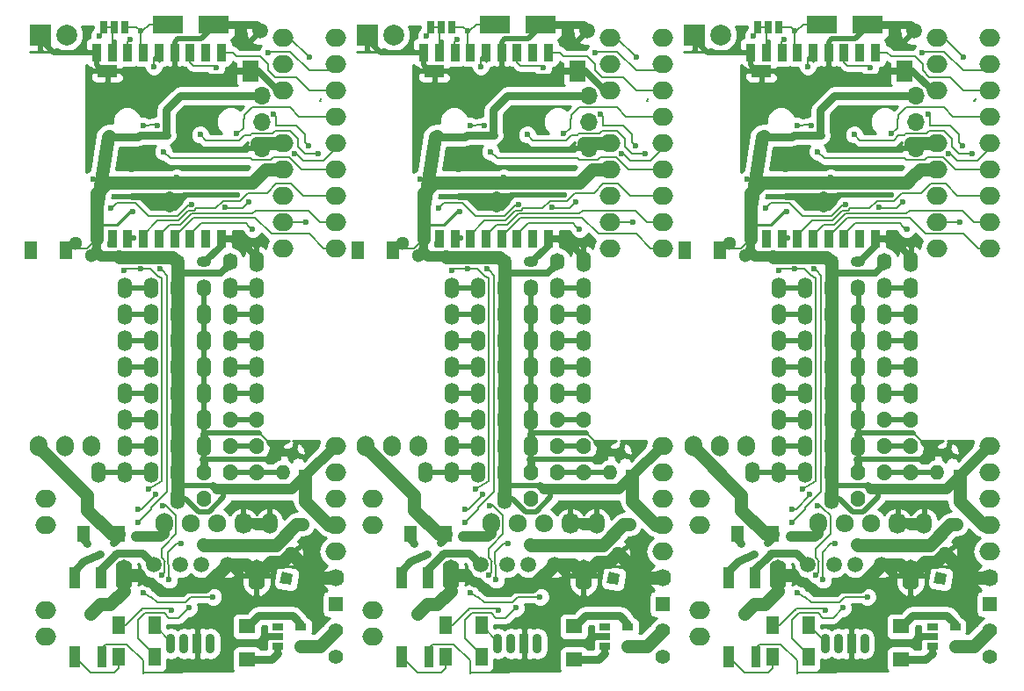
<source format=gbr>
G04 #@! TF.FileFunction,Copper,L1,Top,Signal*
%FSLAX46Y46*%
G04 Gerber Fmt 4.6, Leading zero omitted, Abs format (unit mm)*
G04 Created by KiCad (PCBNEW 4.0.2-4+6225~38~ubuntu15.04.1-stable) date 2016年06月17日 16時11分24秒*
%MOMM*%
G01*
G04 APERTURE LIST*
%ADD10C,0.100000*%
%ADD11O,2.000000X1.700000*%
%ADD12R,1.600200X1.998980*%
%ADD13R,1.900000X1.200000*%
%ADD14O,1.700000X1.700000*%
%ADD15R,3.000000X1.651000*%
%ADD16C,0.800000*%
%ADD17O,1.700000X2.000000*%
%ADD18O,1.600000X1.700000*%
%ADD19R,1.200000X1.700000*%
%ADD20R,1.200000X1.600000*%
%ADD21C,1.500000*%
%ADD22C,1.300000*%
%ADD23R,0.899160X1.998980*%
%ADD24R,1.000760X1.998980*%
%ADD25R,0.800000X1.200000*%
%ADD26R,1.060000X0.650000*%
%ADD27O,1.727200X1.800000*%
%ADD28O,1.727200X2.032000*%
%ADD29O,1.500000X2.032000*%
%ADD30C,1.501140*%
%ADD31O,1.600000X3.000000*%
%ADD32R,1.600000X1.400000*%
%ADD33O,1.400000X2.000000*%
%ADD34O,1.400000X1.270000*%
%ADD35R,0.900000X1.700000*%
%ADD36R,1.397000X1.397000*%
%ADD37C,1.397000*%
%ADD38O,0.900000X1.905000*%
%ADD39R,0.900000X1.905000*%
%ADD40R,2.000000X2.000000*%
%ADD41C,2.000000*%
%ADD42R,1.300000X1.300000*%
%ADD43O,1.400000X1.600000*%
%ADD44O,1.400000X1.400000*%
%ADD45O,1.400000X1.700000*%
%ADD46O,1.400000X1.000000*%
%ADD47O,1.400000X1.651000*%
%ADD48C,0.600000*%
%ADD49C,1.000000*%
%ADD50C,0.127000*%
%ADD51C,0.203200*%
%ADD52C,0.508000*%
%ADD53C,1.270000*%
%ADD54C,0.250000*%
%ADD55C,1.016000*%
%ADD56C,0.762000*%
%ADD57C,0.635000*%
%ADD58C,0.254000*%
G04 APERTURE END LIST*
D10*
D11*
X195540000Y-73660000D03*
X195540000Y-63500000D03*
X195540000Y-66040000D03*
X195540000Y-71120000D03*
X195540000Y-68580000D03*
X195540000Y-58420000D03*
X195540000Y-60960000D03*
X195540000Y-55880000D03*
X195540000Y-53340000D03*
D12*
X187335000Y-56520000D03*
D13*
X173535000Y-56520000D03*
D11*
X195540000Y-95250000D03*
X195540000Y-92710000D03*
X195540000Y-97790000D03*
X195540000Y-100330000D03*
D14*
X188428000Y-58928000D03*
X188428000Y-61468000D03*
X188428000Y-64008000D03*
D15*
X179370000Y-52070000D03*
X183770000Y-52070000D03*
D16*
X182840000Y-52070000D03*
X180300000Y-52070000D03*
D11*
X190460000Y-58420000D03*
X190460000Y-55880000D03*
X190460000Y-53340000D03*
D17*
X166965000Y-92710000D03*
X169505000Y-92710000D03*
X172045000Y-92710000D03*
D18*
X195540000Y-105410000D03*
D11*
X195540000Y-102870000D03*
X195540000Y-100330000D03*
X167600000Y-111125000D03*
X167600000Y-108585000D03*
X167600000Y-100330000D03*
X167600000Y-97790000D03*
X190460000Y-63500000D03*
X190460000Y-68580000D03*
X190460000Y-66040000D03*
X190460000Y-71120000D03*
X190460000Y-73660000D03*
D19*
X166154000Y-73850500D03*
X169554000Y-73850500D03*
D20*
X171234000Y-101219000D03*
X174634000Y-101219000D03*
D19*
X178063000Y-109982000D03*
X174663000Y-109982000D03*
D21*
X188237500Y-52705000D03*
D22*
X170457500Y-73152000D03*
D23*
X173012740Y-113019840D03*
D24*
X170363520Y-113019840D03*
X170363520Y-105420160D03*
X172964480Y-105420160D03*
D25*
X173220000Y-52324000D03*
X175220000Y-52324000D03*
X174220000Y-52324000D03*
D19*
X178063000Y-113030000D03*
X174663000Y-113030000D03*
D26*
X189995000Y-110149600D03*
X189995000Y-111099600D03*
X189995000Y-112049600D03*
X192195000Y-112049600D03*
X192195000Y-110149600D03*
D17*
X179030000Y-100203000D03*
D27*
X181570000Y-100203000D03*
X184110000Y-100203000D03*
D28*
X186650000Y-100203000D03*
D29*
X189190000Y-100203000D03*
D30*
X185126860Y-104137880D03*
X182586860Y-104137880D03*
X180554860Y-104137880D03*
X178014860Y-104137880D03*
D31*
X187914000Y-105170000D03*
X175114000Y-105170000D03*
D32*
X186980200Y-113309200D03*
X186980200Y-110109200D03*
D33*
X180300000Y-97790000D03*
X180300000Y-95250000D03*
X180300000Y-92710000D03*
X180300000Y-90170000D03*
X180300000Y-87630000D03*
X180300000Y-85090000D03*
X180300000Y-82550000D03*
X180300000Y-80010000D03*
X180300000Y-77470000D03*
D34*
X180300000Y-74930000D03*
D33*
X175220000Y-92710000D03*
X177760000Y-92710000D03*
D35*
X172522000Y-54754000D03*
X172522000Y-72754000D03*
X174022000Y-54754000D03*
X174022000Y-72754000D03*
X175522000Y-54754000D03*
X175522000Y-72754000D03*
X177022000Y-54754000D03*
X177022000Y-72754000D03*
X178522000Y-54754000D03*
X178522000Y-72754000D03*
X180022000Y-54754000D03*
X180022000Y-72754000D03*
X181522000Y-54754000D03*
X181522000Y-72754000D03*
X183022000Y-54754000D03*
X183022000Y-72754000D03*
X184522000Y-54754000D03*
X184522000Y-72754000D03*
D36*
X195540000Y-107950000D03*
D37*
X195540000Y-110490000D03*
X195540000Y-113030000D03*
D38*
X183475000Y-111760000D03*
D39*
X182205000Y-111760000D03*
D38*
X180935000Y-111760000D03*
X179665000Y-111760000D03*
D40*
X167092000Y-53086000D03*
D41*
X169632000Y-53086000D03*
D22*
X191369000Y-93465936D03*
D42*
X192619000Y-95631000D03*
D33*
X175220000Y-95250000D03*
X177760000Y-95250000D03*
X175220000Y-90170000D03*
X177760000Y-90170000D03*
X175220000Y-87630000D03*
X177760000Y-87630000D03*
X175220000Y-77470000D03*
X177760000Y-77470000D03*
X175220000Y-80010000D03*
X177760000Y-80010000D03*
X175220000Y-85090000D03*
X177760000Y-85090000D03*
X175220000Y-82550000D03*
X177760000Y-82550000D03*
X185380000Y-82550000D03*
X187920000Y-82550000D03*
X185380000Y-85090000D03*
X187920000Y-85090000D03*
X185380000Y-80010000D03*
X187920000Y-80010000D03*
X185380000Y-77470000D03*
X187920000Y-77470000D03*
X185380000Y-87630000D03*
X187920000Y-87630000D03*
D43*
X185380000Y-90170000D03*
X187920000Y-90170000D03*
X185380000Y-95250000D03*
X187920000Y-95250000D03*
X185380000Y-92710000D03*
X187920000Y-92710000D03*
X187920000Y-95250000D03*
D44*
X190460000Y-95250000D03*
D33*
X172680000Y-95250000D03*
X175220000Y-95250000D03*
D43*
X182840000Y-97790000D03*
X182840000Y-95250000D03*
D33*
X182840000Y-92710000D03*
X182840000Y-90170000D03*
X182840000Y-87630000D03*
X182840000Y-85090000D03*
X182840000Y-82550000D03*
X182840000Y-80010000D03*
D45*
X182840000Y-77470000D03*
D46*
X182840000Y-74930000D03*
D22*
X191224320Y-103024181D03*
D10*
G36*
X191236338Y-106123351D02*
X190153049Y-105932338D01*
X190344062Y-104849049D01*
X191427351Y-105040062D01*
X191236338Y-106123351D01*
X191236338Y-106123351D01*
G37*
D47*
X185380000Y-74930000D03*
D33*
X187920000Y-74930000D03*
D22*
X171981500Y-74358500D03*
D12*
X155835000Y-56520000D03*
D13*
X142035000Y-56520000D03*
D11*
X164040000Y-95250000D03*
X164040000Y-92710000D03*
X164040000Y-97790000D03*
X164040000Y-100330000D03*
D14*
X156928000Y-58928000D03*
X156928000Y-61468000D03*
X156928000Y-64008000D03*
D15*
X147870000Y-52070000D03*
X152270000Y-52070000D03*
D16*
X151340000Y-52070000D03*
X148800000Y-52070000D03*
D11*
X158960000Y-58420000D03*
X158960000Y-55880000D03*
X158960000Y-53340000D03*
D17*
X135465000Y-92710000D03*
X138005000Y-92710000D03*
X140545000Y-92710000D03*
D18*
X164040000Y-105410000D03*
D11*
X164040000Y-102870000D03*
X164040000Y-100330000D03*
X136100000Y-111125000D03*
X136100000Y-108585000D03*
X136100000Y-100330000D03*
X136100000Y-97790000D03*
X158960000Y-63500000D03*
X158960000Y-68580000D03*
X158960000Y-66040000D03*
X158960000Y-71120000D03*
X158960000Y-73660000D03*
X164040000Y-73660000D03*
X164040000Y-63500000D03*
X164040000Y-66040000D03*
X164040000Y-71120000D03*
X164040000Y-68580000D03*
X164040000Y-58420000D03*
X164040000Y-60960000D03*
X164040000Y-55880000D03*
X164040000Y-53340000D03*
D19*
X134654000Y-73850500D03*
X138054000Y-73850500D03*
D20*
X139734000Y-101219000D03*
X143134000Y-101219000D03*
D19*
X146563000Y-109982000D03*
X143163000Y-109982000D03*
D21*
X156737500Y-52705000D03*
D22*
X138957500Y-73152000D03*
D23*
X141512740Y-113019840D03*
D24*
X138863520Y-113019840D03*
X138863520Y-105420160D03*
X141464480Y-105420160D03*
D25*
X141720000Y-52324000D03*
X143720000Y-52324000D03*
X142720000Y-52324000D03*
D19*
X146563000Y-113030000D03*
X143163000Y-113030000D03*
D26*
X158495000Y-110149600D03*
X158495000Y-111099600D03*
X158495000Y-112049600D03*
X160695000Y-112049600D03*
X160695000Y-110149600D03*
D17*
X147530000Y-100203000D03*
D27*
X150070000Y-100203000D03*
X152610000Y-100203000D03*
D28*
X155150000Y-100203000D03*
D29*
X157690000Y-100203000D03*
D30*
X153626860Y-104137880D03*
X151086860Y-104137880D03*
X149054860Y-104137880D03*
X146514860Y-104137880D03*
D31*
X156414000Y-105170000D03*
X143614000Y-105170000D03*
D32*
X155480200Y-113309200D03*
X155480200Y-110109200D03*
D33*
X148800000Y-97790000D03*
X148800000Y-95250000D03*
X148800000Y-92710000D03*
X148800000Y-90170000D03*
X148800000Y-87630000D03*
X148800000Y-85090000D03*
X148800000Y-82550000D03*
X148800000Y-80010000D03*
X148800000Y-77470000D03*
D34*
X148800000Y-74930000D03*
D33*
X143720000Y-92710000D03*
X146260000Y-92710000D03*
D35*
X141022000Y-54754000D03*
X141022000Y-72754000D03*
X142522000Y-54754000D03*
X142522000Y-72754000D03*
X144022000Y-54754000D03*
X144022000Y-72754000D03*
X145522000Y-54754000D03*
X145522000Y-72754000D03*
X147022000Y-54754000D03*
X147022000Y-72754000D03*
X148522000Y-54754000D03*
X148522000Y-72754000D03*
X150022000Y-54754000D03*
X150022000Y-72754000D03*
X151522000Y-54754000D03*
X151522000Y-72754000D03*
X153022000Y-54754000D03*
X153022000Y-72754000D03*
D36*
X164040000Y-107950000D03*
D37*
X164040000Y-110490000D03*
X164040000Y-113030000D03*
D38*
X151975000Y-111760000D03*
D39*
X150705000Y-111760000D03*
D38*
X149435000Y-111760000D03*
X148165000Y-111760000D03*
D40*
X135592000Y-53086000D03*
D41*
X138132000Y-53086000D03*
D22*
X159869000Y-93465936D03*
D42*
X161119000Y-95631000D03*
D33*
X143720000Y-95250000D03*
X146260000Y-95250000D03*
X143720000Y-90170000D03*
X146260000Y-90170000D03*
X143720000Y-87630000D03*
X146260000Y-87630000D03*
X143720000Y-77470000D03*
X146260000Y-77470000D03*
X143720000Y-80010000D03*
X146260000Y-80010000D03*
X143720000Y-85090000D03*
X146260000Y-85090000D03*
X143720000Y-82550000D03*
X146260000Y-82550000D03*
X153880000Y-82550000D03*
X156420000Y-82550000D03*
X153880000Y-85090000D03*
X156420000Y-85090000D03*
X153880000Y-80010000D03*
X156420000Y-80010000D03*
X153880000Y-77470000D03*
X156420000Y-77470000D03*
X153880000Y-87630000D03*
X156420000Y-87630000D03*
D43*
X153880000Y-90170000D03*
X156420000Y-90170000D03*
X153880000Y-95250000D03*
X156420000Y-95250000D03*
X153880000Y-92710000D03*
X156420000Y-92710000D03*
X156420000Y-95250000D03*
D44*
X158960000Y-95250000D03*
D33*
X141180000Y-95250000D03*
X143720000Y-95250000D03*
D43*
X151340000Y-97790000D03*
X151340000Y-95250000D03*
D33*
X151340000Y-92710000D03*
X151340000Y-90170000D03*
X151340000Y-87630000D03*
X151340000Y-85090000D03*
X151340000Y-82550000D03*
X151340000Y-80010000D03*
D45*
X151340000Y-77470000D03*
D46*
X151340000Y-74930000D03*
D22*
X159724320Y-103024181D03*
D10*
G36*
X159736338Y-106123351D02*
X158653049Y-105932338D01*
X158844062Y-104849049D01*
X159927351Y-105040062D01*
X159736338Y-106123351D01*
X159736338Y-106123351D01*
G37*
D47*
X153880000Y-74930000D03*
D33*
X156420000Y-74930000D03*
D22*
X140481500Y-74358500D03*
X203481500Y-74358500D03*
D47*
X216880000Y-74930000D03*
D33*
X219420000Y-74930000D03*
D22*
X222724320Y-103024181D03*
D10*
G36*
X222736338Y-106123351D02*
X221653049Y-105932338D01*
X221844062Y-104849049D01*
X222927351Y-105040062D01*
X222736338Y-106123351D01*
X222736338Y-106123351D01*
G37*
D43*
X214340000Y-97790000D03*
X214340000Y-95250000D03*
D33*
X214340000Y-92710000D03*
X214340000Y-90170000D03*
X214340000Y-87630000D03*
X214340000Y-85090000D03*
X214340000Y-82550000D03*
X214340000Y-80010000D03*
D45*
X214340000Y-77470000D03*
D46*
X214340000Y-74930000D03*
D33*
X204180000Y-95250000D03*
X206720000Y-95250000D03*
D43*
X219420000Y-95250000D03*
D44*
X221960000Y-95250000D03*
D43*
X216880000Y-92710000D03*
X219420000Y-92710000D03*
X216880000Y-95250000D03*
X219420000Y-95250000D03*
X216880000Y-90170000D03*
X219420000Y-90170000D03*
D33*
X216880000Y-87630000D03*
X219420000Y-87630000D03*
X216880000Y-77470000D03*
X219420000Y-77470000D03*
X216880000Y-80010000D03*
X219420000Y-80010000D03*
X216880000Y-85090000D03*
X219420000Y-85090000D03*
X216880000Y-82550000D03*
X219420000Y-82550000D03*
X206720000Y-82550000D03*
X209260000Y-82550000D03*
X206720000Y-85090000D03*
X209260000Y-85090000D03*
X206720000Y-80010000D03*
X209260000Y-80010000D03*
X206720000Y-77470000D03*
X209260000Y-77470000D03*
X206720000Y-87630000D03*
X209260000Y-87630000D03*
X206720000Y-90170000D03*
X209260000Y-90170000D03*
X206720000Y-95250000D03*
X209260000Y-95250000D03*
D22*
X222869000Y-93465936D03*
D42*
X224119000Y-95631000D03*
D40*
X198592000Y-53086000D03*
D41*
X201132000Y-53086000D03*
D38*
X214975000Y-111760000D03*
D39*
X213705000Y-111760000D03*
D38*
X212435000Y-111760000D03*
X211165000Y-111760000D03*
D36*
X227040000Y-107950000D03*
D37*
X227040000Y-110490000D03*
X227040000Y-113030000D03*
D35*
X204022000Y-54754000D03*
X204022000Y-72754000D03*
X205522000Y-54754000D03*
X205522000Y-72754000D03*
X207022000Y-54754000D03*
X207022000Y-72754000D03*
X208522000Y-54754000D03*
X208522000Y-72754000D03*
X210022000Y-54754000D03*
X210022000Y-72754000D03*
X211522000Y-54754000D03*
X211522000Y-72754000D03*
X213022000Y-54754000D03*
X213022000Y-72754000D03*
X214522000Y-54754000D03*
X214522000Y-72754000D03*
X216022000Y-54754000D03*
X216022000Y-72754000D03*
D33*
X206720000Y-92710000D03*
X209260000Y-92710000D03*
X211800000Y-97790000D03*
X211800000Y-95250000D03*
X211800000Y-92710000D03*
X211800000Y-90170000D03*
X211800000Y-87630000D03*
X211800000Y-85090000D03*
X211800000Y-82550000D03*
X211800000Y-80010000D03*
X211800000Y-77470000D03*
D34*
X211800000Y-74930000D03*
D32*
X218480200Y-113309200D03*
X218480200Y-110109200D03*
D30*
X216626860Y-104137880D03*
X214086860Y-104137880D03*
X212054860Y-104137880D03*
X209514860Y-104137880D03*
D31*
X219414000Y-105170000D03*
X206614000Y-105170000D03*
D17*
X210530000Y-100203000D03*
D27*
X213070000Y-100203000D03*
X215610000Y-100203000D03*
D28*
X218150000Y-100203000D03*
D29*
X220690000Y-100203000D03*
D26*
X221495000Y-110149600D03*
X221495000Y-111099600D03*
X221495000Y-112049600D03*
X223695000Y-112049600D03*
X223695000Y-110149600D03*
D19*
X209563000Y-113030000D03*
X206163000Y-113030000D03*
D25*
X204720000Y-52324000D03*
X206720000Y-52324000D03*
X205720000Y-52324000D03*
D23*
X204512740Y-113019840D03*
D24*
X201863520Y-113019840D03*
X201863520Y-105420160D03*
X204464480Y-105420160D03*
D22*
X201957500Y-73152000D03*
D21*
X219737500Y-52705000D03*
D19*
X209563000Y-109982000D03*
X206163000Y-109982000D03*
D20*
X202734000Y-101219000D03*
X206134000Y-101219000D03*
D19*
X197654000Y-73850500D03*
X201054000Y-73850500D03*
D11*
X227040000Y-73660000D03*
X227040000Y-63500000D03*
X227040000Y-66040000D03*
X227040000Y-71120000D03*
X227040000Y-68580000D03*
X227040000Y-58420000D03*
X227040000Y-60960000D03*
X227040000Y-55880000D03*
X227040000Y-53340000D03*
X221960000Y-63500000D03*
X221960000Y-68580000D03*
X221960000Y-66040000D03*
X221960000Y-71120000D03*
X221960000Y-73660000D03*
X199100000Y-100330000D03*
X199100000Y-97790000D03*
X199100000Y-111125000D03*
X199100000Y-108585000D03*
D18*
X227040000Y-105410000D03*
D11*
X227040000Y-102870000D03*
X227040000Y-100330000D03*
D17*
X198465000Y-92710000D03*
X201005000Y-92710000D03*
X203545000Y-92710000D03*
D11*
X221960000Y-58420000D03*
X221960000Y-55880000D03*
X221960000Y-53340000D03*
D15*
X210870000Y-52070000D03*
X215270000Y-52070000D03*
D16*
X214340000Y-52070000D03*
X211800000Y-52070000D03*
D14*
X219928000Y-58928000D03*
X219928000Y-61468000D03*
X219928000Y-64008000D03*
D11*
X227040000Y-95250000D03*
X227040000Y-92710000D03*
X227040000Y-97790000D03*
X227040000Y-100330000D03*
D12*
X218835000Y-56520000D03*
D13*
X205035000Y-56520000D03*
D48*
X180204500Y-66802000D03*
X179284000Y-62738000D03*
X176014000Y-70108720D03*
X191829800Y-109474000D03*
X172172000Y-66978000D03*
X148704500Y-66802000D03*
X147784000Y-62738000D03*
X144514000Y-70108720D03*
X160329800Y-109474000D03*
X140672000Y-66978000D03*
X203672000Y-66978000D03*
X223329800Y-109474000D03*
X207514000Y-70108720D03*
X210784000Y-62738000D03*
X211704500Y-66802000D03*
X187729500Y-63754000D03*
X175918500Y-66040000D03*
X177823500Y-64389000D03*
X186042288Y-68463892D03*
X175982000Y-68643500D03*
X180109500Y-55054500D03*
X180141250Y-57689750D03*
X171918000Y-108902500D03*
X171600500Y-98869500D03*
X174140500Y-102044500D03*
X179538000Y-69723000D03*
X182649500Y-106299000D03*
X188580400Y-111379000D03*
X174204000Y-68630800D03*
X184643400Y-72364600D03*
X185009160Y-57256680D03*
X156229500Y-63754000D03*
X144418500Y-66040000D03*
X146323500Y-64389000D03*
X154542288Y-68463892D03*
X144482000Y-68643500D03*
X148609500Y-55054500D03*
X148641250Y-57689750D03*
X140418000Y-108902500D03*
X140100500Y-98869500D03*
X142640500Y-102044500D03*
X148038000Y-69723000D03*
X151149500Y-106299000D03*
X157080400Y-111379000D03*
X142704000Y-68630800D03*
X153143400Y-72364600D03*
X153509160Y-57256680D03*
X216509160Y-57256680D03*
X216143400Y-72364600D03*
X205704000Y-68630800D03*
X220080400Y-111379000D03*
X214149500Y-106299000D03*
X211038000Y-69723000D03*
X205640500Y-102044500D03*
X203100500Y-98869500D03*
X203418000Y-108902500D03*
X211641250Y-57689750D03*
X211609500Y-55054500D03*
X207482000Y-68643500D03*
X217542288Y-68463892D03*
X209323500Y-64389000D03*
X207418500Y-66040000D03*
X219229500Y-63754000D03*
X176363000Y-101473000D03*
X172870500Y-103124000D03*
X144863000Y-101473000D03*
X141370500Y-103124000D03*
X204370500Y-103124000D03*
X207863000Y-101473000D03*
X184846600Y-69723000D03*
X187132600Y-69215000D03*
X153346600Y-69723000D03*
X155632600Y-69215000D03*
X218632600Y-69215000D03*
X216346600Y-69723000D03*
X175181900Y-75793600D03*
X183729000Y-107251500D03*
X176998000Y-106883200D03*
X177506000Y-96901000D03*
X172781600Y-53136800D03*
X174204000Y-53746400D03*
X176998000Y-61798200D03*
X178318800Y-61849000D03*
X176744000Y-75628500D03*
X143681900Y-75793600D03*
X152229000Y-107251500D03*
X145498000Y-106883200D03*
X146006000Y-96901000D03*
X141281600Y-53136800D03*
X142704000Y-53746400D03*
X145498000Y-61798200D03*
X146818800Y-61849000D03*
X145244000Y-75628500D03*
X208244000Y-75628500D03*
X209818800Y-61849000D03*
X208498000Y-61798200D03*
X205704000Y-53746400D03*
X204281600Y-53136800D03*
X209006000Y-96901000D03*
X208498000Y-106883200D03*
X215229000Y-107251500D03*
X206681900Y-75793600D03*
X176744000Y-52705000D03*
X145244000Y-52705000D03*
X208244000Y-52705000D03*
X182762000Y-102235000D03*
X192339600Y-100279200D03*
X151262000Y-102235000D03*
X160839600Y-100279200D03*
X223839600Y-100279200D03*
X214262000Y-102235000D03*
X176998000Y-72644000D03*
X178204500Y-97409000D03*
X176490000Y-98806000D03*
X145498000Y-72644000D03*
X146704500Y-97409000D03*
X144990000Y-98806000D03*
X207990000Y-98806000D03*
X209704500Y-97409000D03*
X208498000Y-72644000D03*
X178522000Y-72644000D03*
X178903000Y-98488500D03*
X178776000Y-105156000D03*
X147022000Y-72644000D03*
X147403000Y-98488500D03*
X147276000Y-105156000D03*
X210276000Y-105156000D03*
X210403000Y-98488500D03*
X210022000Y-72644000D03*
X183022000Y-72754000D03*
X186015000Y-62611000D03*
X151522000Y-72754000D03*
X154515000Y-62611000D03*
X217515000Y-62611000D03*
X214522000Y-72754000D03*
X189571000Y-60680600D03*
X192949200Y-63779400D03*
X184008400Y-56261000D03*
X158071000Y-60680600D03*
X161449200Y-63779400D03*
X152508400Y-56261000D03*
X215508400Y-56261000D03*
X224449200Y-63779400D03*
X221071000Y-60680600D03*
X189995000Y-110149600D03*
D49*
X192746000Y-112014000D03*
D48*
X158495000Y-110149600D03*
D49*
X161246000Y-112014000D03*
X224246000Y-112014000D03*
D48*
X221495000Y-110149600D03*
X178585500Y-75628500D03*
X176490000Y-100076000D03*
X176071988Y-72624561D03*
X178934460Y-64320100D03*
X147085500Y-75628500D03*
X144990000Y-100076000D03*
X144571988Y-72624561D03*
X147434460Y-64320100D03*
X210434460Y-64320100D03*
X207571988Y-72624561D03*
X207990000Y-100076000D03*
X210085500Y-75628500D03*
X171615000Y-102108000D03*
X140115000Y-102108000D03*
X203115000Y-102108000D03*
X184618000Y-54991000D03*
X181379500Y-108331000D03*
X153118000Y-54991000D03*
X149879500Y-108331000D03*
X212879500Y-108331000D03*
X216118000Y-54991000D03*
X178522000Y-54754000D03*
X189012200Y-54762400D03*
X178014000Y-56134000D03*
X147022000Y-54754000D03*
X157512200Y-54762400D03*
X146514000Y-56134000D03*
X209514000Y-56134000D03*
X220512200Y-54762400D03*
X210022000Y-54754000D03*
X180046000Y-72898000D03*
X180617500Y-102108000D03*
X179728500Y-108521500D03*
X179487200Y-105613200D03*
X148546000Y-72898000D03*
X149117500Y-102108000D03*
X148228500Y-108521500D03*
X147987200Y-105613200D03*
X210987200Y-105613200D03*
X211228500Y-108521500D03*
X212117500Y-102108000D03*
X211546000Y-72898000D03*
X175702600Y-53517800D03*
X193000000Y-55245000D03*
X144202600Y-53517800D03*
X161500000Y-55245000D03*
X224500000Y-55245000D03*
X207202600Y-53517800D03*
X173823000Y-73215500D03*
X166154000Y-73850500D03*
X142323000Y-73215500D03*
X134654000Y-73850500D03*
X197654000Y-73850500D03*
X205323000Y-73215500D03*
X193863600Y-64490600D03*
X192644400Y-71094600D03*
X182484400Y-62687200D03*
X183043200Y-54864000D03*
X162363600Y-64490600D03*
X161144400Y-71094600D03*
X150984400Y-62687200D03*
X151543200Y-54864000D03*
X214543200Y-54864000D03*
X213984400Y-62687200D03*
X224144400Y-71094600D03*
X225363600Y-64490600D03*
X187539000Y-71780400D03*
X181620800Y-69418200D03*
X181519200Y-72720200D03*
X173913530Y-69807286D03*
X191552200Y-64490600D03*
X156039000Y-71780400D03*
X150120800Y-69418200D03*
X150019200Y-72720200D03*
X142413530Y-69807286D03*
X160052200Y-64490600D03*
X223052200Y-64490600D03*
X205413530Y-69807286D03*
X213019200Y-72720200D03*
X213120800Y-69418200D03*
X219039000Y-71780400D03*
D50*
X194119118Y-59408310D02*
X194042918Y-59405380D01*
D51*
X194042918Y-59405380D02*
X194143000Y-59305298D01*
X194143000Y-59305298D02*
X194143000Y-59182000D01*
D50*
X162619118Y-59408310D02*
X162542918Y-59405380D01*
D51*
X162542918Y-59405380D02*
X162643000Y-59305298D01*
X162643000Y-59305298D02*
X162643000Y-59182000D01*
X225643000Y-59305298D02*
X225643000Y-59182000D01*
X225542918Y-59405380D02*
X225643000Y-59305298D01*
D50*
X225619118Y-59408310D02*
X225542918Y-59405380D01*
D52*
X190460000Y-66040000D02*
X189952000Y-66040000D01*
D53*
X190460000Y-66040000D02*
X189803356Y-66040000D01*
D51*
X171616000Y-73660000D02*
X172522000Y-72754000D01*
X171219500Y-73660000D02*
X171616000Y-73660000D01*
X170616000Y-73660000D02*
X171219500Y-73660000D01*
D54*
X172522000Y-72754000D02*
X172522000Y-71532000D01*
X172680000Y-71374000D02*
X172522000Y-71532000D01*
X174490000Y-71374000D02*
X172680000Y-71374000D01*
X174490000Y-71374000D02*
X175760000Y-70104000D01*
D53*
X180300000Y-76073000D02*
X180300000Y-77470000D01*
X180300000Y-74930000D02*
X180300000Y-76073000D01*
X180300000Y-77470000D02*
X180300000Y-80010000D01*
X180300000Y-80010000D02*
X180300000Y-82550000D01*
X180300000Y-82550000D02*
X180300000Y-85090000D01*
X180300000Y-85090000D02*
X180300000Y-87630000D01*
X180300000Y-87630000D02*
X180300000Y-90170000D01*
X180300000Y-90170000D02*
X180300000Y-92710000D01*
X180300000Y-92710000D02*
X180300000Y-95250000D01*
X180300000Y-96520000D02*
X180300000Y-97790000D01*
X180300000Y-95250000D02*
X180300000Y-96520000D01*
D52*
X172522000Y-74010000D02*
X172934000Y-74422000D01*
X172522000Y-73954475D02*
X172522000Y-74010000D01*
X172522000Y-72754000D02*
X172522000Y-73954475D01*
D53*
X172522000Y-69697600D02*
X172522000Y-72754000D01*
D55*
X172466475Y-73954475D02*
X172522000Y-73954475D01*
X172934000Y-74422000D02*
X172466475Y-73954475D01*
D56*
X173894120Y-62941200D02*
X173741720Y-62788800D01*
X176490000Y-62890400D02*
X173894120Y-62941200D01*
X176642400Y-62738000D02*
X176490000Y-62890400D01*
X179284000Y-62738000D02*
X176642400Y-62738000D01*
D53*
X173583720Y-62946800D02*
X173741720Y-62788800D01*
X172522000Y-69697600D02*
X173583720Y-62946800D01*
D57*
X185380000Y-75184000D02*
X185380000Y-74930000D01*
X184491000Y-76073000D02*
X185380000Y-75184000D01*
X180300000Y-76073000D02*
X184491000Y-76073000D01*
D53*
X179792000Y-74485500D02*
X178725200Y-74472800D01*
X178725200Y-74472800D02*
X174712000Y-74472800D01*
X174712000Y-74472800D02*
X174661200Y-74422000D01*
X180300000Y-74930000D02*
X179792000Y-74485500D01*
D55*
X174661200Y-74422000D02*
X173086400Y-74422000D01*
X173086400Y-74422000D02*
X172934000Y-74422000D01*
D53*
X187539000Y-67310000D02*
X187920000Y-66929000D01*
X180014000Y-67310000D02*
X187539000Y-67310000D01*
X173569000Y-67310000D02*
X172522000Y-68357000D01*
X172522000Y-68357000D02*
X172522000Y-69697600D01*
X180014000Y-67310000D02*
X173569000Y-67310000D01*
X188809000Y-66040000D02*
X187920000Y-66929000D01*
X190460000Y-66040000D02*
X188809000Y-66040000D01*
D50*
X169744500Y-73660000D02*
X169554000Y-73850500D01*
X171219500Y-73660000D02*
X169744500Y-73660000D01*
D55*
X195540000Y-92710000D02*
X192619000Y-95631000D01*
X195540000Y-100330000D02*
X195413000Y-100330000D01*
X191349000Y-96901000D02*
X192619000Y-95631000D01*
X184745000Y-96901000D02*
X191349000Y-96901000D01*
D56*
X183729000Y-96520000D02*
X184110000Y-96901000D01*
D52*
X180300000Y-96520000D02*
X183729000Y-96520000D01*
D55*
X184110000Y-96901000D02*
X184745000Y-96901000D01*
D52*
X181062000Y-97790000D02*
X182332000Y-99060000D01*
X182332000Y-99060000D02*
X183348000Y-99060000D01*
X183348000Y-99060000D02*
X184745000Y-97663000D01*
X184745000Y-97663000D02*
X184745000Y-96901000D01*
X180300000Y-97790000D02*
X181062000Y-97790000D01*
D53*
X192619000Y-95631000D02*
X192619000Y-97155000D01*
X192619000Y-98044000D02*
X192619000Y-97155000D01*
X194905000Y-100330000D02*
X192619000Y-98044000D01*
X195540000Y-100330000D02*
X194905000Y-100330000D01*
D57*
X192195000Y-109839200D02*
X192195000Y-110149600D01*
X191829800Y-109474000D02*
X192195000Y-109839200D01*
D56*
X191398000Y-109042200D02*
X191829800Y-109474000D01*
X190815600Y-109042200D02*
X191398000Y-109042200D01*
X188123200Y-109042200D02*
X190815600Y-109042200D01*
X187056200Y-110109200D02*
X188123200Y-109042200D01*
X186980200Y-110109200D02*
X187056200Y-110109200D01*
X180564160Y-58928000D02*
X179202720Y-60289440D01*
X179202720Y-60289440D02*
X179202720Y-62656720D01*
X179202720Y-62656720D02*
X179284000Y-62738000D01*
X188428000Y-58928000D02*
X180564160Y-58928000D01*
D50*
X172504000Y-67310000D02*
X172172000Y-66978000D01*
X173569000Y-67310000D02*
X172504000Y-67310000D01*
D52*
X158960000Y-66040000D02*
X158452000Y-66040000D01*
D53*
X158960000Y-66040000D02*
X158303356Y-66040000D01*
D51*
X140116000Y-73660000D02*
X141022000Y-72754000D01*
X139719500Y-73660000D02*
X140116000Y-73660000D01*
X139116000Y-73660000D02*
X139719500Y-73660000D01*
D54*
X141022000Y-72754000D02*
X141022000Y-71532000D01*
X141180000Y-71374000D02*
X141022000Y-71532000D01*
X142990000Y-71374000D02*
X141180000Y-71374000D01*
X142990000Y-71374000D02*
X144260000Y-70104000D01*
D53*
X148800000Y-76073000D02*
X148800000Y-77470000D01*
X148800000Y-74930000D02*
X148800000Y-76073000D01*
X148800000Y-77470000D02*
X148800000Y-80010000D01*
X148800000Y-80010000D02*
X148800000Y-82550000D01*
X148800000Y-82550000D02*
X148800000Y-85090000D01*
X148800000Y-85090000D02*
X148800000Y-87630000D01*
X148800000Y-87630000D02*
X148800000Y-90170000D01*
X148800000Y-90170000D02*
X148800000Y-92710000D01*
X148800000Y-92710000D02*
X148800000Y-95250000D01*
X148800000Y-96520000D02*
X148800000Y-97790000D01*
X148800000Y-95250000D02*
X148800000Y-96520000D01*
D52*
X141022000Y-74010000D02*
X141434000Y-74422000D01*
X141022000Y-73954475D02*
X141022000Y-74010000D01*
X141022000Y-72754000D02*
X141022000Y-73954475D01*
D53*
X141022000Y-69697600D02*
X141022000Y-72754000D01*
D55*
X140966475Y-73954475D02*
X141022000Y-73954475D01*
X141434000Y-74422000D02*
X140966475Y-73954475D01*
D56*
X142394120Y-62941200D02*
X142241720Y-62788800D01*
X144990000Y-62890400D02*
X142394120Y-62941200D01*
X145142400Y-62738000D02*
X144990000Y-62890400D01*
X147784000Y-62738000D02*
X145142400Y-62738000D01*
D53*
X142083720Y-62946800D02*
X142241720Y-62788800D01*
X141022000Y-69697600D02*
X142083720Y-62946800D01*
D57*
X153880000Y-75184000D02*
X153880000Y-74930000D01*
X152991000Y-76073000D02*
X153880000Y-75184000D01*
X148800000Y-76073000D02*
X152991000Y-76073000D01*
D53*
X148292000Y-74485500D02*
X147225200Y-74472800D01*
X147225200Y-74472800D02*
X143212000Y-74472800D01*
X143212000Y-74472800D02*
X143161200Y-74422000D01*
X148800000Y-74930000D02*
X148292000Y-74485500D01*
D55*
X143161200Y-74422000D02*
X141586400Y-74422000D01*
X141586400Y-74422000D02*
X141434000Y-74422000D01*
D53*
X156039000Y-67310000D02*
X156420000Y-66929000D01*
X148514000Y-67310000D02*
X156039000Y-67310000D01*
X142069000Y-67310000D02*
X141022000Y-68357000D01*
X141022000Y-68357000D02*
X141022000Y-69697600D01*
X148514000Y-67310000D02*
X142069000Y-67310000D01*
X157309000Y-66040000D02*
X156420000Y-66929000D01*
X158960000Y-66040000D02*
X157309000Y-66040000D01*
D50*
X138244500Y-73660000D02*
X138054000Y-73850500D01*
X139719500Y-73660000D02*
X138244500Y-73660000D01*
D55*
X164040000Y-92710000D02*
X161119000Y-95631000D01*
X164040000Y-100330000D02*
X163913000Y-100330000D01*
X159849000Y-96901000D02*
X161119000Y-95631000D01*
X153245000Y-96901000D02*
X159849000Y-96901000D01*
D56*
X152229000Y-96520000D02*
X152610000Y-96901000D01*
D52*
X148800000Y-96520000D02*
X152229000Y-96520000D01*
D55*
X152610000Y-96901000D02*
X153245000Y-96901000D01*
D52*
X149562000Y-97790000D02*
X150832000Y-99060000D01*
X150832000Y-99060000D02*
X151848000Y-99060000D01*
X151848000Y-99060000D02*
X153245000Y-97663000D01*
X153245000Y-97663000D02*
X153245000Y-96901000D01*
X148800000Y-97790000D02*
X149562000Y-97790000D01*
D53*
X161119000Y-95631000D02*
X161119000Y-97155000D01*
X161119000Y-98044000D02*
X161119000Y-97155000D01*
X163405000Y-100330000D02*
X161119000Y-98044000D01*
X164040000Y-100330000D02*
X163405000Y-100330000D01*
D57*
X160695000Y-109839200D02*
X160695000Y-110149600D01*
X160329800Y-109474000D02*
X160695000Y-109839200D01*
D56*
X159898000Y-109042200D02*
X160329800Y-109474000D01*
X159315600Y-109042200D02*
X159898000Y-109042200D01*
X156623200Y-109042200D02*
X159315600Y-109042200D01*
X155556200Y-110109200D02*
X156623200Y-109042200D01*
X155480200Y-110109200D02*
X155556200Y-110109200D01*
X149064160Y-58928000D02*
X147702720Y-60289440D01*
X147702720Y-60289440D02*
X147702720Y-62656720D01*
X147702720Y-62656720D02*
X147784000Y-62738000D01*
X156928000Y-58928000D02*
X149064160Y-58928000D01*
D50*
X141004000Y-67310000D02*
X140672000Y-66978000D01*
X142069000Y-67310000D02*
X141004000Y-67310000D01*
X205069000Y-67310000D02*
X204004000Y-67310000D01*
X204004000Y-67310000D02*
X203672000Y-66978000D01*
D56*
X219928000Y-58928000D02*
X212064160Y-58928000D01*
X210702720Y-62656720D02*
X210784000Y-62738000D01*
X210702720Y-60289440D02*
X210702720Y-62656720D01*
X212064160Y-58928000D02*
X210702720Y-60289440D01*
X218480200Y-110109200D02*
X218556200Y-110109200D01*
X218556200Y-110109200D02*
X219623200Y-109042200D01*
X219623200Y-109042200D02*
X222315600Y-109042200D01*
X222315600Y-109042200D02*
X222898000Y-109042200D01*
X222898000Y-109042200D02*
X223329800Y-109474000D01*
D57*
X223329800Y-109474000D02*
X223695000Y-109839200D01*
X223695000Y-109839200D02*
X223695000Y-110149600D01*
D53*
X227040000Y-100330000D02*
X226405000Y-100330000D01*
X226405000Y-100330000D02*
X224119000Y-98044000D01*
X224119000Y-98044000D02*
X224119000Y-97155000D01*
X224119000Y-95631000D02*
X224119000Y-97155000D01*
D52*
X211800000Y-97790000D02*
X212562000Y-97790000D01*
X216245000Y-97663000D02*
X216245000Y-96901000D01*
X214848000Y-99060000D02*
X216245000Y-97663000D01*
X213832000Y-99060000D02*
X214848000Y-99060000D01*
X212562000Y-97790000D02*
X213832000Y-99060000D01*
D55*
X215610000Y-96901000D02*
X216245000Y-96901000D01*
D52*
X211800000Y-96520000D02*
X215229000Y-96520000D01*
D56*
X215229000Y-96520000D02*
X215610000Y-96901000D01*
D55*
X216245000Y-96901000D02*
X222849000Y-96901000D01*
X222849000Y-96901000D02*
X224119000Y-95631000D01*
X227040000Y-100330000D02*
X226913000Y-100330000D01*
X227040000Y-92710000D02*
X224119000Y-95631000D01*
D50*
X202719500Y-73660000D02*
X201244500Y-73660000D01*
X201244500Y-73660000D02*
X201054000Y-73850500D01*
D53*
X221960000Y-66040000D02*
X220309000Y-66040000D01*
X220309000Y-66040000D02*
X219420000Y-66929000D01*
X211514000Y-67310000D02*
X205069000Y-67310000D01*
X204022000Y-68357000D02*
X204022000Y-69697600D01*
X205069000Y-67310000D02*
X204022000Y-68357000D01*
X211514000Y-67310000D02*
X219039000Y-67310000D01*
X219039000Y-67310000D02*
X219420000Y-66929000D01*
D55*
X204586400Y-74422000D02*
X204434000Y-74422000D01*
X206161200Y-74422000D02*
X204586400Y-74422000D01*
D53*
X211800000Y-74930000D02*
X211292000Y-74485500D01*
X206212000Y-74472800D02*
X206161200Y-74422000D01*
X210225200Y-74472800D02*
X206212000Y-74472800D01*
X211292000Y-74485500D02*
X210225200Y-74472800D01*
D57*
X211800000Y-76073000D02*
X215991000Y-76073000D01*
X215991000Y-76073000D02*
X216880000Y-75184000D01*
X216880000Y-75184000D02*
X216880000Y-74930000D01*
D53*
X204022000Y-69697600D02*
X205083720Y-62946800D01*
X205083720Y-62946800D02*
X205241720Y-62788800D01*
D56*
X210784000Y-62738000D02*
X208142400Y-62738000D01*
X208142400Y-62738000D02*
X207990000Y-62890400D01*
X207990000Y-62890400D02*
X205394120Y-62941200D01*
X205394120Y-62941200D02*
X205241720Y-62788800D01*
D55*
X204434000Y-74422000D02*
X203966475Y-73954475D01*
X203966475Y-73954475D02*
X204022000Y-73954475D01*
D53*
X204022000Y-69697600D02*
X204022000Y-72754000D01*
D52*
X204022000Y-72754000D02*
X204022000Y-73954475D01*
X204022000Y-73954475D02*
X204022000Y-74010000D01*
X204022000Y-74010000D02*
X204434000Y-74422000D01*
D53*
X211800000Y-95250000D02*
X211800000Y-96520000D01*
X211800000Y-96520000D02*
X211800000Y-97790000D01*
X211800000Y-92710000D02*
X211800000Y-95250000D01*
X211800000Y-90170000D02*
X211800000Y-92710000D01*
X211800000Y-87630000D02*
X211800000Y-90170000D01*
X211800000Y-85090000D02*
X211800000Y-87630000D01*
X211800000Y-82550000D02*
X211800000Y-85090000D01*
X211800000Y-80010000D02*
X211800000Y-82550000D01*
X211800000Y-77470000D02*
X211800000Y-80010000D01*
X211800000Y-74930000D02*
X211800000Y-76073000D01*
X211800000Y-76073000D02*
X211800000Y-77470000D01*
D54*
X205990000Y-71374000D02*
X207260000Y-70104000D01*
X205990000Y-71374000D02*
X204180000Y-71374000D01*
X204180000Y-71374000D02*
X204022000Y-71532000D01*
X204022000Y-72754000D02*
X204022000Y-71532000D01*
D51*
X202116000Y-73660000D02*
X202719500Y-73660000D01*
X202719500Y-73660000D02*
X203116000Y-73660000D01*
X203116000Y-73660000D02*
X204022000Y-72754000D01*
D53*
X221960000Y-66040000D02*
X221303356Y-66040000D01*
D52*
X221960000Y-66040000D02*
X221452000Y-66040000D01*
D51*
X190460000Y-63500000D02*
X191069600Y-63500000D01*
D52*
X172522000Y-55976000D02*
X172522000Y-54754000D01*
X167092000Y-53501000D02*
X167092000Y-53086000D01*
X168345000Y-54754000D02*
X167092000Y-53501000D01*
X172522000Y-54754000D02*
X168345000Y-54754000D01*
X173066000Y-56520000D02*
X172522000Y-55976000D01*
X173535000Y-56520000D02*
X173066000Y-56520000D01*
X180022000Y-53745000D02*
X180328599Y-53438401D01*
X180328599Y-53438401D02*
X182614599Y-53438401D01*
X182614599Y-53438401D02*
X183376439Y-52676561D01*
X180022000Y-54754000D02*
X180022000Y-53745000D01*
D50*
X187729500Y-63754000D02*
X187666000Y-63976000D01*
D53*
X187920000Y-63500000D02*
X190460000Y-63500000D01*
D51*
X191069600Y-63500000D02*
X190460000Y-63500000D01*
D52*
X177188500Y-58801000D02*
X179030000Y-58801000D01*
X173535000Y-56520000D02*
X174907500Y-56520000D01*
X174907500Y-56520000D02*
X177188500Y-58801000D01*
X175918500Y-66040000D02*
X176299500Y-65659000D01*
X176299500Y-65659000D02*
X177569500Y-65659000D01*
X177569500Y-65659000D02*
X177823500Y-65405000D01*
X177823500Y-65405000D02*
X177823500Y-64389000D01*
X185618024Y-68463892D02*
X186042288Y-68463892D01*
X180860608Y-68463892D02*
X185618024Y-68463892D01*
X180661950Y-68662550D02*
X180860608Y-68463892D01*
D57*
X176001050Y-68662550D02*
X175982000Y-68643500D01*
X179538000Y-68662550D02*
X176001050Y-68662550D01*
X180661950Y-68662550D02*
X179538000Y-68662550D01*
X189995847Y-58420000D02*
X190460000Y-58420000D01*
X188095847Y-56520000D02*
X189995847Y-58420000D01*
X187335000Y-56520000D02*
X188095847Y-56520000D01*
X180141250Y-57689750D02*
X179030000Y-58801000D01*
X180681000Y-57150000D02*
X180141250Y-57689750D01*
X185380000Y-57150000D02*
X180681000Y-57150000D01*
X186010000Y-56520000D02*
X185380000Y-57150000D01*
X187335000Y-56520000D02*
X186010000Y-56520000D01*
X180022000Y-54967000D02*
X180022000Y-54754000D01*
X180022000Y-54967000D02*
X180109500Y-55054500D01*
X184522000Y-73375000D02*
X184522000Y-72754000D01*
X182967000Y-74930000D02*
X184522000Y-73375000D01*
X182840000Y-74930000D02*
X182967000Y-74930000D01*
X186125000Y-72754000D02*
X184522000Y-72754000D01*
X187920000Y-74549000D02*
X186125000Y-72754000D01*
X187920000Y-74930000D02*
X187920000Y-74549000D01*
D53*
X186881880Y-104137880D02*
X187914000Y-105170000D01*
X185126860Y-104137880D02*
X186881880Y-104137880D01*
D56*
X175114000Y-106659000D02*
X175114000Y-105170000D01*
D53*
X173823000Y-107950000D02*
X175114000Y-106659000D01*
X172870500Y-107950000D02*
X173823000Y-107950000D01*
X171918000Y-108902500D02*
X172870500Y-107950000D01*
D56*
X166965000Y-92837000D02*
X166965000Y-92710000D01*
D53*
X171600500Y-97472500D02*
X166965000Y-92837000D01*
X171600500Y-98869500D02*
X171600500Y-97472500D01*
D50*
X182205000Y-113093500D02*
X182205000Y-111760000D01*
X180744500Y-114554000D02*
X182205000Y-113093500D01*
X177125000Y-114554000D02*
X180744500Y-114554000D01*
X176998000Y-114681000D02*
X177125000Y-114554000D01*
X176998000Y-113411000D02*
X176998000Y-114681000D01*
X175410500Y-111823500D02*
X176998000Y-113411000D01*
X173378500Y-111823500D02*
X175410500Y-111823500D01*
X173012740Y-112189260D02*
X173378500Y-111823500D01*
X173012740Y-113019840D02*
X173012740Y-112189260D01*
D53*
X173950000Y-101219000D02*
X171600500Y-98869500D01*
X174634000Y-101219000D02*
X173950000Y-101219000D01*
D56*
X174634000Y-101551000D02*
X174140500Y-102044500D01*
X174634000Y-101219000D02*
X174634000Y-101551000D01*
D55*
X179538000Y-68662550D02*
X179538000Y-69723000D01*
D56*
X183370000Y-52070000D02*
X187920000Y-52070000D01*
D53*
X182965740Y-106299000D02*
X185126860Y-104137880D01*
D56*
X176567500Y-105170000D02*
X177315500Y-105918000D01*
X177315500Y-105918000D02*
X177696500Y-105918000D01*
X177696500Y-105918000D02*
X178649000Y-106870500D01*
X178649000Y-106870500D02*
X180744500Y-106870500D01*
X180744500Y-106870500D02*
X181316000Y-106299000D01*
D53*
X181316000Y-106299000D02*
X182965740Y-106299000D01*
X175114000Y-105170000D02*
X176567500Y-105170000D01*
D56*
X182649500Y-106299000D02*
X182965740Y-106299000D01*
D51*
X182903500Y-91440000D02*
X188174000Y-91440000D01*
X189126500Y-92392500D02*
X189781500Y-93047500D01*
X188174000Y-91440000D02*
X189126500Y-92392500D01*
D52*
X182903500Y-91440000D02*
X188174000Y-91440000D01*
X189781500Y-93047500D02*
X189126500Y-92392500D01*
X190453936Y-93047500D02*
X190453936Y-93097064D01*
X190453936Y-93097064D02*
X189571000Y-93980000D01*
X189571000Y-93980000D02*
X182776500Y-93980000D01*
D56*
X182840000Y-93980000D02*
X182840000Y-95250000D01*
X182840000Y-93980000D02*
X182776500Y-93980000D01*
X182840000Y-91503500D02*
X182903500Y-91440000D01*
X182840000Y-92710000D02*
X182840000Y-91503500D01*
D52*
X189781500Y-93047500D02*
X190453936Y-93047500D01*
D56*
X190072936Y-93338936D02*
X189781500Y-93047500D01*
X191242000Y-93338936D02*
X190072936Y-93338936D01*
D55*
X187914000Y-100336000D02*
X187920000Y-100330000D01*
X189057000Y-100336000D02*
X189190000Y-100203000D01*
X187914000Y-100336000D02*
X189057000Y-100336000D01*
X189190000Y-100203000D02*
X186650000Y-100203000D01*
D53*
X195540000Y-105410000D02*
X195413000Y-105410000D01*
X193635000Y-105410000D02*
X195540000Y-105410000D01*
D57*
X188859800Y-111099600D02*
X188580400Y-111379000D01*
X189995000Y-111099600D02*
X188859800Y-111099600D01*
D52*
X191196600Y-58420000D02*
X191175990Y-58440610D01*
D53*
X189313802Y-103886000D02*
X190362501Y-103886000D01*
X190362501Y-103886000D02*
X191224320Y-103024181D01*
X188029802Y-105170000D02*
X189313802Y-103886000D01*
X187914000Y-105170000D02*
X188029802Y-105170000D01*
X193635000Y-105410000D02*
X195540000Y-105410000D01*
X191249181Y-103024181D02*
X193635000Y-105410000D01*
X191224320Y-103024181D02*
X191249181Y-103024181D01*
D52*
X174204000Y-68630800D02*
X174216700Y-68643500D01*
X174216700Y-68643500D02*
X175982000Y-68643500D01*
D57*
X184522000Y-72486000D02*
X184522000Y-72754000D01*
X184643400Y-72364600D02*
X184522000Y-72486000D01*
D51*
X158960000Y-63500000D02*
X159569600Y-63500000D01*
D52*
X141022000Y-55976000D02*
X141022000Y-54754000D01*
X135592000Y-53501000D02*
X135592000Y-53086000D01*
X136845000Y-54754000D02*
X135592000Y-53501000D01*
X141022000Y-54754000D02*
X136845000Y-54754000D01*
X141566000Y-56520000D02*
X141022000Y-55976000D01*
X142035000Y-56520000D02*
X141566000Y-56520000D01*
X148522000Y-53745000D02*
X148828599Y-53438401D01*
X148828599Y-53438401D02*
X151114599Y-53438401D01*
X151114599Y-53438401D02*
X151876439Y-52676561D01*
X148522000Y-54754000D02*
X148522000Y-53745000D01*
D50*
X156229500Y-63754000D02*
X156166000Y-63976000D01*
D53*
X156420000Y-63500000D02*
X158960000Y-63500000D01*
D51*
X159569600Y-63500000D02*
X158960000Y-63500000D01*
D52*
X145688500Y-58801000D02*
X147530000Y-58801000D01*
X142035000Y-56520000D02*
X143407500Y-56520000D01*
X143407500Y-56520000D02*
X145688500Y-58801000D01*
X144418500Y-66040000D02*
X144799500Y-65659000D01*
X144799500Y-65659000D02*
X146069500Y-65659000D01*
X146069500Y-65659000D02*
X146323500Y-65405000D01*
X146323500Y-65405000D02*
X146323500Y-64389000D01*
X154118024Y-68463892D02*
X154542288Y-68463892D01*
X149360608Y-68463892D02*
X154118024Y-68463892D01*
X149161950Y-68662550D02*
X149360608Y-68463892D01*
D57*
X144501050Y-68662550D02*
X144482000Y-68643500D01*
X148038000Y-68662550D02*
X144501050Y-68662550D01*
X149161950Y-68662550D02*
X148038000Y-68662550D01*
X158495847Y-58420000D02*
X158960000Y-58420000D01*
X156595847Y-56520000D02*
X158495847Y-58420000D01*
X155835000Y-56520000D02*
X156595847Y-56520000D01*
X148641250Y-57689750D02*
X147530000Y-58801000D01*
X149181000Y-57150000D02*
X148641250Y-57689750D01*
X153880000Y-57150000D02*
X149181000Y-57150000D01*
X154510000Y-56520000D02*
X153880000Y-57150000D01*
X155835000Y-56520000D02*
X154510000Y-56520000D01*
X148522000Y-54967000D02*
X148522000Y-54754000D01*
X148522000Y-54967000D02*
X148609500Y-55054500D01*
X153022000Y-73375000D02*
X153022000Y-72754000D01*
X151467000Y-74930000D02*
X153022000Y-73375000D01*
X151340000Y-74930000D02*
X151467000Y-74930000D01*
X154625000Y-72754000D02*
X153022000Y-72754000D01*
X156420000Y-74549000D02*
X154625000Y-72754000D01*
X156420000Y-74930000D02*
X156420000Y-74549000D01*
D53*
X155381880Y-104137880D02*
X156414000Y-105170000D01*
X153626860Y-104137880D02*
X155381880Y-104137880D01*
D56*
X143614000Y-106659000D02*
X143614000Y-105170000D01*
D53*
X142323000Y-107950000D02*
X143614000Y-106659000D01*
X141370500Y-107950000D02*
X142323000Y-107950000D01*
X140418000Y-108902500D02*
X141370500Y-107950000D01*
D56*
X135465000Y-92837000D02*
X135465000Y-92710000D01*
D53*
X140100500Y-97472500D02*
X135465000Y-92837000D01*
X140100500Y-98869500D02*
X140100500Y-97472500D01*
D50*
X150705000Y-113093500D02*
X150705000Y-111760000D01*
X149244500Y-114554000D02*
X150705000Y-113093500D01*
X145625000Y-114554000D02*
X149244500Y-114554000D01*
X145498000Y-114681000D02*
X145625000Y-114554000D01*
X145498000Y-113411000D02*
X145498000Y-114681000D01*
X143910500Y-111823500D02*
X145498000Y-113411000D01*
X141878500Y-111823500D02*
X143910500Y-111823500D01*
X141512740Y-112189260D02*
X141878500Y-111823500D01*
X141512740Y-113019840D02*
X141512740Y-112189260D01*
D53*
X142450000Y-101219000D02*
X140100500Y-98869500D01*
X143134000Y-101219000D02*
X142450000Y-101219000D01*
D56*
X143134000Y-101551000D02*
X142640500Y-102044500D01*
X143134000Y-101219000D02*
X143134000Y-101551000D01*
D55*
X148038000Y-68662550D02*
X148038000Y-69723000D01*
D56*
X151870000Y-52070000D02*
X156420000Y-52070000D01*
D53*
X151465740Y-106299000D02*
X153626860Y-104137880D01*
D56*
X145067500Y-105170000D02*
X145815500Y-105918000D01*
X145815500Y-105918000D02*
X146196500Y-105918000D01*
X146196500Y-105918000D02*
X147149000Y-106870500D01*
X147149000Y-106870500D02*
X149244500Y-106870500D01*
X149244500Y-106870500D02*
X149816000Y-106299000D01*
D53*
X149816000Y-106299000D02*
X151465740Y-106299000D01*
X143614000Y-105170000D02*
X145067500Y-105170000D01*
D56*
X151149500Y-106299000D02*
X151465740Y-106299000D01*
D51*
X151403500Y-91440000D02*
X156674000Y-91440000D01*
X157626500Y-92392500D02*
X158281500Y-93047500D01*
X156674000Y-91440000D02*
X157626500Y-92392500D01*
D52*
X151403500Y-91440000D02*
X156674000Y-91440000D01*
X158281500Y-93047500D02*
X157626500Y-92392500D01*
X158953936Y-93047500D02*
X158953936Y-93097064D01*
X158953936Y-93097064D02*
X158071000Y-93980000D01*
X158071000Y-93980000D02*
X151276500Y-93980000D01*
D56*
X151340000Y-93980000D02*
X151340000Y-95250000D01*
X151340000Y-93980000D02*
X151276500Y-93980000D01*
X151340000Y-91503500D02*
X151403500Y-91440000D01*
X151340000Y-92710000D02*
X151340000Y-91503500D01*
D52*
X158281500Y-93047500D02*
X158953936Y-93047500D01*
D56*
X158572936Y-93338936D02*
X158281500Y-93047500D01*
X159742000Y-93338936D02*
X158572936Y-93338936D01*
D55*
X156414000Y-100336000D02*
X156420000Y-100330000D01*
X157557000Y-100336000D02*
X157690000Y-100203000D01*
X156414000Y-100336000D02*
X157557000Y-100336000D01*
X157690000Y-100203000D02*
X155150000Y-100203000D01*
D53*
X164040000Y-105410000D02*
X163913000Y-105410000D01*
X162135000Y-105410000D02*
X164040000Y-105410000D01*
D57*
X157359800Y-111099600D02*
X157080400Y-111379000D01*
X158495000Y-111099600D02*
X157359800Y-111099600D01*
D52*
X159696600Y-58420000D02*
X159675990Y-58440610D01*
D53*
X157813802Y-103886000D02*
X158862501Y-103886000D01*
X158862501Y-103886000D02*
X159724320Y-103024181D01*
X156529802Y-105170000D02*
X157813802Y-103886000D01*
X156414000Y-105170000D02*
X156529802Y-105170000D01*
X162135000Y-105410000D02*
X164040000Y-105410000D01*
X159749181Y-103024181D02*
X162135000Y-105410000D01*
X159724320Y-103024181D02*
X159749181Y-103024181D01*
D52*
X142704000Y-68630800D02*
X142716700Y-68643500D01*
X142716700Y-68643500D02*
X144482000Y-68643500D01*
D57*
X153022000Y-72486000D02*
X153022000Y-72754000D01*
X153143400Y-72364600D02*
X153022000Y-72486000D01*
X216143400Y-72364600D02*
X216022000Y-72486000D01*
X216022000Y-72486000D02*
X216022000Y-72754000D01*
D52*
X205716700Y-68643500D02*
X207482000Y-68643500D01*
X205704000Y-68630800D02*
X205716700Y-68643500D01*
D53*
X222724320Y-103024181D02*
X222749181Y-103024181D01*
X222749181Y-103024181D02*
X225135000Y-105410000D01*
X225135000Y-105410000D02*
X227040000Y-105410000D01*
X219414000Y-105170000D02*
X219529802Y-105170000D01*
X219529802Y-105170000D02*
X220813802Y-103886000D01*
X221862501Y-103886000D02*
X222724320Y-103024181D01*
X220813802Y-103886000D02*
X221862501Y-103886000D01*
D52*
X222696600Y-58420000D02*
X222675990Y-58440610D01*
D57*
X221495000Y-111099600D02*
X220359800Y-111099600D01*
X220359800Y-111099600D02*
X220080400Y-111379000D01*
D53*
X225135000Y-105410000D02*
X227040000Y-105410000D01*
X227040000Y-105410000D02*
X226913000Y-105410000D01*
D55*
X220690000Y-100203000D02*
X218150000Y-100203000D01*
X219414000Y-100336000D02*
X220557000Y-100336000D01*
X220557000Y-100336000D02*
X220690000Y-100203000D01*
X219414000Y-100336000D02*
X219420000Y-100330000D01*
D56*
X222742000Y-93338936D02*
X221572936Y-93338936D01*
X221572936Y-93338936D02*
X221281500Y-93047500D01*
D52*
X221281500Y-93047500D02*
X221953936Y-93047500D01*
D56*
X214340000Y-92710000D02*
X214340000Y-91503500D01*
X214340000Y-91503500D02*
X214403500Y-91440000D01*
X214340000Y-93980000D02*
X214276500Y-93980000D01*
X214340000Y-93980000D02*
X214340000Y-95250000D01*
D52*
X221071000Y-93980000D02*
X214276500Y-93980000D01*
X221953936Y-93097064D02*
X221071000Y-93980000D01*
X221953936Y-93047500D02*
X221953936Y-93097064D01*
X221281500Y-93047500D02*
X220626500Y-92392500D01*
X214403500Y-91440000D02*
X219674000Y-91440000D01*
D51*
X219674000Y-91440000D02*
X220626500Y-92392500D01*
X220626500Y-92392500D02*
X221281500Y-93047500D01*
X214403500Y-91440000D02*
X219674000Y-91440000D01*
D56*
X214149500Y-106299000D02*
X214465740Y-106299000D01*
D53*
X206614000Y-105170000D02*
X208067500Y-105170000D01*
X212816000Y-106299000D02*
X214465740Y-106299000D01*
D56*
X212244500Y-106870500D02*
X212816000Y-106299000D01*
X210149000Y-106870500D02*
X212244500Y-106870500D01*
X209196500Y-105918000D02*
X210149000Y-106870500D01*
X208815500Y-105918000D02*
X209196500Y-105918000D01*
X208067500Y-105170000D02*
X208815500Y-105918000D01*
D53*
X214465740Y-106299000D02*
X216626860Y-104137880D01*
D56*
X214870000Y-52070000D02*
X219420000Y-52070000D01*
D55*
X211038000Y-68662550D02*
X211038000Y-69723000D01*
D56*
X206134000Y-101219000D02*
X206134000Y-101551000D01*
X206134000Y-101551000D02*
X205640500Y-102044500D01*
D53*
X206134000Y-101219000D02*
X205450000Y-101219000D01*
X205450000Y-101219000D02*
X203100500Y-98869500D01*
D50*
X204512740Y-113019840D02*
X204512740Y-112189260D01*
X204512740Y-112189260D02*
X204878500Y-111823500D01*
X204878500Y-111823500D02*
X206910500Y-111823500D01*
X206910500Y-111823500D02*
X208498000Y-113411000D01*
X208498000Y-113411000D02*
X208498000Y-114681000D01*
X208498000Y-114681000D02*
X208625000Y-114554000D01*
X208625000Y-114554000D02*
X212244500Y-114554000D01*
X212244500Y-114554000D02*
X213705000Y-113093500D01*
X213705000Y-113093500D02*
X213705000Y-111760000D01*
D53*
X203100500Y-98869500D02*
X203100500Y-97472500D01*
X203100500Y-97472500D02*
X198465000Y-92837000D01*
D56*
X198465000Y-92837000D02*
X198465000Y-92710000D01*
D53*
X203418000Y-108902500D02*
X204370500Y-107950000D01*
X204370500Y-107950000D02*
X205323000Y-107950000D01*
X205323000Y-107950000D02*
X206614000Y-106659000D01*
D56*
X206614000Y-106659000D02*
X206614000Y-105170000D01*
D53*
X216626860Y-104137880D02*
X218381880Y-104137880D01*
X218381880Y-104137880D02*
X219414000Y-105170000D01*
D57*
X219420000Y-74930000D02*
X219420000Y-74549000D01*
X219420000Y-74549000D02*
X217625000Y-72754000D01*
X217625000Y-72754000D02*
X216022000Y-72754000D01*
X214340000Y-74930000D02*
X214467000Y-74930000D01*
X214467000Y-74930000D02*
X216022000Y-73375000D01*
X216022000Y-73375000D02*
X216022000Y-72754000D01*
X211522000Y-54967000D02*
X211609500Y-55054500D01*
X211522000Y-54967000D02*
X211522000Y-54754000D01*
X218835000Y-56520000D02*
X217510000Y-56520000D01*
X217510000Y-56520000D02*
X216880000Y-57150000D01*
X216880000Y-57150000D02*
X212181000Y-57150000D01*
X212181000Y-57150000D02*
X211641250Y-57689750D01*
X211641250Y-57689750D02*
X210530000Y-58801000D01*
X218835000Y-56520000D02*
X219595847Y-56520000D01*
X219595847Y-56520000D02*
X221495847Y-58420000D01*
X221495847Y-58420000D02*
X221960000Y-58420000D01*
X212161950Y-68662550D02*
X211038000Y-68662550D01*
X211038000Y-68662550D02*
X207501050Y-68662550D01*
X207501050Y-68662550D02*
X207482000Y-68643500D01*
D52*
X212161950Y-68662550D02*
X212360608Y-68463892D01*
X212360608Y-68463892D02*
X217118024Y-68463892D01*
X217118024Y-68463892D02*
X217542288Y-68463892D01*
X209323500Y-65405000D02*
X209323500Y-64389000D01*
X209069500Y-65659000D02*
X209323500Y-65405000D01*
X207799500Y-65659000D02*
X209069500Y-65659000D01*
X207418500Y-66040000D02*
X207799500Y-65659000D01*
X206407500Y-56520000D02*
X208688500Y-58801000D01*
X205035000Y-56520000D02*
X206407500Y-56520000D01*
X208688500Y-58801000D02*
X210530000Y-58801000D01*
D51*
X222569600Y-63500000D02*
X221960000Y-63500000D01*
D53*
X219420000Y-63500000D02*
X221960000Y-63500000D01*
D50*
X219229500Y-63754000D02*
X219166000Y-63976000D01*
D52*
X211522000Y-54754000D02*
X211522000Y-53745000D01*
X214114599Y-53438401D02*
X214876439Y-52676561D01*
X211828599Y-53438401D02*
X214114599Y-53438401D01*
X211522000Y-53745000D02*
X211828599Y-53438401D01*
X205035000Y-56520000D02*
X204566000Y-56520000D01*
X204566000Y-56520000D02*
X204022000Y-55976000D01*
X204022000Y-54754000D02*
X199845000Y-54754000D01*
X199845000Y-54754000D02*
X198592000Y-53501000D01*
X198592000Y-53501000D02*
X198592000Y-53086000D01*
X204022000Y-55976000D02*
X204022000Y-54754000D01*
D51*
X221960000Y-63500000D02*
X222569600Y-63500000D01*
D55*
X178712500Y-101473000D02*
X176363000Y-101473000D01*
X179030000Y-101155500D02*
X178712500Y-101473000D01*
X179030000Y-100203000D02*
X179030000Y-101155500D01*
D56*
X171283000Y-103822500D02*
X172870500Y-103124000D01*
X170363520Y-104741980D02*
X171283000Y-103822500D01*
X170363520Y-105420160D02*
X170363520Y-104741980D01*
D55*
X147212500Y-101473000D02*
X144863000Y-101473000D01*
X147530000Y-101155500D02*
X147212500Y-101473000D01*
X147530000Y-100203000D02*
X147530000Y-101155500D01*
D56*
X139783000Y-103822500D02*
X141370500Y-103124000D01*
X138863520Y-104741980D02*
X139783000Y-103822500D01*
X138863520Y-105420160D02*
X138863520Y-104741980D01*
X201863520Y-105420160D02*
X201863520Y-104741980D01*
X201863520Y-104741980D02*
X202783000Y-103822500D01*
X202783000Y-103822500D02*
X204370500Y-103124000D01*
D55*
X210530000Y-100203000D02*
X210530000Y-101155500D01*
X210530000Y-101155500D02*
X210212500Y-101473000D01*
X210212500Y-101473000D02*
X207863000Y-101473000D01*
D50*
X178063000Y-109982000D02*
X178063000Y-110158000D01*
X179665000Y-111584000D02*
X178063000Y-109982000D01*
X179665000Y-111760000D02*
X179665000Y-111584000D01*
X146563000Y-109982000D02*
X146563000Y-110158000D01*
X148165000Y-111584000D02*
X146563000Y-109982000D01*
X148165000Y-111760000D02*
X148165000Y-111584000D01*
X211165000Y-111760000D02*
X211165000Y-111584000D01*
X211165000Y-111584000D02*
X209563000Y-109982000D01*
X209563000Y-109982000D02*
X209563000Y-110158000D01*
X188428000Y-61468000D02*
X188428000Y-61633100D01*
X184872000Y-69748400D02*
X184846600Y-69723000D01*
X186599200Y-69748400D02*
X184872000Y-69748400D01*
X187132600Y-69215000D02*
X186599200Y-69748400D01*
X156928000Y-61468000D02*
X156928000Y-61633100D01*
X153372000Y-69748400D02*
X153346600Y-69723000D01*
X155099200Y-69748400D02*
X153372000Y-69748400D01*
X155632600Y-69215000D02*
X155099200Y-69748400D01*
X218632600Y-69215000D02*
X218099200Y-69748400D01*
X218099200Y-69748400D02*
X216372000Y-69748400D01*
X216372000Y-69748400D02*
X216346600Y-69723000D01*
X219928000Y-61468000D02*
X219928000Y-61633100D01*
D51*
X177506000Y-96774000D02*
X177506000Y-96901000D01*
X177506000Y-96901000D02*
X177506000Y-96774000D01*
X174022000Y-55516000D02*
X174022000Y-53920000D01*
X174022000Y-53920000D02*
X174022000Y-54754000D01*
D54*
X174094000Y-54754000D02*
X174022000Y-54754000D01*
X174022000Y-54936000D02*
X174022000Y-54754000D01*
D51*
X174022000Y-52522000D02*
X174220000Y-52324000D01*
X174022000Y-54754000D02*
X174022000Y-52522000D01*
X174220000Y-52324000D02*
X173220000Y-52324000D01*
X173220000Y-52324000D02*
X173220000Y-52698400D01*
D50*
X177696500Y-107251500D02*
X176998000Y-106883200D01*
X177760000Y-107251500D02*
X177696500Y-107251500D01*
X183729000Y-107251500D02*
X181570000Y-107251500D01*
X181570000Y-107315000D02*
X181062000Y-107823000D01*
X181062000Y-107823000D02*
X178331500Y-107823000D01*
X178331500Y-107823000D02*
X177760000Y-107251500D01*
X181570000Y-107251500D02*
X181570000Y-107315000D01*
D51*
X178776000Y-96139000D02*
X178776000Y-76454000D01*
X178776000Y-96139000D02*
X177506000Y-96901000D01*
X173220000Y-52698400D02*
X172781600Y-53136800D01*
D54*
X174022000Y-54754000D02*
X174022000Y-54055400D01*
X174204000Y-53873400D02*
X174022000Y-54055400D01*
X174204000Y-53873400D02*
X174204000Y-53746400D01*
D51*
X178318800Y-61849000D02*
X178179100Y-61709300D01*
X178179100Y-61709300D02*
X176998000Y-61798200D01*
D50*
X178077500Y-76009500D02*
X177696500Y-75628500D01*
X177696500Y-75628500D02*
X176744000Y-75628500D01*
X175347000Y-75628500D02*
X175181900Y-75793600D01*
X176744000Y-75628500D02*
X175347000Y-75628500D01*
X178331500Y-76263500D02*
X178395000Y-76263500D01*
X178395000Y-76263500D02*
X178585500Y-76454000D01*
X178585500Y-76454000D02*
X178776000Y-76454000D01*
X178077500Y-76009500D02*
X178331500Y-76263500D01*
D51*
X146006000Y-96774000D02*
X146006000Y-96901000D01*
X146006000Y-96901000D02*
X146006000Y-96774000D01*
X142522000Y-55516000D02*
X142522000Y-53920000D01*
X142522000Y-53920000D02*
X142522000Y-54754000D01*
D54*
X142594000Y-54754000D02*
X142522000Y-54754000D01*
X142522000Y-54936000D02*
X142522000Y-54754000D01*
D51*
X142522000Y-52522000D02*
X142720000Y-52324000D01*
X142522000Y-54754000D02*
X142522000Y-52522000D01*
X142720000Y-52324000D02*
X141720000Y-52324000D01*
X141720000Y-52324000D02*
X141720000Y-52698400D01*
D50*
X146196500Y-107251500D02*
X145498000Y-106883200D01*
X146260000Y-107251500D02*
X146196500Y-107251500D01*
X152229000Y-107251500D02*
X150070000Y-107251500D01*
X150070000Y-107315000D02*
X149562000Y-107823000D01*
X149562000Y-107823000D02*
X146831500Y-107823000D01*
X146831500Y-107823000D02*
X146260000Y-107251500D01*
X150070000Y-107251500D02*
X150070000Y-107315000D01*
D51*
X147276000Y-96139000D02*
X147276000Y-76454000D01*
X147276000Y-96139000D02*
X146006000Y-96901000D01*
X141720000Y-52698400D02*
X141281600Y-53136800D01*
D54*
X142522000Y-54754000D02*
X142522000Y-54055400D01*
X142704000Y-53873400D02*
X142522000Y-54055400D01*
X142704000Y-53873400D02*
X142704000Y-53746400D01*
D51*
X146818800Y-61849000D02*
X146679100Y-61709300D01*
X146679100Y-61709300D02*
X145498000Y-61798200D01*
D50*
X146577500Y-76009500D02*
X146196500Y-75628500D01*
X146196500Y-75628500D02*
X145244000Y-75628500D01*
X143847000Y-75628500D02*
X143681900Y-75793600D01*
X145244000Y-75628500D02*
X143847000Y-75628500D01*
X146831500Y-76263500D02*
X146895000Y-76263500D01*
X146895000Y-76263500D02*
X147085500Y-76454000D01*
X147085500Y-76454000D02*
X147276000Y-76454000D01*
X146577500Y-76009500D02*
X146831500Y-76263500D01*
X209577500Y-76009500D02*
X209831500Y-76263500D01*
X210085500Y-76454000D02*
X210276000Y-76454000D01*
X209895000Y-76263500D02*
X210085500Y-76454000D01*
X209831500Y-76263500D02*
X209895000Y-76263500D01*
X208244000Y-75628500D02*
X206847000Y-75628500D01*
X206847000Y-75628500D02*
X206681900Y-75793600D01*
X209196500Y-75628500D02*
X208244000Y-75628500D01*
X209577500Y-76009500D02*
X209196500Y-75628500D01*
D51*
X209679100Y-61709300D02*
X208498000Y-61798200D01*
X209818800Y-61849000D02*
X209679100Y-61709300D01*
D54*
X205704000Y-53873400D02*
X205704000Y-53746400D01*
X205704000Y-53873400D02*
X205522000Y-54055400D01*
X205522000Y-54754000D02*
X205522000Y-54055400D01*
D51*
X204720000Y-52698400D02*
X204281600Y-53136800D01*
X210276000Y-96139000D02*
X209006000Y-96901000D01*
X210276000Y-96139000D02*
X210276000Y-76454000D01*
D50*
X213070000Y-107251500D02*
X213070000Y-107315000D01*
X209831500Y-107823000D02*
X209260000Y-107251500D01*
X212562000Y-107823000D02*
X209831500Y-107823000D01*
X213070000Y-107315000D02*
X212562000Y-107823000D01*
X215229000Y-107251500D02*
X213070000Y-107251500D01*
X209260000Y-107251500D02*
X209196500Y-107251500D01*
X209196500Y-107251500D02*
X208498000Y-106883200D01*
D51*
X204720000Y-52324000D02*
X204720000Y-52698400D01*
X205720000Y-52324000D02*
X204720000Y-52324000D01*
X205522000Y-54754000D02*
X205522000Y-52522000D01*
X205522000Y-52522000D02*
X205720000Y-52324000D01*
D54*
X205522000Y-54936000D02*
X205522000Y-54754000D01*
X205594000Y-54754000D02*
X205522000Y-54754000D01*
D51*
X205522000Y-53920000D02*
X205522000Y-54754000D01*
X205522000Y-55516000D02*
X205522000Y-53920000D01*
X209006000Y-96901000D02*
X209006000Y-96774000D01*
X209006000Y-96774000D02*
X209006000Y-96901000D01*
D50*
X176744000Y-54476000D02*
X177022000Y-54754000D01*
D51*
X176744000Y-54476000D02*
X177022000Y-54754000D01*
X176744000Y-52705000D02*
X176744000Y-54476000D01*
X178395000Y-52070000D02*
X177569500Y-52070000D01*
X176934500Y-52705000D02*
X177569500Y-52070000D01*
X176934500Y-52705000D02*
X176744000Y-52705000D01*
X179770000Y-52070000D02*
X178395000Y-52070000D01*
D50*
X176363000Y-52324000D02*
X176744000Y-52705000D01*
X175220000Y-52324000D02*
X176363000Y-52324000D01*
X145244000Y-54476000D02*
X145522000Y-54754000D01*
D51*
X145244000Y-54476000D02*
X145522000Y-54754000D01*
X145244000Y-52705000D02*
X145244000Y-54476000D01*
X146895000Y-52070000D02*
X146069500Y-52070000D01*
X145434500Y-52705000D02*
X146069500Y-52070000D01*
X145434500Y-52705000D02*
X145244000Y-52705000D01*
X148270000Y-52070000D02*
X146895000Y-52070000D01*
D50*
X144863000Y-52324000D02*
X145244000Y-52705000D01*
X143720000Y-52324000D02*
X144863000Y-52324000D01*
X206720000Y-52324000D02*
X207863000Y-52324000D01*
X207863000Y-52324000D02*
X208244000Y-52705000D01*
D51*
X211270000Y-52070000D02*
X209895000Y-52070000D01*
X208434500Y-52705000D02*
X208244000Y-52705000D01*
X208434500Y-52705000D02*
X209069500Y-52070000D01*
X209895000Y-52070000D02*
X209069500Y-52070000D01*
X208244000Y-52705000D02*
X208244000Y-54476000D01*
X208244000Y-54476000D02*
X208522000Y-54754000D01*
D50*
X208244000Y-54476000D02*
X208522000Y-54754000D01*
D53*
X191755400Y-100279200D02*
X192339600Y-100279200D01*
X189748800Y-102285800D02*
X191755400Y-100279200D01*
X182812800Y-102285800D02*
X189748800Y-102285800D01*
X182762000Y-102235000D02*
X182812800Y-102285800D01*
X160255400Y-100279200D02*
X160839600Y-100279200D01*
X158248800Y-102285800D02*
X160255400Y-100279200D01*
X151312800Y-102285800D02*
X158248800Y-102285800D01*
X151262000Y-102235000D02*
X151312800Y-102285800D01*
X214262000Y-102235000D02*
X214312800Y-102285800D01*
X214312800Y-102285800D02*
X221248800Y-102285800D01*
X221248800Y-102285800D02*
X223255400Y-100279200D01*
X223255400Y-100279200D02*
X223839600Y-100279200D01*
D54*
X177022000Y-72668000D02*
X177022000Y-72754000D01*
X176998000Y-72644000D02*
X177022000Y-72668000D01*
D51*
X176998000Y-72219736D02*
X176998000Y-72644000D01*
X189824955Y-67414790D02*
X188913745Y-68326000D01*
X188913745Y-68326000D02*
X187070550Y-68326000D01*
X187070550Y-68326000D02*
X186331057Y-69065493D01*
D50*
X195540000Y-68580000D02*
X195489200Y-68580000D01*
D51*
X186331057Y-69065493D02*
X184668800Y-69065493D01*
D50*
X181350318Y-69981702D02*
X181891282Y-69981702D01*
X177022000Y-72754000D02*
X177022000Y-72354000D01*
X177022000Y-72354000D02*
X178395000Y-70981000D01*
X181891282Y-69981702D02*
X182085784Y-69787200D01*
X182085784Y-69787200D02*
X183947093Y-69787200D01*
X183947093Y-69787200D02*
X184668800Y-69065493D01*
X176617000Y-98806000D02*
X176490000Y-98806000D01*
X181350318Y-70042180D02*
X180399498Y-70993000D01*
X180399498Y-70993000D02*
X178383000Y-70993000D01*
X178383000Y-70993000D02*
X178395000Y-70993000D01*
X178395000Y-70993000D02*
X178395000Y-70981000D01*
X181350318Y-69981702D02*
X181350318Y-70042180D01*
X189824955Y-67414790D02*
X188913745Y-68326000D01*
X192428500Y-68580000D02*
X191263290Y-67414790D01*
X191263290Y-67414790D02*
X189824955Y-67414790D01*
X195540000Y-68580000D02*
X192428500Y-68580000D01*
X176871000Y-98806000D02*
X178204500Y-97472500D01*
X178204500Y-97472500D02*
X178204500Y-97409000D01*
X176490000Y-98806000D02*
X176871000Y-98806000D01*
D54*
X145522000Y-72668000D02*
X145522000Y-72754000D01*
X145498000Y-72644000D02*
X145522000Y-72668000D01*
D51*
X145498000Y-72219736D02*
X145498000Y-72644000D01*
X158324955Y-67414790D02*
X157413745Y-68326000D01*
X157413745Y-68326000D02*
X155570550Y-68326000D01*
X155570550Y-68326000D02*
X154831057Y-69065493D01*
D50*
X164040000Y-68580000D02*
X163989200Y-68580000D01*
D51*
X154831057Y-69065493D02*
X153168800Y-69065493D01*
D50*
X149850318Y-69981702D02*
X150391282Y-69981702D01*
X145522000Y-72754000D02*
X145522000Y-72354000D01*
X145522000Y-72354000D02*
X146895000Y-70981000D01*
X150391282Y-69981702D02*
X150585784Y-69787200D01*
X150585784Y-69787200D02*
X152447093Y-69787200D01*
X152447093Y-69787200D02*
X153168800Y-69065493D01*
X145117000Y-98806000D02*
X144990000Y-98806000D01*
X149850318Y-70042180D02*
X148899498Y-70993000D01*
X148899498Y-70993000D02*
X146883000Y-70993000D01*
X146883000Y-70993000D02*
X146895000Y-70993000D01*
X146895000Y-70993000D02*
X146895000Y-70981000D01*
X149850318Y-69981702D02*
X149850318Y-70042180D01*
X158324955Y-67414790D02*
X157413745Y-68326000D01*
X160928500Y-68580000D02*
X159763290Y-67414790D01*
X159763290Y-67414790D02*
X158324955Y-67414790D01*
X164040000Y-68580000D02*
X160928500Y-68580000D01*
X145371000Y-98806000D02*
X146704500Y-97472500D01*
X146704500Y-97472500D02*
X146704500Y-97409000D01*
X144990000Y-98806000D02*
X145371000Y-98806000D01*
X207990000Y-98806000D02*
X208371000Y-98806000D01*
X209704500Y-97472500D02*
X209704500Y-97409000D01*
X208371000Y-98806000D02*
X209704500Y-97472500D01*
X227040000Y-68580000D02*
X223928500Y-68580000D01*
X222763290Y-67414790D02*
X221324955Y-67414790D01*
X223928500Y-68580000D02*
X222763290Y-67414790D01*
X221324955Y-67414790D02*
X220413745Y-68326000D01*
X212850318Y-69981702D02*
X212850318Y-70042180D01*
X209895000Y-70993000D02*
X209895000Y-70981000D01*
X209883000Y-70993000D02*
X209895000Y-70993000D01*
X211899498Y-70993000D02*
X209883000Y-70993000D01*
X212850318Y-70042180D02*
X211899498Y-70993000D01*
X208117000Y-98806000D02*
X207990000Y-98806000D01*
X215447093Y-69787200D02*
X216168800Y-69065493D01*
X213585784Y-69787200D02*
X215447093Y-69787200D01*
X213391282Y-69981702D02*
X213585784Y-69787200D01*
X208522000Y-72354000D02*
X209895000Y-70981000D01*
X208522000Y-72754000D02*
X208522000Y-72354000D01*
X212850318Y-69981702D02*
X213391282Y-69981702D01*
D51*
X217831057Y-69065493D02*
X216168800Y-69065493D01*
D50*
X227040000Y-68580000D02*
X226989200Y-68580000D01*
D51*
X218570550Y-68326000D02*
X217831057Y-69065493D01*
X220413745Y-68326000D02*
X218570550Y-68326000D01*
X221324955Y-67414790D02*
X220413745Y-68326000D01*
X208498000Y-72219736D02*
X208498000Y-72644000D01*
D54*
X208498000Y-72644000D02*
X208522000Y-72668000D01*
X208522000Y-72668000D02*
X208522000Y-72754000D01*
X178522000Y-72644000D02*
X178522000Y-72754000D01*
D50*
X178821999Y-72344001D02*
X178821999Y-72179699D01*
X178522000Y-72644000D02*
X178821999Y-72344001D01*
X178522000Y-72354000D02*
X178522000Y-72754000D01*
X182028247Y-70307200D02*
X182026734Y-70308713D01*
X194041400Y-71120000D02*
X192914290Y-69992890D01*
X192914290Y-69992890D02*
X187805708Y-69992890D01*
X187805708Y-69992890D02*
X187491398Y-70307200D01*
X195540000Y-71120000D02*
X194041400Y-71120000D01*
X187491398Y-70307200D02*
X182028247Y-70307200D01*
X182026734Y-70308713D02*
X181633473Y-70308713D01*
X179520000Y-71356000D02*
X178522000Y-72354000D01*
X180173000Y-101219000D02*
X180173000Y-99441000D01*
X179379250Y-98647250D02*
X179261225Y-98529225D01*
X180173000Y-99441000D02*
X179379250Y-98647250D01*
X179157000Y-98402225D02*
X179134225Y-98402225D01*
X179261225Y-98529225D02*
X179157000Y-98402225D01*
X178862275Y-98402225D02*
X178903000Y-98442950D01*
X178903000Y-98442950D02*
X178903000Y-98488500D01*
X179157000Y-98402225D02*
X178862275Y-98402225D01*
X179061750Y-102330250D02*
X180173000Y-101219000D01*
X179061750Y-104711500D02*
X179061750Y-103768502D01*
X180586186Y-71356000D02*
X181633473Y-70308713D01*
X179520000Y-71356000D02*
X180586186Y-71356000D01*
X178966500Y-103632000D02*
X178776000Y-103441500D01*
X178776000Y-103441500D02*
X178776000Y-102616000D01*
X178776000Y-102616000D02*
X179061750Y-102330250D01*
X179083998Y-103768502D02*
X179061750Y-103768502D01*
X179061750Y-103768502D02*
X179083998Y-103768502D01*
X178966500Y-103673252D02*
X179061750Y-103768502D01*
X178966500Y-103632000D02*
X178966500Y-103673252D01*
X179061750Y-104870250D02*
X178776000Y-105156000D01*
X179061750Y-104711500D02*
X179061750Y-104870250D01*
D54*
X147022000Y-72644000D02*
X147022000Y-72754000D01*
D50*
X147321999Y-72344001D02*
X147321999Y-72179699D01*
X147022000Y-72644000D02*
X147321999Y-72344001D01*
X147022000Y-72354000D02*
X147022000Y-72754000D01*
X150528247Y-70307200D02*
X150526734Y-70308713D01*
X162541400Y-71120000D02*
X161414290Y-69992890D01*
X161414290Y-69992890D02*
X156305708Y-69992890D01*
X156305708Y-69992890D02*
X155991398Y-70307200D01*
X164040000Y-71120000D02*
X162541400Y-71120000D01*
X155991398Y-70307200D02*
X150528247Y-70307200D01*
X150526734Y-70308713D02*
X150133473Y-70308713D01*
X148020000Y-71356000D02*
X147022000Y-72354000D01*
X148673000Y-101219000D02*
X148673000Y-99441000D01*
X147879250Y-98647250D02*
X147761225Y-98529225D01*
X148673000Y-99441000D02*
X147879250Y-98647250D01*
X147657000Y-98402225D02*
X147634225Y-98402225D01*
X147761225Y-98529225D02*
X147657000Y-98402225D01*
X147362275Y-98402225D02*
X147403000Y-98442950D01*
X147403000Y-98442950D02*
X147403000Y-98488500D01*
X147657000Y-98402225D02*
X147362275Y-98402225D01*
X147561750Y-102330250D02*
X148673000Y-101219000D01*
X147561750Y-104711500D02*
X147561750Y-103768502D01*
X149086186Y-71356000D02*
X150133473Y-70308713D01*
X148020000Y-71356000D02*
X149086186Y-71356000D01*
X147466500Y-103632000D02*
X147276000Y-103441500D01*
X147276000Y-103441500D02*
X147276000Y-102616000D01*
X147276000Y-102616000D02*
X147561750Y-102330250D01*
X147583998Y-103768502D02*
X147561750Y-103768502D01*
X147561750Y-103768502D02*
X147583998Y-103768502D01*
X147466500Y-103673252D02*
X147561750Y-103768502D01*
X147466500Y-103632000D02*
X147466500Y-103673252D01*
X147561750Y-104870250D02*
X147276000Y-105156000D01*
X147561750Y-104711500D02*
X147561750Y-104870250D01*
X210561750Y-104711500D02*
X210561750Y-104870250D01*
X210561750Y-104870250D02*
X210276000Y-105156000D01*
X210466500Y-103632000D02*
X210466500Y-103673252D01*
X210466500Y-103673252D02*
X210561750Y-103768502D01*
X210561750Y-103768502D02*
X210583998Y-103768502D01*
X210583998Y-103768502D02*
X210561750Y-103768502D01*
X210276000Y-102616000D02*
X210561750Y-102330250D01*
X210276000Y-103441500D02*
X210276000Y-102616000D01*
X210466500Y-103632000D02*
X210276000Y-103441500D01*
X211020000Y-71356000D02*
X212086186Y-71356000D01*
X212086186Y-71356000D02*
X213133473Y-70308713D01*
X210561750Y-104711500D02*
X210561750Y-103768502D01*
X210561750Y-102330250D02*
X211673000Y-101219000D01*
X210657000Y-98402225D02*
X210362275Y-98402225D01*
X210403000Y-98442950D02*
X210403000Y-98488500D01*
X210362275Y-98402225D02*
X210403000Y-98442950D01*
X210761225Y-98529225D02*
X210657000Y-98402225D01*
X210657000Y-98402225D02*
X210634225Y-98402225D01*
X211673000Y-99441000D02*
X210879250Y-98647250D01*
X210879250Y-98647250D02*
X210761225Y-98529225D01*
X211673000Y-101219000D02*
X211673000Y-99441000D01*
X211020000Y-71356000D02*
X210022000Y-72354000D01*
X213526734Y-70308713D02*
X213133473Y-70308713D01*
X218991398Y-70307200D02*
X213528247Y-70307200D01*
X227040000Y-71120000D02*
X225541400Y-71120000D01*
X219305708Y-69992890D02*
X218991398Y-70307200D01*
X224414290Y-69992890D02*
X219305708Y-69992890D01*
X225541400Y-71120000D02*
X224414290Y-69992890D01*
X213528247Y-70307200D02*
X213526734Y-70308713D01*
X210022000Y-72354000D02*
X210022000Y-72754000D01*
X210022000Y-72644000D02*
X210321999Y-72344001D01*
X210321999Y-72344001D02*
X210321999Y-72179699D01*
D54*
X210022000Y-72644000D02*
X210022000Y-72754000D01*
D50*
X183022000Y-71954000D02*
X183022000Y-72754000D01*
X186659502Y-61255298D02*
X186659502Y-62029998D01*
X186751600Y-61163200D02*
X186659502Y-61255298D01*
X186078500Y-62611000D02*
X186015000Y-62611000D01*
X186659502Y-62029998D02*
X186078500Y-62611000D01*
X192009400Y-60960000D02*
X191120400Y-60071000D01*
X191120400Y-60071000D02*
X187488200Y-60071000D01*
X187488200Y-60071000D02*
X186751600Y-60807600D01*
X186751600Y-60807600D02*
X186751600Y-61163200D01*
X195540000Y-60960000D02*
X192009400Y-60960000D01*
X151522000Y-71954000D02*
X151522000Y-72754000D01*
X155159502Y-61255298D02*
X155159502Y-62029998D01*
X155251600Y-61163200D02*
X155159502Y-61255298D01*
X154578500Y-62611000D02*
X154515000Y-62611000D01*
X155159502Y-62029998D02*
X154578500Y-62611000D01*
X160509400Y-60960000D02*
X159620400Y-60071000D01*
X159620400Y-60071000D02*
X155988200Y-60071000D01*
X155988200Y-60071000D02*
X155251600Y-60807600D01*
X155251600Y-60807600D02*
X155251600Y-61163200D01*
X164040000Y-60960000D02*
X160509400Y-60960000D01*
X227040000Y-60960000D02*
X223509400Y-60960000D01*
X218251600Y-60807600D02*
X218251600Y-61163200D01*
X218988200Y-60071000D02*
X218251600Y-60807600D01*
X222620400Y-60071000D02*
X218988200Y-60071000D01*
X223509400Y-60960000D02*
X222620400Y-60071000D01*
X218159502Y-62029998D02*
X217578500Y-62611000D01*
X217578500Y-62611000D02*
X217515000Y-62611000D01*
X218251600Y-61163200D02*
X218159502Y-61255298D01*
X218159502Y-61255298D02*
X218159502Y-62029998D01*
X214522000Y-71954000D02*
X214522000Y-72754000D01*
X181522000Y-54754000D02*
X181522000Y-54404000D01*
X181522000Y-54754000D02*
X181522000Y-55028302D01*
X184008400Y-56261000D02*
X183779800Y-56032400D01*
X183779800Y-56032400D02*
X181849400Y-56032400D01*
X181849400Y-56032400D02*
X181522000Y-55705000D01*
X181522000Y-55705000D02*
X181522000Y-54754000D01*
X192949200Y-63779400D02*
X192568200Y-63398400D01*
X192568200Y-63398400D02*
X192568200Y-62661800D01*
X192568200Y-62661800D02*
X191755400Y-61849000D01*
X191755400Y-61849000D02*
X189825000Y-61849000D01*
X189825000Y-61849000D02*
X189748800Y-61772800D01*
X189748800Y-61772800D02*
X189748800Y-60858400D01*
X189748800Y-60858400D02*
X189571000Y-60680600D01*
X150022000Y-54754000D02*
X150022000Y-54404000D01*
X150022000Y-54754000D02*
X150022000Y-55028302D01*
X152508400Y-56261000D02*
X152279800Y-56032400D01*
X152279800Y-56032400D02*
X150349400Y-56032400D01*
X150349400Y-56032400D02*
X150022000Y-55705000D01*
X150022000Y-55705000D02*
X150022000Y-54754000D01*
X161449200Y-63779400D02*
X161068200Y-63398400D01*
X161068200Y-63398400D02*
X161068200Y-62661800D01*
X161068200Y-62661800D02*
X160255400Y-61849000D01*
X160255400Y-61849000D02*
X158325000Y-61849000D01*
X158325000Y-61849000D02*
X158248800Y-61772800D01*
X158248800Y-61772800D02*
X158248800Y-60858400D01*
X158248800Y-60858400D02*
X158071000Y-60680600D01*
X221248800Y-60858400D02*
X221071000Y-60680600D01*
X221248800Y-61772800D02*
X221248800Y-60858400D01*
X221325000Y-61849000D02*
X221248800Y-61772800D01*
X223255400Y-61849000D02*
X221325000Y-61849000D01*
X224068200Y-62661800D02*
X223255400Y-61849000D01*
X224068200Y-63398400D02*
X224068200Y-62661800D01*
X224449200Y-63779400D02*
X224068200Y-63398400D01*
X213022000Y-55705000D02*
X213022000Y-54754000D01*
X213349400Y-56032400D02*
X213022000Y-55705000D01*
X215279800Y-56032400D02*
X213349400Y-56032400D01*
X215508400Y-56261000D02*
X215279800Y-56032400D01*
X213022000Y-54754000D02*
X213022000Y-55028302D01*
X213022000Y-54754000D02*
X213022000Y-54404000D01*
D53*
X193980400Y-112049600D02*
X195540000Y-110490000D01*
X192195000Y-112049600D02*
X193980400Y-112049600D01*
D54*
X192710400Y-112049600D02*
X192746000Y-112014000D01*
X192195000Y-112049600D02*
X192710400Y-112049600D01*
D53*
X162480400Y-112049600D02*
X164040000Y-110490000D01*
X160695000Y-112049600D02*
X162480400Y-112049600D01*
D54*
X161210400Y-112049600D02*
X161246000Y-112014000D01*
X160695000Y-112049600D02*
X161210400Y-112049600D01*
X223695000Y-112049600D02*
X224210400Y-112049600D01*
X224210400Y-112049600D02*
X224246000Y-112014000D01*
D53*
X223695000Y-112049600D02*
X225480400Y-112049600D01*
X225480400Y-112049600D02*
X227040000Y-110490000D01*
D50*
X179284000Y-77597000D02*
X179284000Y-96774000D01*
X178585500Y-75628500D02*
X178776000Y-75819000D01*
X178776000Y-75819000D02*
X178839500Y-75819000D01*
X178839500Y-75819000D02*
X179284000Y-76263500D01*
X179284000Y-76263500D02*
X179284000Y-77597000D01*
X177760000Y-98806000D02*
X177696500Y-98869500D01*
X176490000Y-100076000D02*
X177696500Y-98869500D01*
X177760000Y-98679000D02*
X179284000Y-97155000D01*
X179284000Y-97155000D02*
X179284000Y-96774000D01*
X177760000Y-98806000D02*
X177760000Y-98679000D01*
D51*
X175841939Y-72624561D02*
X176071988Y-72624561D01*
X175712500Y-72754000D02*
X175841939Y-72624561D01*
D50*
X189291600Y-65125600D02*
X189520200Y-64897000D01*
X189520200Y-64897000D02*
X191069600Y-64897000D01*
X191069600Y-64897000D02*
X192212600Y-66040000D01*
X192212600Y-66040000D02*
X195540000Y-66040000D01*
X187158000Y-64973200D02*
X187310400Y-64973200D01*
X187462800Y-65125600D02*
X188428000Y-65125600D01*
X187310400Y-64973200D02*
X187462800Y-65125600D01*
X179587560Y-64973200D02*
X187158000Y-64973200D01*
X178934460Y-64320100D02*
X179587560Y-64973200D01*
X188428000Y-65125600D02*
X189291600Y-65125600D01*
X147784000Y-77597000D02*
X147784000Y-96774000D01*
X147085500Y-75628500D02*
X147276000Y-75819000D01*
X147276000Y-75819000D02*
X147339500Y-75819000D01*
X147339500Y-75819000D02*
X147784000Y-76263500D01*
X147784000Y-76263500D02*
X147784000Y-77597000D01*
X146260000Y-98806000D02*
X146196500Y-98869500D01*
X144990000Y-100076000D02*
X146196500Y-98869500D01*
X146260000Y-98679000D02*
X147784000Y-97155000D01*
X147784000Y-97155000D02*
X147784000Y-96774000D01*
X146260000Y-98806000D02*
X146260000Y-98679000D01*
D51*
X144341939Y-72624561D02*
X144571988Y-72624561D01*
X144212500Y-72754000D02*
X144341939Y-72624561D01*
D50*
X157791600Y-65125600D02*
X158020200Y-64897000D01*
X158020200Y-64897000D02*
X159569600Y-64897000D01*
X159569600Y-64897000D02*
X160712600Y-66040000D01*
X160712600Y-66040000D02*
X164040000Y-66040000D01*
X155658000Y-64973200D02*
X155810400Y-64973200D01*
X155962800Y-65125600D02*
X156928000Y-65125600D01*
X155810400Y-64973200D02*
X155962800Y-65125600D01*
X148087560Y-64973200D02*
X155658000Y-64973200D01*
X147434460Y-64320100D02*
X148087560Y-64973200D01*
X156928000Y-65125600D02*
X157791600Y-65125600D01*
X219928000Y-65125600D02*
X220791600Y-65125600D01*
X210434460Y-64320100D02*
X211087560Y-64973200D01*
X211087560Y-64973200D02*
X218658000Y-64973200D01*
X218810400Y-64973200D02*
X218962800Y-65125600D01*
X218962800Y-65125600D02*
X219928000Y-65125600D01*
X218658000Y-64973200D02*
X218810400Y-64973200D01*
X223712600Y-66040000D02*
X227040000Y-66040000D01*
X222569600Y-64897000D02*
X223712600Y-66040000D01*
X221020200Y-64897000D02*
X222569600Y-64897000D01*
X220791600Y-65125600D02*
X221020200Y-64897000D01*
D51*
X207212500Y-72754000D02*
X207341939Y-72624561D01*
X207341939Y-72624561D02*
X207571988Y-72624561D01*
D50*
X209260000Y-98806000D02*
X209260000Y-98679000D01*
X210784000Y-97155000D02*
X210784000Y-96774000D01*
X209260000Y-98679000D02*
X210784000Y-97155000D01*
X207990000Y-100076000D02*
X209196500Y-98869500D01*
X209260000Y-98806000D02*
X209196500Y-98869500D01*
X210784000Y-76263500D02*
X210784000Y-77597000D01*
X210339500Y-75819000D02*
X210784000Y-76263500D01*
X210276000Y-75819000D02*
X210339500Y-75819000D01*
X210085500Y-75628500D02*
X210276000Y-75819000D01*
X210784000Y-77597000D02*
X210784000Y-96774000D01*
D52*
X175220000Y-95250000D02*
X177760000Y-95250000D01*
X185380000Y-80010000D02*
X187920000Y-80010000D01*
X185380000Y-82550000D02*
X187920000Y-82550000D01*
X185380000Y-85090000D02*
X187920000Y-85090000D01*
X185380000Y-87630000D02*
X187920000Y-87630000D01*
X185380000Y-90170000D02*
X187920000Y-90170000D01*
X185380000Y-92710000D02*
X187920000Y-92710000D01*
X185380000Y-95250000D02*
X187920000Y-95250000D01*
X187920000Y-95250000D02*
X190460000Y-95250000D01*
X175220000Y-90170000D02*
X177760000Y-90170000D01*
X175220000Y-87630000D02*
X177760000Y-87630000D01*
X175220000Y-85090000D02*
X177760000Y-85090000D01*
X175220000Y-82550000D02*
X177760000Y-82550000D01*
X175220000Y-80010000D02*
X177760000Y-80010000D01*
X175220000Y-77470000D02*
X177760000Y-77470000D01*
X172680000Y-95250000D02*
X175220000Y-95250000D01*
X175220000Y-92710000D02*
X177760000Y-92710000D01*
X185380000Y-77470000D02*
X187920000Y-77470000D01*
X143720000Y-95250000D02*
X146260000Y-95250000D01*
X153880000Y-80010000D02*
X156420000Y-80010000D01*
X153880000Y-82550000D02*
X156420000Y-82550000D01*
X153880000Y-85090000D02*
X156420000Y-85090000D01*
X153880000Y-87630000D02*
X156420000Y-87630000D01*
X153880000Y-90170000D02*
X156420000Y-90170000D01*
X153880000Y-92710000D02*
X156420000Y-92710000D01*
X153880000Y-95250000D02*
X156420000Y-95250000D01*
X156420000Y-95250000D02*
X158960000Y-95250000D01*
X143720000Y-90170000D02*
X146260000Y-90170000D01*
X143720000Y-87630000D02*
X146260000Y-87630000D01*
X143720000Y-85090000D02*
X146260000Y-85090000D01*
X143720000Y-82550000D02*
X146260000Y-82550000D01*
X143720000Y-80010000D02*
X146260000Y-80010000D01*
X143720000Y-77470000D02*
X146260000Y-77470000D01*
X141180000Y-95250000D02*
X143720000Y-95250000D01*
X143720000Y-92710000D02*
X146260000Y-92710000D01*
X153880000Y-77470000D02*
X156420000Y-77470000D01*
X216880000Y-77470000D02*
X219420000Y-77470000D01*
X206720000Y-92710000D02*
X209260000Y-92710000D01*
X204180000Y-95250000D02*
X206720000Y-95250000D01*
X206720000Y-77470000D02*
X209260000Y-77470000D01*
X206720000Y-80010000D02*
X209260000Y-80010000D01*
X206720000Y-82550000D02*
X209260000Y-82550000D01*
X206720000Y-85090000D02*
X209260000Y-85090000D01*
X206720000Y-87630000D02*
X209260000Y-87630000D01*
X206720000Y-90170000D02*
X209260000Y-90170000D01*
X219420000Y-95250000D02*
X221960000Y-95250000D01*
X216880000Y-95250000D02*
X219420000Y-95250000D01*
X216880000Y-92710000D02*
X219420000Y-92710000D01*
X216880000Y-90170000D02*
X219420000Y-90170000D01*
X216880000Y-87630000D02*
X219420000Y-87630000D01*
X216880000Y-85090000D02*
X219420000Y-85090000D01*
X216880000Y-82550000D02*
X219420000Y-82550000D01*
X216880000Y-80010000D02*
X219420000Y-80010000D01*
X206720000Y-95250000D02*
X209260000Y-95250000D01*
D56*
X171234000Y-101727000D02*
X171615000Y-102108000D01*
X171234000Y-101219000D02*
X171234000Y-101727000D01*
X139734000Y-101727000D02*
X140115000Y-102108000D01*
X139734000Y-101219000D02*
X139734000Y-101727000D01*
X202734000Y-101219000D02*
X202734000Y-101727000D01*
X202734000Y-101727000D02*
X203115000Y-102108000D01*
D50*
X184522000Y-54754000D02*
X184537500Y-54754000D01*
X184522000Y-54895000D02*
X184522000Y-54754000D01*
X184522000Y-54354000D02*
X184522000Y-54754000D01*
X184618000Y-54991000D02*
X184522000Y-54895000D01*
X184522000Y-54754000D02*
X184601000Y-54754000D01*
X178063000Y-113030000D02*
X178063000Y-112825000D01*
X180427000Y-109283500D02*
X181379500Y-108331000D01*
X179474500Y-109283500D02*
X180427000Y-109283500D01*
X179030000Y-108839000D02*
X179474500Y-109283500D01*
X177156750Y-108807250D02*
X179030000Y-108807250D01*
X176490000Y-111252000D02*
X176490000Y-109474000D01*
X176490000Y-109474000D02*
X176648750Y-109315250D01*
X178063000Y-112825000D02*
X176490000Y-111252000D01*
D51*
X176648750Y-109315250D02*
X177156750Y-108807250D01*
D50*
X179030000Y-108807250D02*
X179030000Y-108839000D01*
X184522000Y-54754000D02*
X185126000Y-54754000D01*
X189687840Y-57134760D02*
X191745240Y-57134760D01*
X189063000Y-56509920D02*
X189687840Y-57134760D01*
X195540000Y-58420000D02*
X193030480Y-58420000D01*
X191745240Y-57134760D02*
X193030480Y-58420000D01*
X185651000Y-54754000D02*
X186015000Y-55118000D01*
X186015000Y-55118000D02*
X188301000Y-55118000D01*
X188301000Y-55118000D02*
X189063000Y-55880000D01*
X189063000Y-55880000D02*
X189063000Y-56509920D01*
X185126000Y-54754000D02*
X185651000Y-54754000D01*
X153022000Y-54754000D02*
X153037500Y-54754000D01*
X153022000Y-54895000D02*
X153022000Y-54754000D01*
X153022000Y-54354000D02*
X153022000Y-54754000D01*
X153118000Y-54991000D02*
X153022000Y-54895000D01*
X153022000Y-54754000D02*
X153101000Y-54754000D01*
X146563000Y-113030000D02*
X146563000Y-112825000D01*
X148927000Y-109283500D02*
X149879500Y-108331000D01*
X147974500Y-109283500D02*
X148927000Y-109283500D01*
X147530000Y-108839000D02*
X147974500Y-109283500D01*
X145656750Y-108807250D02*
X147530000Y-108807250D01*
X144990000Y-111252000D02*
X144990000Y-109474000D01*
X144990000Y-109474000D02*
X145148750Y-109315250D01*
X146563000Y-112825000D02*
X144990000Y-111252000D01*
D51*
X145148750Y-109315250D02*
X145656750Y-108807250D01*
D50*
X147530000Y-108807250D02*
X147530000Y-108839000D01*
X153022000Y-54754000D02*
X153626000Y-54754000D01*
X158187840Y-57134760D02*
X160245240Y-57134760D01*
X157563000Y-56509920D02*
X158187840Y-57134760D01*
X164040000Y-58420000D02*
X161530480Y-58420000D01*
X160245240Y-57134760D02*
X161530480Y-58420000D01*
X154151000Y-54754000D02*
X154515000Y-55118000D01*
X154515000Y-55118000D02*
X156801000Y-55118000D01*
X156801000Y-55118000D02*
X157563000Y-55880000D01*
X157563000Y-55880000D02*
X157563000Y-56509920D01*
X153626000Y-54754000D02*
X154151000Y-54754000D01*
X216626000Y-54754000D02*
X217151000Y-54754000D01*
X220563000Y-55880000D02*
X220563000Y-56509920D01*
X219801000Y-55118000D02*
X220563000Y-55880000D01*
X217515000Y-55118000D02*
X219801000Y-55118000D01*
X217151000Y-54754000D02*
X217515000Y-55118000D01*
X223245240Y-57134760D02*
X224530480Y-58420000D01*
X227040000Y-58420000D02*
X224530480Y-58420000D01*
X220563000Y-56509920D02*
X221187840Y-57134760D01*
X221187840Y-57134760D02*
X223245240Y-57134760D01*
X216022000Y-54754000D02*
X216626000Y-54754000D01*
X210530000Y-108807250D02*
X210530000Y-108839000D01*
D51*
X208148750Y-109315250D02*
X208656750Y-108807250D01*
D50*
X209563000Y-112825000D02*
X207990000Y-111252000D01*
X207990000Y-109474000D02*
X208148750Y-109315250D01*
X207990000Y-111252000D02*
X207990000Y-109474000D01*
X208656750Y-108807250D02*
X210530000Y-108807250D01*
X210530000Y-108839000D02*
X210974500Y-109283500D01*
X210974500Y-109283500D02*
X211927000Y-109283500D01*
X211927000Y-109283500D02*
X212879500Y-108331000D01*
X209563000Y-113030000D02*
X209563000Y-112825000D01*
X216022000Y-54754000D02*
X216101000Y-54754000D01*
X216118000Y-54991000D02*
X216022000Y-54895000D01*
X216022000Y-54354000D02*
X216022000Y-54754000D01*
X216022000Y-54895000D02*
X216022000Y-54754000D01*
X216022000Y-54754000D02*
X216037500Y-54754000D01*
X178522000Y-55154000D02*
X178522000Y-54754000D01*
X191095000Y-54686200D02*
X189291600Y-54686200D01*
X189291600Y-54686200D02*
X189266200Y-54711600D01*
X189266200Y-54711600D02*
X189063000Y-54711600D01*
X189063000Y-54711600D02*
X189012200Y-54762400D01*
X195540000Y-55880000D02*
X195540000Y-55854600D01*
X194905000Y-56515000D02*
X195540000Y-55880000D01*
X191171200Y-54686200D02*
X193000000Y-56515000D01*
X193000000Y-56515000D02*
X194905000Y-56515000D01*
X191095000Y-54686200D02*
X191171200Y-54686200D01*
D54*
X178522000Y-54754000D02*
X178522000Y-55626000D01*
D50*
X178522000Y-54754000D02*
X178014000Y-55262000D01*
X178014000Y-56134000D02*
X178014000Y-55262000D01*
X147022000Y-55154000D02*
X147022000Y-54754000D01*
X159595000Y-54686200D02*
X157791600Y-54686200D01*
X157791600Y-54686200D02*
X157766200Y-54711600D01*
X157766200Y-54711600D02*
X157563000Y-54711600D01*
X157563000Y-54711600D02*
X157512200Y-54762400D01*
X164040000Y-55880000D02*
X164040000Y-55854600D01*
X163405000Y-56515000D02*
X164040000Y-55880000D01*
X159671200Y-54686200D02*
X161500000Y-56515000D01*
X161500000Y-56515000D02*
X163405000Y-56515000D01*
X159595000Y-54686200D02*
X159671200Y-54686200D01*
D54*
X147022000Y-54754000D02*
X147022000Y-55626000D01*
D50*
X147022000Y-54754000D02*
X146514000Y-55262000D01*
X146514000Y-56134000D02*
X146514000Y-55262000D01*
X209514000Y-56134000D02*
X209514000Y-55262000D01*
X210022000Y-54754000D02*
X209514000Y-55262000D01*
D54*
X210022000Y-54754000D02*
X210022000Y-55626000D01*
D50*
X222595000Y-54686200D02*
X222671200Y-54686200D01*
X224500000Y-56515000D02*
X226405000Y-56515000D01*
X222671200Y-54686200D02*
X224500000Y-56515000D01*
X226405000Y-56515000D02*
X227040000Y-55880000D01*
X227040000Y-55880000D02*
X227040000Y-55854600D01*
X220563000Y-54711600D02*
X220512200Y-54762400D01*
X220766200Y-54711600D02*
X220563000Y-54711600D01*
X220791600Y-54686200D02*
X220766200Y-54711600D01*
X222595000Y-54686200D02*
X220791600Y-54686200D01*
X210022000Y-55154000D02*
X210022000Y-54754000D01*
X180022000Y-72874000D02*
X180022000Y-72754000D01*
X180046000Y-72898000D02*
X180022000Y-72874000D01*
D51*
X195540000Y-73660000D02*
X195438400Y-73660000D01*
D50*
X180022000Y-72354000D02*
X180022000Y-72754000D01*
X180022000Y-72754000D02*
X180022000Y-72496580D01*
X195540000Y-73660000D02*
X194397000Y-73660000D01*
X194397000Y-73660000D02*
X192984110Y-72247110D01*
X192984110Y-72247110D02*
X189351910Y-72247110D01*
X189351910Y-72247110D02*
X187793000Y-70688200D01*
X181874800Y-70688200D02*
X187793000Y-70688200D01*
X180022000Y-72754000D02*
X180022000Y-72541000D01*
X181835015Y-70688200D02*
X181874800Y-70688200D01*
X175283500Y-109982000D02*
X176807500Y-108458000D01*
X174663000Y-109982000D02*
X175283500Y-109982000D01*
X180022000Y-72501215D02*
X181835015Y-70688200D01*
X180022000Y-72754000D02*
X180022000Y-72501215D01*
X176807500Y-108521500D02*
X176807500Y-108458000D01*
X176807500Y-108458000D02*
X176807500Y-108521500D01*
X179601500Y-108394500D02*
X179728500Y-108521500D01*
X179601500Y-108394500D02*
X176871000Y-108394500D01*
X176807500Y-108458000D02*
X176871000Y-108394500D01*
X179423700Y-105549700D02*
X179487200Y-105613200D01*
X179423700Y-105422700D02*
X179423700Y-105549700D01*
X179411000Y-102870000D02*
X179411314Y-102869686D01*
X179423700Y-105422700D02*
X179411000Y-102870000D01*
X180236500Y-102108000D02*
X179411314Y-102933186D01*
X179411314Y-102933186D02*
X179411314Y-102869686D01*
X180617500Y-102108000D02*
X180236500Y-102108000D01*
X148522000Y-72874000D02*
X148522000Y-72754000D01*
X148546000Y-72898000D02*
X148522000Y-72874000D01*
D51*
X164040000Y-73660000D02*
X163938400Y-73660000D01*
D50*
X148522000Y-72354000D02*
X148522000Y-72754000D01*
X148522000Y-72754000D02*
X148522000Y-72496580D01*
X164040000Y-73660000D02*
X162897000Y-73660000D01*
X162897000Y-73660000D02*
X161484110Y-72247110D01*
X161484110Y-72247110D02*
X157851910Y-72247110D01*
X157851910Y-72247110D02*
X156293000Y-70688200D01*
X150374800Y-70688200D02*
X156293000Y-70688200D01*
X148522000Y-72754000D02*
X148522000Y-72541000D01*
X150335015Y-70688200D02*
X150374800Y-70688200D01*
X143783500Y-109982000D02*
X145307500Y-108458000D01*
X143163000Y-109982000D02*
X143783500Y-109982000D01*
X148522000Y-72501215D02*
X150335015Y-70688200D01*
X148522000Y-72754000D02*
X148522000Y-72501215D01*
X145307500Y-108521500D02*
X145307500Y-108458000D01*
X145307500Y-108458000D02*
X145307500Y-108521500D01*
X148101500Y-108394500D02*
X148228500Y-108521500D01*
X148101500Y-108394500D02*
X145371000Y-108394500D01*
X145307500Y-108458000D02*
X145371000Y-108394500D01*
X147923700Y-105549700D02*
X147987200Y-105613200D01*
X147923700Y-105422700D02*
X147923700Y-105549700D01*
X147911000Y-102870000D02*
X147911314Y-102869686D01*
X147923700Y-105422700D02*
X147911000Y-102870000D01*
X148736500Y-102108000D02*
X147911314Y-102933186D01*
X147911314Y-102933186D02*
X147911314Y-102869686D01*
X149117500Y-102108000D02*
X148736500Y-102108000D01*
X212117500Y-102108000D02*
X211736500Y-102108000D01*
X210911314Y-102933186D02*
X210911314Y-102869686D01*
X211736500Y-102108000D02*
X210911314Y-102933186D01*
X210923700Y-105422700D02*
X210911000Y-102870000D01*
X210911000Y-102870000D02*
X210911314Y-102869686D01*
X210923700Y-105422700D02*
X210923700Y-105549700D01*
X210923700Y-105549700D02*
X210987200Y-105613200D01*
X208307500Y-108458000D02*
X208371000Y-108394500D01*
X211101500Y-108394500D02*
X208371000Y-108394500D01*
X211101500Y-108394500D02*
X211228500Y-108521500D01*
X208307500Y-108458000D02*
X208307500Y-108521500D01*
X208307500Y-108521500D02*
X208307500Y-108458000D01*
X211522000Y-72754000D02*
X211522000Y-72501215D01*
X211522000Y-72501215D02*
X213335015Y-70688200D01*
X206163000Y-109982000D02*
X206783500Y-109982000D01*
X206783500Y-109982000D02*
X208307500Y-108458000D01*
X213335015Y-70688200D02*
X213374800Y-70688200D01*
X211522000Y-72754000D02*
X211522000Y-72541000D01*
X213374800Y-70688200D02*
X219293000Y-70688200D01*
X220851910Y-72247110D02*
X219293000Y-70688200D01*
X224484110Y-72247110D02*
X220851910Y-72247110D01*
X225897000Y-73660000D02*
X224484110Y-72247110D01*
X227040000Y-73660000D02*
X225897000Y-73660000D01*
X211522000Y-72754000D02*
X211522000Y-72496580D01*
X211522000Y-72354000D02*
X211522000Y-72754000D01*
D51*
X227040000Y-73660000D02*
X226938400Y-73660000D01*
D50*
X211546000Y-72898000D02*
X211522000Y-72874000D01*
X211522000Y-72874000D02*
X211522000Y-72754000D01*
X182586860Y-104137880D02*
X182586860Y-103631140D01*
X151086860Y-104137880D02*
X151086860Y-103631140D01*
X214086860Y-104137880D02*
X214086860Y-103631140D01*
X174663000Y-114095000D02*
X174663000Y-113030000D01*
X174204000Y-114554000D02*
X174663000Y-114095000D01*
X171918000Y-114554000D02*
X174204000Y-114554000D01*
X170383840Y-113019840D02*
X171918000Y-114554000D01*
X170363520Y-113019840D02*
X170383840Y-113019840D01*
X143163000Y-114095000D02*
X143163000Y-113030000D01*
X142704000Y-114554000D02*
X143163000Y-114095000D01*
X140418000Y-114554000D02*
X142704000Y-114554000D01*
X138883840Y-113019840D02*
X140418000Y-114554000D01*
X138863520Y-113019840D02*
X138883840Y-113019840D01*
X201863520Y-113019840D02*
X201883840Y-113019840D01*
X201883840Y-113019840D02*
X203418000Y-114554000D01*
X203418000Y-114554000D02*
X205704000Y-114554000D01*
X205704000Y-114554000D02*
X206163000Y-114095000D01*
X206163000Y-114095000D02*
X206163000Y-113030000D01*
D54*
X175522000Y-54754000D02*
X175522000Y-55420000D01*
D50*
X175496600Y-53723800D02*
X175702600Y-53517800D01*
X175522000Y-54754000D02*
X175496600Y-53723800D01*
X191095000Y-53340000D02*
X193000000Y-55245000D01*
X190460000Y-53340000D02*
X191095000Y-53340000D01*
D54*
X144022000Y-54754000D02*
X144022000Y-55420000D01*
D50*
X143996600Y-53723800D02*
X144202600Y-53517800D01*
X144022000Y-54754000D02*
X143996600Y-53723800D01*
X159595000Y-53340000D02*
X161500000Y-55245000D01*
X158960000Y-53340000D02*
X159595000Y-53340000D01*
X221960000Y-53340000D02*
X222595000Y-53340000D01*
X222595000Y-53340000D02*
X224500000Y-55245000D01*
X207022000Y-54754000D02*
X206996600Y-53723800D01*
X206996600Y-53723800D02*
X207202600Y-53517800D01*
D54*
X207022000Y-54754000D02*
X207022000Y-55420000D01*
D56*
X189995000Y-112656800D02*
X189342600Y-113309200D01*
X189342600Y-113309200D02*
X186980200Y-113309200D01*
D57*
X189995000Y-112049600D02*
X189995000Y-112656800D01*
D56*
X158495000Y-112656800D02*
X157842600Y-113309200D01*
X157842600Y-113309200D02*
X155480200Y-113309200D01*
D57*
X158495000Y-112049600D02*
X158495000Y-112656800D01*
X221495000Y-112049600D02*
X221495000Y-112656800D01*
D56*
X220842600Y-113309200D02*
X218480200Y-113309200D01*
X221495000Y-112656800D02*
X220842600Y-113309200D01*
X174331000Y-103187500D02*
X174331000Y-103124000D01*
X172964480Y-104554020D02*
X174331000Y-103187500D01*
X172964480Y-105420160D02*
X172964480Y-104554020D01*
X174458000Y-103060500D02*
X174331000Y-103187500D01*
X176934500Y-103060500D02*
X174458000Y-103060500D01*
X178011880Y-104137880D02*
X176934500Y-103060500D01*
X178014860Y-104137880D02*
X178011880Y-104137880D01*
X142831000Y-103187500D02*
X142831000Y-103124000D01*
X141464480Y-104554020D02*
X142831000Y-103187500D01*
X141464480Y-105420160D02*
X141464480Y-104554020D01*
X142958000Y-103060500D02*
X142831000Y-103187500D01*
X145434500Y-103060500D02*
X142958000Y-103060500D01*
X146511880Y-104137880D02*
X145434500Y-103060500D01*
X146514860Y-104137880D02*
X146511880Y-104137880D01*
X209514860Y-104137880D02*
X209511880Y-104137880D01*
X209511880Y-104137880D02*
X208434500Y-103060500D01*
X208434500Y-103060500D02*
X205958000Y-103060500D01*
X205958000Y-103060500D02*
X205831000Y-103187500D01*
X204464480Y-105420160D02*
X204464480Y-104554020D01*
X204464480Y-104554020D02*
X205831000Y-103187500D01*
X205831000Y-103187500D02*
X205831000Y-103124000D01*
D54*
X174022000Y-72826000D02*
X174022000Y-72754000D01*
D51*
X174022000Y-72754000D02*
X174022000Y-72953000D01*
X174022000Y-72754000D02*
X174022000Y-73057834D01*
X174022000Y-73057834D02*
X174016679Y-73063155D01*
D50*
X166616000Y-73692000D02*
X166616000Y-73660000D01*
X166647500Y-73723500D02*
X166616000Y-73692000D01*
X174022000Y-72889500D02*
X174022000Y-72754000D01*
X174022000Y-73016500D02*
X174022000Y-72754000D01*
X173823000Y-73215500D02*
X174022000Y-73016500D01*
D54*
X142522000Y-72826000D02*
X142522000Y-72754000D01*
D51*
X142522000Y-72754000D02*
X142522000Y-72953000D01*
X142522000Y-72754000D02*
X142522000Y-73057834D01*
X142522000Y-73057834D02*
X142516679Y-73063155D01*
D50*
X135116000Y-73692000D02*
X135116000Y-73660000D01*
X135147500Y-73723500D02*
X135116000Y-73692000D01*
X142522000Y-72889500D02*
X142522000Y-72754000D01*
X142522000Y-73016500D02*
X142522000Y-72754000D01*
X142323000Y-73215500D02*
X142522000Y-73016500D01*
X205323000Y-73215500D02*
X205522000Y-73016500D01*
X205522000Y-73016500D02*
X205522000Y-72754000D01*
X205522000Y-72889500D02*
X205522000Y-72754000D01*
X198147500Y-73723500D02*
X198116000Y-73692000D01*
X198116000Y-73692000D02*
X198116000Y-73660000D01*
D51*
X205522000Y-73057834D02*
X205516679Y-73063155D01*
X205522000Y-72754000D02*
X205522000Y-73057834D01*
X205522000Y-72754000D02*
X205522000Y-72953000D01*
D54*
X205522000Y-72826000D02*
X205522000Y-72754000D01*
D51*
X183022000Y-54842800D02*
X183022000Y-54754000D01*
D50*
X192593600Y-71145400D02*
X192644400Y-71094600D01*
X190460000Y-71120000D02*
X192593600Y-71145400D01*
X191882400Y-63830200D02*
X191882400Y-63068200D01*
X186764300Y-62750700D02*
X187297700Y-62750700D01*
X189453502Y-62601498D02*
X189723400Y-62331600D01*
X187446902Y-62601498D02*
X189453502Y-62601498D01*
X187297700Y-62750700D02*
X187446902Y-62601498D01*
X191145800Y-62331600D02*
X189723400Y-62331600D01*
X183043200Y-63246000D02*
X182484400Y-62687200D01*
X186269000Y-63246000D02*
X183043200Y-63246000D01*
X186764300Y-62750700D02*
X186269000Y-63246000D01*
D51*
X183043200Y-54864000D02*
X183022000Y-54842800D01*
D50*
X191882400Y-63068200D02*
X191145800Y-62331600D01*
X192542800Y-64490600D02*
X191882400Y-63830200D01*
X193863600Y-64490600D02*
X192542800Y-64490600D01*
D51*
X151522000Y-54842800D02*
X151522000Y-54754000D01*
D50*
X161093600Y-71145400D02*
X161144400Y-71094600D01*
X158960000Y-71120000D02*
X161093600Y-71145400D01*
X160382400Y-63830200D02*
X160382400Y-63068200D01*
X155264300Y-62750700D02*
X155797700Y-62750700D01*
X157953502Y-62601498D02*
X158223400Y-62331600D01*
X155946902Y-62601498D02*
X157953502Y-62601498D01*
X155797700Y-62750700D02*
X155946902Y-62601498D01*
X159645800Y-62331600D02*
X158223400Y-62331600D01*
X151543200Y-63246000D02*
X150984400Y-62687200D01*
X154769000Y-63246000D02*
X151543200Y-63246000D01*
X155264300Y-62750700D02*
X154769000Y-63246000D01*
D51*
X151543200Y-54864000D02*
X151522000Y-54842800D01*
D50*
X160382400Y-63068200D02*
X159645800Y-62331600D01*
X161042800Y-64490600D02*
X160382400Y-63830200D01*
X162363600Y-64490600D02*
X161042800Y-64490600D01*
X225363600Y-64490600D02*
X224042800Y-64490600D01*
X224042800Y-64490600D02*
X223382400Y-63830200D01*
X223382400Y-63068200D02*
X222645800Y-62331600D01*
D51*
X214543200Y-54864000D02*
X214522000Y-54842800D01*
D50*
X218264300Y-62750700D02*
X217769000Y-63246000D01*
X217769000Y-63246000D02*
X214543200Y-63246000D01*
X214543200Y-63246000D02*
X213984400Y-62687200D01*
X222645800Y-62331600D02*
X221223400Y-62331600D01*
X218797700Y-62750700D02*
X218946902Y-62601498D01*
X218946902Y-62601498D02*
X220953502Y-62601498D01*
X220953502Y-62601498D02*
X221223400Y-62331600D01*
X218264300Y-62750700D02*
X218797700Y-62750700D01*
X223382400Y-63830200D02*
X223382400Y-63068200D01*
X221960000Y-71120000D02*
X224093600Y-71145400D01*
X224093600Y-71145400D02*
X224144400Y-71094600D01*
D51*
X214522000Y-54842800D02*
X214522000Y-54754000D01*
D50*
X181522000Y-72850000D02*
X181522000Y-72754000D01*
D51*
X181522000Y-73485000D02*
X181522000Y-72754000D01*
D50*
X187409154Y-71920417D02*
X187539000Y-71790571D01*
X187539000Y-71790571D02*
X187539000Y-71780400D01*
D51*
X187409154Y-71920417D02*
X186929400Y-71206277D01*
D50*
X182611400Y-71247000D02*
X186956757Y-71247000D01*
X186956757Y-71247000D02*
X186929400Y-71219643D01*
X186929400Y-71219643D02*
X186929400Y-71206277D01*
X181522000Y-72336400D02*
X182611400Y-71247000D01*
X181522000Y-72754000D02*
X181522000Y-72336400D01*
X181522000Y-72723000D02*
X181522000Y-72754000D01*
X174429616Y-69291200D02*
X174213529Y-69507287D01*
X174213529Y-69507287D02*
X173913530Y-69807286D01*
X176248700Y-69291200D02*
X174429616Y-69291200D01*
X177506000Y-70548500D02*
X176248700Y-69291200D01*
X180300000Y-70548500D02*
X177506000Y-70548500D01*
X181620800Y-69418200D02*
X181430300Y-69418200D01*
X181430300Y-69418200D02*
X180300000Y-70548500D01*
X181519200Y-72720200D02*
X181522000Y-72723000D01*
X195540000Y-63982600D02*
X195540000Y-63500000D01*
X191730000Y-64490600D02*
X192415800Y-65176400D01*
X192415800Y-65176400D02*
X194346200Y-65176400D01*
X194346200Y-65176400D02*
X195540000Y-63982600D01*
X191552200Y-64490600D02*
X191730000Y-64490600D01*
X150022000Y-72850000D02*
X150022000Y-72754000D01*
D51*
X150022000Y-73485000D02*
X150022000Y-72754000D01*
D50*
X155909154Y-71920417D02*
X156039000Y-71790571D01*
X156039000Y-71790571D02*
X156039000Y-71780400D01*
D51*
X155909154Y-71920417D02*
X155429400Y-71206277D01*
D50*
X151111400Y-71247000D02*
X155456757Y-71247000D01*
X155456757Y-71247000D02*
X155429400Y-71219643D01*
X155429400Y-71219643D02*
X155429400Y-71206277D01*
X150022000Y-72336400D02*
X151111400Y-71247000D01*
X150022000Y-72754000D02*
X150022000Y-72336400D01*
X150022000Y-72723000D02*
X150022000Y-72754000D01*
X142929616Y-69291200D02*
X142713529Y-69507287D01*
X142713529Y-69507287D02*
X142413530Y-69807286D01*
X144748700Y-69291200D02*
X142929616Y-69291200D01*
X146006000Y-70548500D02*
X144748700Y-69291200D01*
X148800000Y-70548500D02*
X146006000Y-70548500D01*
X150120800Y-69418200D02*
X149930300Y-69418200D01*
X149930300Y-69418200D02*
X148800000Y-70548500D01*
X150019200Y-72720200D02*
X150022000Y-72723000D01*
X164040000Y-63982600D02*
X164040000Y-63500000D01*
X160230000Y-64490600D02*
X160915800Y-65176400D01*
X160915800Y-65176400D02*
X162846200Y-65176400D01*
X162846200Y-65176400D02*
X164040000Y-63982600D01*
X160052200Y-64490600D02*
X160230000Y-64490600D01*
X223052200Y-64490600D02*
X223230000Y-64490600D01*
X225846200Y-65176400D02*
X227040000Y-63982600D01*
X223915800Y-65176400D02*
X225846200Y-65176400D01*
X223230000Y-64490600D02*
X223915800Y-65176400D01*
X227040000Y-63982600D02*
X227040000Y-63500000D01*
X213019200Y-72720200D02*
X213022000Y-72723000D01*
X212930300Y-69418200D02*
X211800000Y-70548500D01*
X213120800Y-69418200D02*
X212930300Y-69418200D01*
X211800000Y-70548500D02*
X209006000Y-70548500D01*
X209006000Y-70548500D02*
X207748700Y-69291200D01*
X207748700Y-69291200D02*
X205929616Y-69291200D01*
X205713529Y-69507287D02*
X205413530Y-69807286D01*
X205929616Y-69291200D02*
X205713529Y-69507287D01*
X213022000Y-72723000D02*
X213022000Y-72754000D01*
X213022000Y-72754000D02*
X213022000Y-72336400D01*
X213022000Y-72336400D02*
X214111400Y-71247000D01*
X218429400Y-71219643D02*
X218429400Y-71206277D01*
X218456757Y-71247000D02*
X218429400Y-71219643D01*
X214111400Y-71247000D02*
X218456757Y-71247000D01*
D51*
X218909154Y-71920417D02*
X218429400Y-71206277D01*
D50*
X219039000Y-71790571D02*
X219039000Y-71780400D01*
X218909154Y-71920417D02*
X219039000Y-71790571D01*
D51*
X213022000Y-73485000D02*
X213022000Y-72754000D01*
D50*
X213022000Y-72850000D02*
X213022000Y-72754000D01*
D58*
G36*
X225506972Y-101228023D02*
X225506974Y-101228026D01*
X225918992Y-101503327D01*
X226023524Y-101524120D01*
X226137087Y-101600000D01*
X225807914Y-101819946D01*
X225486007Y-102301715D01*
X225372968Y-102870000D01*
X225486007Y-103438285D01*
X225807914Y-103920054D01*
X226220497Y-104195733D01*
X225859597Y-104546340D01*
X225638076Y-105059997D01*
X225767155Y-105283000D01*
X226913000Y-105283000D01*
X226913000Y-105263000D01*
X227167000Y-105263000D01*
X227167000Y-105283000D01*
X227187000Y-105283000D01*
X227187000Y-105537000D01*
X227167000Y-105537000D01*
X227167000Y-105557000D01*
X226913000Y-105557000D01*
X226913000Y-105537000D01*
X225767155Y-105537000D01*
X225638076Y-105760003D01*
X225859597Y-106273660D01*
X226222706Y-106626413D01*
X226106183Y-106648338D01*
X225890059Y-106787410D01*
X225745069Y-106999610D01*
X225694060Y-107251500D01*
X225694060Y-108648500D01*
X225738338Y-108883817D01*
X225877410Y-109099941D01*
X226089610Y-109244931D01*
X226341500Y-109295940D01*
X226437884Y-109295940D01*
X226285620Y-109358854D01*
X225910173Y-109733647D01*
X225846173Y-109887776D01*
X224954348Y-110779600D01*
X224785143Y-110779600D01*
X224821431Y-110726490D01*
X224872440Y-110474600D01*
X224872440Y-109824600D01*
X224828162Y-109589283D01*
X224689090Y-109373159D01*
X224476890Y-109228169D01*
X224399848Y-109212568D01*
X224368519Y-109165681D01*
X224229054Y-109026216D01*
X224048220Y-108755579D01*
X223616420Y-108323780D01*
X223286807Y-108103538D01*
X223220274Y-108090304D01*
X222898000Y-108026200D01*
X219623200Y-108026200D01*
X219300926Y-108090304D01*
X219234393Y-108103538D01*
X218904780Y-108323779D01*
X218466799Y-108761760D01*
X217680200Y-108761760D01*
X217444883Y-108806038D01*
X217228759Y-108945110D01*
X217083769Y-109157310D01*
X217032760Y-109409200D01*
X217032760Y-110809200D01*
X217077038Y-111044517D01*
X217216110Y-111260641D01*
X217428310Y-111405631D01*
X217680200Y-111456640D01*
X219280200Y-111456640D01*
X219515517Y-111412362D01*
X219731641Y-111273290D01*
X219876631Y-111061090D01*
X219927640Y-110809200D01*
X219927640Y-110174601D01*
X220044041Y-110058200D01*
X220317560Y-110058200D01*
X220317560Y-110474600D01*
X220343919Y-110614686D01*
X220330000Y-110648290D01*
X220330000Y-110813850D01*
X220488750Y-110972600D01*
X220569051Y-110972600D01*
X220713110Y-111071031D01*
X220850120Y-111098776D01*
X220729683Y-111121438D01*
X220566257Y-111226600D01*
X220488750Y-111226600D01*
X220330000Y-111385350D01*
X220330000Y-111550910D01*
X220345268Y-111587771D01*
X220317560Y-111724600D01*
X220317560Y-112293200D01*
X219831444Y-112293200D01*
X219744290Y-112157759D01*
X219532090Y-112012769D01*
X219280200Y-111961760D01*
X217680200Y-111961760D01*
X217444883Y-112006038D01*
X217228759Y-112145110D01*
X217083769Y-112357310D01*
X217032760Y-112609200D01*
X217032760Y-114009200D01*
X217077038Y-114244517D01*
X217175802Y-114398000D01*
X210530662Y-114398000D01*
X210614441Y-114344090D01*
X210759431Y-114131890D01*
X210810440Y-113880000D01*
X210810440Y-113308074D01*
X211165000Y-113378601D01*
X211580212Y-113296010D01*
X211800000Y-113149152D01*
X212019788Y-113296010D01*
X212435000Y-113378601D01*
X212850212Y-113296010D01*
X212909210Y-113256589D01*
X213128690Y-113347500D01*
X213419250Y-113347500D01*
X213578000Y-113188750D01*
X213578000Y-111887000D01*
X213558000Y-111887000D01*
X213558000Y-111633000D01*
X213578000Y-111633000D01*
X213578000Y-110331250D01*
X213832000Y-110331250D01*
X213832000Y-111633000D01*
X213852000Y-111633000D01*
X213852000Y-111887000D01*
X213832000Y-111887000D01*
X213832000Y-113188750D01*
X213990750Y-113347500D01*
X214281310Y-113347500D01*
X214500790Y-113256589D01*
X214559788Y-113296010D01*
X214975000Y-113378601D01*
X215390212Y-113296010D01*
X215742211Y-113060812D01*
X215977409Y-112708813D01*
X216060000Y-112293601D01*
X216060000Y-111226399D01*
X215977409Y-110811187D01*
X215742211Y-110459188D01*
X215390212Y-110223990D01*
X214975000Y-110141399D01*
X214559788Y-110223990D01*
X214500790Y-110263411D01*
X214281310Y-110172500D01*
X213990750Y-110172500D01*
X213832000Y-110331250D01*
X213578000Y-110331250D01*
X213419250Y-110172500D01*
X213128690Y-110172500D01*
X212909210Y-110263411D01*
X212850212Y-110223990D01*
X212435000Y-110141399D01*
X212019788Y-110223990D01*
X211800000Y-110370848D01*
X211580212Y-110223990D01*
X211165000Y-110141399D01*
X210810440Y-110211926D01*
X210810440Y-109949367D01*
X210974500Y-109982000D01*
X211927000Y-109982000D01*
X212194305Y-109928830D01*
X212420914Y-109777414D01*
X212932281Y-109266047D01*
X213064667Y-109266162D01*
X213408443Y-109124117D01*
X213671692Y-108861327D01*
X213814338Y-108517799D01*
X213814662Y-108145833D01*
X213733746Y-107950000D01*
X214605144Y-107950000D01*
X214698673Y-108043692D01*
X215042201Y-108186338D01*
X215414167Y-108186662D01*
X215757943Y-108044617D01*
X216021192Y-107781827D01*
X216163838Y-107438299D01*
X216164162Y-107066333D01*
X216022117Y-106722557D01*
X215759327Y-106459308D01*
X215415799Y-106316662D01*
X215043833Y-106316338D01*
X214700057Y-106458383D01*
X214605275Y-106553000D01*
X213070000Y-106553000D01*
X212802696Y-106606170D01*
X212576086Y-106757586D01*
X212448218Y-106948954D01*
X212272672Y-107124500D01*
X210120828Y-107124500D01*
X209753914Y-106757586D01*
X209527305Y-106606170D01*
X209435626Y-106587934D01*
X209374312Y-106555605D01*
X209291117Y-106354257D01*
X209028327Y-106091008D01*
X208684799Y-105948362D01*
X208312833Y-105948038D01*
X208029015Y-106065309D01*
X208049000Y-105997000D01*
X208049000Y-105297000D01*
X206741000Y-105297000D01*
X206741000Y-105317000D01*
X206723235Y-105317000D01*
X206719441Y-105023000D01*
X206741000Y-105023000D01*
X206741000Y-105043000D01*
X208049000Y-105043000D01*
X208049000Y-104343000D01*
X207971031Y-104076500D01*
X208013660Y-104076500D01*
X208129242Y-104192083D01*
X208129050Y-104412278D01*
X208339546Y-104921717D01*
X208728973Y-105311824D01*
X209238044Y-105523209D01*
X209416120Y-105523364D01*
X209482883Y-105684943D01*
X209745673Y-105948192D01*
X210089201Y-106090838D01*
X210172914Y-106090911D01*
X210194083Y-106142143D01*
X210456873Y-106405392D01*
X210800401Y-106548038D01*
X211172367Y-106548362D01*
X211516143Y-106406317D01*
X211779392Y-106143527D01*
X211922038Y-105799999D01*
X211922279Y-105523335D01*
X212329258Y-105523690D01*
X212838697Y-105313194D01*
X213070923Y-105081373D01*
X213300973Y-105311824D01*
X213810044Y-105523209D01*
X214361258Y-105523690D01*
X214870697Y-105313194D01*
X215074436Y-105109810D01*
X215834535Y-105109810D01*
X215902595Y-105350811D01*
X216421894Y-105535647D01*
X216972398Y-105507685D01*
X217351125Y-105350811D01*
X217366321Y-105297000D01*
X217979000Y-105297000D01*
X217979000Y-105997000D01*
X218136834Y-106536483D01*
X218489104Y-106974500D01*
X218982181Y-107244367D01*
X219064961Y-107261904D01*
X219287000Y-107139915D01*
X219287000Y-105297000D01*
X219541000Y-105297000D01*
X219541000Y-107139915D01*
X219763039Y-107261904D01*
X219845819Y-107244367D01*
X220338896Y-106974500D01*
X220691166Y-106536483D01*
X220849000Y-105997000D01*
X220849000Y-105819911D01*
X221015445Y-105819911D01*
X221018188Y-106059342D01*
X221117618Y-106296332D01*
X221301416Y-106475967D01*
X221540622Y-106569942D01*
X222623911Y-106760955D01*
X222863342Y-106758212D01*
X223100332Y-106658782D01*
X223279967Y-106474984D01*
X223373942Y-106235778D01*
X223564955Y-105152489D01*
X223562212Y-104913058D01*
X223462782Y-104676068D01*
X223278984Y-104496433D01*
X223039778Y-104402458D01*
X221956489Y-104211445D01*
X221717058Y-104214188D01*
X221480068Y-104313618D01*
X221300433Y-104497416D01*
X221206458Y-104736622D01*
X221015445Y-105819911D01*
X220849000Y-105819911D01*
X220849000Y-105297000D01*
X219541000Y-105297000D01*
X219287000Y-105297000D01*
X217979000Y-105297000D01*
X217366321Y-105297000D01*
X217419185Y-105109810D01*
X216626860Y-104317485D01*
X215834535Y-105109810D01*
X215074436Y-105109810D01*
X215260804Y-104923767D01*
X215350239Y-104708384D01*
X215413929Y-104862145D01*
X215654930Y-104930205D01*
X216447255Y-104137880D01*
X216433113Y-104123738D01*
X216612718Y-103944133D01*
X216626860Y-103958275D01*
X216641003Y-103944133D01*
X216820608Y-104123738D01*
X216806465Y-104137880D01*
X217598790Y-104930205D01*
X217839791Y-104862145D01*
X217979000Y-104471036D01*
X217979000Y-105043000D01*
X219287000Y-105043000D01*
X219287000Y-105023000D01*
X219541000Y-105023000D01*
X219541000Y-105043000D01*
X220849000Y-105043000D01*
X220849000Y-104343000D01*
X220691166Y-103803517D01*
X220675964Y-103784614D01*
X221859727Y-103784614D01*
X221874519Y-104021375D01*
X222320816Y-104270673D01*
X222828543Y-104330203D01*
X223181811Y-104251886D01*
X223276689Y-104034463D01*
X222693132Y-103201058D01*
X221859727Y-103784614D01*
X220675964Y-103784614D01*
X220491943Y-103555800D01*
X221248795Y-103555800D01*
X221248800Y-103555801D01*
X221535707Y-103498731D01*
X221714038Y-103576550D01*
X222458360Y-103055369D01*
X222901197Y-103055369D01*
X223484753Y-103888774D01*
X223721514Y-103873982D01*
X223970812Y-103427685D01*
X224030342Y-102919958D01*
X223952025Y-102566690D01*
X223734602Y-102471812D01*
X222901197Y-103055369D01*
X222458360Y-103055369D01*
X222527493Y-103006962D01*
X222530571Y-103010040D01*
X222710179Y-102830432D01*
X222605200Y-102725453D01*
X222643423Y-102687229D01*
X222755508Y-102847304D01*
X223588913Y-102263748D01*
X223574121Y-102026987D01*
X223400595Y-101930057D01*
X223781452Y-101549200D01*
X223839600Y-101549200D01*
X224325608Y-101452527D01*
X224737626Y-101177226D01*
X225012927Y-100765208D01*
X225018108Y-100739160D01*
X225506972Y-101228023D01*
X225506972Y-101228023D01*
G37*
X225506972Y-101228023D02*
X225506974Y-101228026D01*
X225918992Y-101503327D01*
X226023524Y-101524120D01*
X226137087Y-101600000D01*
X225807914Y-101819946D01*
X225486007Y-102301715D01*
X225372968Y-102870000D01*
X225486007Y-103438285D01*
X225807914Y-103920054D01*
X226220497Y-104195733D01*
X225859597Y-104546340D01*
X225638076Y-105059997D01*
X225767155Y-105283000D01*
X226913000Y-105283000D01*
X226913000Y-105263000D01*
X227167000Y-105263000D01*
X227167000Y-105283000D01*
X227187000Y-105283000D01*
X227187000Y-105537000D01*
X227167000Y-105537000D01*
X227167000Y-105557000D01*
X226913000Y-105557000D01*
X226913000Y-105537000D01*
X225767155Y-105537000D01*
X225638076Y-105760003D01*
X225859597Y-106273660D01*
X226222706Y-106626413D01*
X226106183Y-106648338D01*
X225890059Y-106787410D01*
X225745069Y-106999610D01*
X225694060Y-107251500D01*
X225694060Y-108648500D01*
X225738338Y-108883817D01*
X225877410Y-109099941D01*
X226089610Y-109244931D01*
X226341500Y-109295940D01*
X226437884Y-109295940D01*
X226285620Y-109358854D01*
X225910173Y-109733647D01*
X225846173Y-109887776D01*
X224954348Y-110779600D01*
X224785143Y-110779600D01*
X224821431Y-110726490D01*
X224872440Y-110474600D01*
X224872440Y-109824600D01*
X224828162Y-109589283D01*
X224689090Y-109373159D01*
X224476890Y-109228169D01*
X224399848Y-109212568D01*
X224368519Y-109165681D01*
X224229054Y-109026216D01*
X224048220Y-108755579D01*
X223616420Y-108323780D01*
X223286807Y-108103538D01*
X223220274Y-108090304D01*
X222898000Y-108026200D01*
X219623200Y-108026200D01*
X219300926Y-108090304D01*
X219234393Y-108103538D01*
X218904780Y-108323779D01*
X218466799Y-108761760D01*
X217680200Y-108761760D01*
X217444883Y-108806038D01*
X217228759Y-108945110D01*
X217083769Y-109157310D01*
X217032760Y-109409200D01*
X217032760Y-110809200D01*
X217077038Y-111044517D01*
X217216110Y-111260641D01*
X217428310Y-111405631D01*
X217680200Y-111456640D01*
X219280200Y-111456640D01*
X219515517Y-111412362D01*
X219731641Y-111273290D01*
X219876631Y-111061090D01*
X219927640Y-110809200D01*
X219927640Y-110174601D01*
X220044041Y-110058200D01*
X220317560Y-110058200D01*
X220317560Y-110474600D01*
X220343919Y-110614686D01*
X220330000Y-110648290D01*
X220330000Y-110813850D01*
X220488750Y-110972600D01*
X220569051Y-110972600D01*
X220713110Y-111071031D01*
X220850120Y-111098776D01*
X220729683Y-111121438D01*
X220566257Y-111226600D01*
X220488750Y-111226600D01*
X220330000Y-111385350D01*
X220330000Y-111550910D01*
X220345268Y-111587771D01*
X220317560Y-111724600D01*
X220317560Y-112293200D01*
X219831444Y-112293200D01*
X219744290Y-112157759D01*
X219532090Y-112012769D01*
X219280200Y-111961760D01*
X217680200Y-111961760D01*
X217444883Y-112006038D01*
X217228759Y-112145110D01*
X217083769Y-112357310D01*
X217032760Y-112609200D01*
X217032760Y-114009200D01*
X217077038Y-114244517D01*
X217175802Y-114398000D01*
X210530662Y-114398000D01*
X210614441Y-114344090D01*
X210759431Y-114131890D01*
X210810440Y-113880000D01*
X210810440Y-113308074D01*
X211165000Y-113378601D01*
X211580212Y-113296010D01*
X211800000Y-113149152D01*
X212019788Y-113296010D01*
X212435000Y-113378601D01*
X212850212Y-113296010D01*
X212909210Y-113256589D01*
X213128690Y-113347500D01*
X213419250Y-113347500D01*
X213578000Y-113188750D01*
X213578000Y-111887000D01*
X213558000Y-111887000D01*
X213558000Y-111633000D01*
X213578000Y-111633000D01*
X213578000Y-110331250D01*
X213832000Y-110331250D01*
X213832000Y-111633000D01*
X213852000Y-111633000D01*
X213852000Y-111887000D01*
X213832000Y-111887000D01*
X213832000Y-113188750D01*
X213990750Y-113347500D01*
X214281310Y-113347500D01*
X214500790Y-113256589D01*
X214559788Y-113296010D01*
X214975000Y-113378601D01*
X215390212Y-113296010D01*
X215742211Y-113060812D01*
X215977409Y-112708813D01*
X216060000Y-112293601D01*
X216060000Y-111226399D01*
X215977409Y-110811187D01*
X215742211Y-110459188D01*
X215390212Y-110223990D01*
X214975000Y-110141399D01*
X214559788Y-110223990D01*
X214500790Y-110263411D01*
X214281310Y-110172500D01*
X213990750Y-110172500D01*
X213832000Y-110331250D01*
X213578000Y-110331250D01*
X213419250Y-110172500D01*
X213128690Y-110172500D01*
X212909210Y-110263411D01*
X212850212Y-110223990D01*
X212435000Y-110141399D01*
X212019788Y-110223990D01*
X211800000Y-110370848D01*
X211580212Y-110223990D01*
X211165000Y-110141399D01*
X210810440Y-110211926D01*
X210810440Y-109949367D01*
X210974500Y-109982000D01*
X211927000Y-109982000D01*
X212194305Y-109928830D01*
X212420914Y-109777414D01*
X212932281Y-109266047D01*
X213064667Y-109266162D01*
X213408443Y-109124117D01*
X213671692Y-108861327D01*
X213814338Y-108517799D01*
X213814662Y-108145833D01*
X213733746Y-107950000D01*
X214605144Y-107950000D01*
X214698673Y-108043692D01*
X215042201Y-108186338D01*
X215414167Y-108186662D01*
X215757943Y-108044617D01*
X216021192Y-107781827D01*
X216163838Y-107438299D01*
X216164162Y-107066333D01*
X216022117Y-106722557D01*
X215759327Y-106459308D01*
X215415799Y-106316662D01*
X215043833Y-106316338D01*
X214700057Y-106458383D01*
X214605275Y-106553000D01*
X213070000Y-106553000D01*
X212802696Y-106606170D01*
X212576086Y-106757586D01*
X212448218Y-106948954D01*
X212272672Y-107124500D01*
X210120828Y-107124500D01*
X209753914Y-106757586D01*
X209527305Y-106606170D01*
X209435626Y-106587934D01*
X209374312Y-106555605D01*
X209291117Y-106354257D01*
X209028327Y-106091008D01*
X208684799Y-105948362D01*
X208312833Y-105948038D01*
X208029015Y-106065309D01*
X208049000Y-105997000D01*
X208049000Y-105297000D01*
X206741000Y-105297000D01*
X206741000Y-105317000D01*
X206723235Y-105317000D01*
X206719441Y-105023000D01*
X206741000Y-105023000D01*
X206741000Y-105043000D01*
X208049000Y-105043000D01*
X208049000Y-104343000D01*
X207971031Y-104076500D01*
X208013660Y-104076500D01*
X208129242Y-104192083D01*
X208129050Y-104412278D01*
X208339546Y-104921717D01*
X208728973Y-105311824D01*
X209238044Y-105523209D01*
X209416120Y-105523364D01*
X209482883Y-105684943D01*
X209745673Y-105948192D01*
X210089201Y-106090838D01*
X210172914Y-106090911D01*
X210194083Y-106142143D01*
X210456873Y-106405392D01*
X210800401Y-106548038D01*
X211172367Y-106548362D01*
X211516143Y-106406317D01*
X211779392Y-106143527D01*
X211922038Y-105799999D01*
X211922279Y-105523335D01*
X212329258Y-105523690D01*
X212838697Y-105313194D01*
X213070923Y-105081373D01*
X213300973Y-105311824D01*
X213810044Y-105523209D01*
X214361258Y-105523690D01*
X214870697Y-105313194D01*
X215074436Y-105109810D01*
X215834535Y-105109810D01*
X215902595Y-105350811D01*
X216421894Y-105535647D01*
X216972398Y-105507685D01*
X217351125Y-105350811D01*
X217366321Y-105297000D01*
X217979000Y-105297000D01*
X217979000Y-105997000D01*
X218136834Y-106536483D01*
X218489104Y-106974500D01*
X218982181Y-107244367D01*
X219064961Y-107261904D01*
X219287000Y-107139915D01*
X219287000Y-105297000D01*
X219541000Y-105297000D01*
X219541000Y-107139915D01*
X219763039Y-107261904D01*
X219845819Y-107244367D01*
X220338896Y-106974500D01*
X220691166Y-106536483D01*
X220849000Y-105997000D01*
X220849000Y-105819911D01*
X221015445Y-105819911D01*
X221018188Y-106059342D01*
X221117618Y-106296332D01*
X221301416Y-106475967D01*
X221540622Y-106569942D01*
X222623911Y-106760955D01*
X222863342Y-106758212D01*
X223100332Y-106658782D01*
X223279967Y-106474984D01*
X223373942Y-106235778D01*
X223564955Y-105152489D01*
X223562212Y-104913058D01*
X223462782Y-104676068D01*
X223278984Y-104496433D01*
X223039778Y-104402458D01*
X221956489Y-104211445D01*
X221717058Y-104214188D01*
X221480068Y-104313618D01*
X221300433Y-104497416D01*
X221206458Y-104736622D01*
X221015445Y-105819911D01*
X220849000Y-105819911D01*
X220849000Y-105297000D01*
X219541000Y-105297000D01*
X219287000Y-105297000D01*
X217979000Y-105297000D01*
X217366321Y-105297000D01*
X217419185Y-105109810D01*
X216626860Y-104317485D01*
X215834535Y-105109810D01*
X215074436Y-105109810D01*
X215260804Y-104923767D01*
X215350239Y-104708384D01*
X215413929Y-104862145D01*
X215654930Y-104930205D01*
X216447255Y-104137880D01*
X216433113Y-104123738D01*
X216612718Y-103944133D01*
X216626860Y-103958275D01*
X216641003Y-103944133D01*
X216820608Y-104123738D01*
X216806465Y-104137880D01*
X217598790Y-104930205D01*
X217839791Y-104862145D01*
X217979000Y-104471036D01*
X217979000Y-105043000D01*
X219287000Y-105043000D01*
X219287000Y-105023000D01*
X219541000Y-105023000D01*
X219541000Y-105043000D01*
X220849000Y-105043000D01*
X220849000Y-104343000D01*
X220691166Y-103803517D01*
X220675964Y-103784614D01*
X221859727Y-103784614D01*
X221874519Y-104021375D01*
X222320816Y-104270673D01*
X222828543Y-104330203D01*
X223181811Y-104251886D01*
X223276689Y-104034463D01*
X222693132Y-103201058D01*
X221859727Y-103784614D01*
X220675964Y-103784614D01*
X220491943Y-103555800D01*
X221248795Y-103555800D01*
X221248800Y-103555801D01*
X221535707Y-103498731D01*
X221714038Y-103576550D01*
X222458360Y-103055369D01*
X222901197Y-103055369D01*
X223484753Y-103888774D01*
X223721514Y-103873982D01*
X223970812Y-103427685D01*
X224030342Y-102919958D01*
X223952025Y-102566690D01*
X223734602Y-102471812D01*
X222901197Y-103055369D01*
X222458360Y-103055369D01*
X222527493Y-103006962D01*
X222530571Y-103010040D01*
X222710179Y-102830432D01*
X222605200Y-102725453D01*
X222643423Y-102687229D01*
X222755508Y-102847304D01*
X223588913Y-102263748D01*
X223574121Y-102026987D01*
X223400595Y-101930057D01*
X223781452Y-101549200D01*
X223839600Y-101549200D01*
X224325608Y-101452527D01*
X224737626Y-101177226D01*
X225012927Y-100765208D01*
X225018108Y-100739160D01*
X225506972Y-101228023D01*
G36*
X222945673Y-98530008D02*
X223220974Y-98942026D01*
X223288148Y-99009200D01*
X223255405Y-99009200D01*
X223255400Y-99009199D01*
X222769392Y-99105873D01*
X222357374Y-99381174D01*
X222041550Y-99696998D01*
X221920972Y-99289651D01*
X221579540Y-98867855D01*
X221102684Y-98608827D01*
X221031185Y-98594682D01*
X220817000Y-98717344D01*
X220817000Y-100076000D01*
X220837000Y-100076000D01*
X220837000Y-100330000D01*
X220817000Y-100330000D01*
X220817000Y-100350000D01*
X220563000Y-100350000D01*
X220563000Y-100330000D01*
X218277000Y-100330000D01*
X218277000Y-100350000D01*
X218023000Y-100350000D01*
X218023000Y-100330000D01*
X218003000Y-100330000D01*
X218003000Y-100076000D01*
X218023000Y-100076000D01*
X218023000Y-98716783D01*
X218277000Y-98716783D01*
X218277000Y-100076000D01*
X220563000Y-100076000D01*
X220563000Y-98717344D01*
X220348815Y-98594682D01*
X220277316Y-98608827D01*
X219800460Y-98867855D01*
X219459028Y-99289651D01*
X219451358Y-99315563D01*
X219441954Y-99288680D01*
X219052036Y-98852268D01*
X218524791Y-98598291D01*
X218509026Y-98595642D01*
X218277000Y-98716783D01*
X218023000Y-98716783D01*
X217790974Y-98595642D01*
X217775209Y-98598291D01*
X217247964Y-98852268D01*
X216858046Y-99288680D01*
X216841951Y-99334694D01*
X216669670Y-99076858D01*
X216321211Y-98844025D01*
X216873618Y-98291618D01*
X217039071Y-98044000D01*
X222848999Y-98044000D01*
X222945673Y-98530008D01*
X222945673Y-98530008D01*
G37*
X222945673Y-98530008D02*
X223220974Y-98942026D01*
X223288148Y-99009200D01*
X223255405Y-99009200D01*
X223255400Y-99009199D01*
X222769392Y-99105873D01*
X222357374Y-99381174D01*
X222041550Y-99696998D01*
X221920972Y-99289651D01*
X221579540Y-98867855D01*
X221102684Y-98608827D01*
X221031185Y-98594682D01*
X220817000Y-98717344D01*
X220817000Y-100076000D01*
X220837000Y-100076000D01*
X220837000Y-100330000D01*
X220817000Y-100330000D01*
X220817000Y-100350000D01*
X220563000Y-100350000D01*
X220563000Y-100330000D01*
X218277000Y-100330000D01*
X218277000Y-100350000D01*
X218023000Y-100350000D01*
X218023000Y-100330000D01*
X218003000Y-100330000D01*
X218003000Y-100076000D01*
X218023000Y-100076000D01*
X218023000Y-98716783D01*
X218277000Y-98716783D01*
X218277000Y-100076000D01*
X220563000Y-100076000D01*
X220563000Y-98717344D01*
X220348815Y-98594682D01*
X220277316Y-98608827D01*
X219800460Y-98867855D01*
X219459028Y-99289651D01*
X219451358Y-99315563D01*
X219441954Y-99288680D01*
X219052036Y-98852268D01*
X218524791Y-98598291D01*
X218509026Y-98595642D01*
X218277000Y-98716783D01*
X218023000Y-98716783D01*
X217790974Y-98595642D01*
X217775209Y-98598291D01*
X217247964Y-98852268D01*
X216858046Y-99288680D01*
X216841951Y-99334694D01*
X216669670Y-99076858D01*
X216321211Y-98844025D01*
X216873618Y-98291618D01*
X217039071Y-98044000D01*
X222848999Y-98044000D01*
X222945673Y-98530008D01*
G36*
X214467000Y-97663000D02*
X214487000Y-97663000D01*
X214487000Y-97917000D01*
X214467000Y-97917000D01*
X214467000Y-97937000D01*
X214213000Y-97937000D01*
X214213000Y-97917000D01*
X214193000Y-97917000D01*
X214193000Y-97663000D01*
X214213000Y-97663000D01*
X214213000Y-97643000D01*
X214467000Y-97643000D01*
X214467000Y-97663000D01*
X214467000Y-97663000D01*
G37*
X214467000Y-97663000D02*
X214487000Y-97663000D01*
X214487000Y-97917000D01*
X214467000Y-97917000D01*
X214467000Y-97937000D01*
X214213000Y-97937000D01*
X214213000Y-97917000D01*
X214193000Y-97917000D01*
X214193000Y-97663000D01*
X214213000Y-97663000D01*
X214213000Y-97643000D01*
X214467000Y-97643000D01*
X214467000Y-97663000D01*
G36*
X214467000Y-77343000D02*
X214487000Y-77343000D01*
X214487000Y-77597000D01*
X214467000Y-77597000D01*
X214467000Y-79883000D01*
X214487000Y-79883000D01*
X214487000Y-80137000D01*
X214467000Y-80137000D01*
X214467000Y-82423000D01*
X214487000Y-82423000D01*
X214487000Y-82677000D01*
X214467000Y-82677000D01*
X214467000Y-84963000D01*
X214487000Y-84963000D01*
X214487000Y-85217000D01*
X214467000Y-85217000D01*
X214467000Y-87503000D01*
X214487000Y-87503000D01*
X214487000Y-87757000D01*
X214467000Y-87757000D01*
X214467000Y-90043000D01*
X214487000Y-90043000D01*
X214487000Y-90297000D01*
X214467000Y-90297000D01*
X214467000Y-92583000D01*
X214487000Y-92583000D01*
X214487000Y-92837000D01*
X214467000Y-92837000D01*
X214467000Y-95123000D01*
X214487000Y-95123000D01*
X214487000Y-95377000D01*
X214467000Y-95377000D01*
X214467000Y-95397000D01*
X214213000Y-95397000D01*
X214213000Y-95377000D01*
X214193000Y-95377000D01*
X214193000Y-95123000D01*
X214213000Y-95123000D01*
X214213000Y-92837000D01*
X214193000Y-92837000D01*
X214193000Y-92583000D01*
X214213000Y-92583000D01*
X214213000Y-90297000D01*
X214193000Y-90297000D01*
X214193000Y-90043000D01*
X214213000Y-90043000D01*
X214213000Y-87757000D01*
X214193000Y-87757000D01*
X214193000Y-87503000D01*
X214213000Y-87503000D01*
X214213000Y-85217000D01*
X214193000Y-85217000D01*
X214193000Y-84963000D01*
X214213000Y-84963000D01*
X214213000Y-82677000D01*
X214193000Y-82677000D01*
X214193000Y-82423000D01*
X214213000Y-82423000D01*
X214213000Y-80137000D01*
X214193000Y-80137000D01*
X214193000Y-79883000D01*
X214213000Y-79883000D01*
X214213000Y-77597000D01*
X214193000Y-77597000D01*
X214193000Y-77343000D01*
X214213000Y-77343000D01*
X214213000Y-77323000D01*
X214467000Y-77323000D01*
X214467000Y-77343000D01*
X214467000Y-77343000D01*
G37*
X214467000Y-77343000D02*
X214487000Y-77343000D01*
X214487000Y-77597000D01*
X214467000Y-77597000D01*
X214467000Y-79883000D01*
X214487000Y-79883000D01*
X214487000Y-80137000D01*
X214467000Y-80137000D01*
X214467000Y-82423000D01*
X214487000Y-82423000D01*
X214487000Y-82677000D01*
X214467000Y-82677000D01*
X214467000Y-84963000D01*
X214487000Y-84963000D01*
X214487000Y-85217000D01*
X214467000Y-85217000D01*
X214467000Y-87503000D01*
X214487000Y-87503000D01*
X214487000Y-87757000D01*
X214467000Y-87757000D01*
X214467000Y-90043000D01*
X214487000Y-90043000D01*
X214487000Y-90297000D01*
X214467000Y-90297000D01*
X214467000Y-92583000D01*
X214487000Y-92583000D01*
X214487000Y-92837000D01*
X214467000Y-92837000D01*
X214467000Y-95123000D01*
X214487000Y-95123000D01*
X214487000Y-95377000D01*
X214467000Y-95377000D01*
X214467000Y-95397000D01*
X214213000Y-95397000D01*
X214213000Y-95377000D01*
X214193000Y-95377000D01*
X214193000Y-95123000D01*
X214213000Y-95123000D01*
X214213000Y-92837000D01*
X214193000Y-92837000D01*
X214193000Y-92583000D01*
X214213000Y-92583000D01*
X214213000Y-90297000D01*
X214193000Y-90297000D01*
X214193000Y-90043000D01*
X214213000Y-90043000D01*
X214213000Y-87757000D01*
X214193000Y-87757000D01*
X214193000Y-87503000D01*
X214213000Y-87503000D01*
X214213000Y-85217000D01*
X214193000Y-85217000D01*
X214193000Y-84963000D01*
X214213000Y-84963000D01*
X214213000Y-82677000D01*
X214193000Y-82677000D01*
X214193000Y-82423000D01*
X214213000Y-82423000D01*
X214213000Y-80137000D01*
X214193000Y-80137000D01*
X214193000Y-79883000D01*
X214213000Y-79883000D01*
X214213000Y-77597000D01*
X214193000Y-77597000D01*
X214193000Y-77343000D01*
X214213000Y-77343000D01*
X214213000Y-77323000D01*
X214467000Y-77323000D01*
X214467000Y-77343000D01*
G36*
X222376872Y-92251701D02*
X222049512Y-92466840D01*
X222034130Y-92451458D01*
X221959773Y-92525815D01*
X221949665Y-92532458D01*
X221938238Y-92547350D01*
X221854522Y-92631066D01*
X221865543Y-92642087D01*
X221729388Y-92819529D01*
X221796465Y-93047071D01*
X222444046Y-93220590D01*
X222675251Y-93451795D01*
X222854859Y-93272187D01*
X222883141Y-93272187D01*
X223062749Y-93451795D01*
X223114348Y-93400196D01*
X224007276Y-93639456D01*
X224179136Y-93475937D01*
X224083235Y-92973808D01*
X223868096Y-92646448D01*
X223883478Y-92631066D01*
X223809121Y-92556709D01*
X223802478Y-92546601D01*
X223787586Y-92535174D01*
X223703870Y-92451458D01*
X223692849Y-92462479D01*
X223515407Y-92326324D01*
X223287865Y-92393401D01*
X223114346Y-93040982D01*
X222883141Y-93272187D01*
X222854859Y-93272187D01*
X222803260Y-93220588D01*
X223042520Y-92327660D01*
X222938182Y-92218000D01*
X225470833Y-92218000D01*
X225372968Y-92710000D01*
X225381361Y-92752193D01*
X223967062Y-94166492D01*
X224008612Y-94112343D01*
X223941535Y-93884801D01*
X223293954Y-93711282D01*
X223062749Y-93480077D01*
X222883141Y-93659685D01*
X222934740Y-93711284D01*
X222798883Y-94218308D01*
X222575853Y-94069285D01*
X222623654Y-93890890D01*
X222854859Y-93659685D01*
X222675251Y-93480077D01*
X222623652Y-93531676D01*
X221730724Y-93292416D01*
X221558864Y-93455935D01*
X221654765Y-93958064D01*
X221662000Y-93969074D01*
X221422964Y-94016621D01*
X220989858Y-94306012D01*
X220953116Y-94361000D01*
X220486332Y-94361000D01*
X220363988Y-94177899D01*
X220067810Y-93980000D01*
X220363988Y-93782101D01*
X220653379Y-93348995D01*
X220755000Y-92838113D01*
X220755000Y-92581887D01*
X220682618Y-92218000D01*
X222553327Y-92218000D01*
X222376872Y-92251701D01*
X222376872Y-92251701D01*
G37*
X222376872Y-92251701D02*
X222049512Y-92466840D01*
X222034130Y-92451458D01*
X221959773Y-92525815D01*
X221949665Y-92532458D01*
X221938238Y-92547350D01*
X221854522Y-92631066D01*
X221865543Y-92642087D01*
X221729388Y-92819529D01*
X221796465Y-93047071D01*
X222444046Y-93220590D01*
X222675251Y-93451795D01*
X222854859Y-93272187D01*
X222883141Y-93272187D01*
X223062749Y-93451795D01*
X223114348Y-93400196D01*
X224007276Y-93639456D01*
X224179136Y-93475937D01*
X224083235Y-92973808D01*
X223868096Y-92646448D01*
X223883478Y-92631066D01*
X223809121Y-92556709D01*
X223802478Y-92546601D01*
X223787586Y-92535174D01*
X223703870Y-92451458D01*
X223692849Y-92462479D01*
X223515407Y-92326324D01*
X223287865Y-92393401D01*
X223114346Y-93040982D01*
X222883141Y-93272187D01*
X222854859Y-93272187D01*
X222803260Y-93220588D01*
X223042520Y-92327660D01*
X222938182Y-92218000D01*
X225470833Y-92218000D01*
X225372968Y-92710000D01*
X225381361Y-92752193D01*
X223967062Y-94166492D01*
X224008612Y-94112343D01*
X223941535Y-93884801D01*
X223293954Y-93711282D01*
X223062749Y-93480077D01*
X222883141Y-93659685D01*
X222934740Y-93711284D01*
X222798883Y-94218308D01*
X222575853Y-94069285D01*
X222623654Y-93890890D01*
X222854859Y-93659685D01*
X222675251Y-93480077D01*
X222623652Y-93531676D01*
X221730724Y-93292416D01*
X221558864Y-93455935D01*
X221654765Y-93958064D01*
X221662000Y-93969074D01*
X221422964Y-94016621D01*
X220989858Y-94306012D01*
X220953116Y-94361000D01*
X220486332Y-94361000D01*
X220363988Y-94177899D01*
X220067810Y-93980000D01*
X220363988Y-93782101D01*
X220653379Y-93348995D01*
X220755000Y-92838113D01*
X220755000Y-92581887D01*
X220682618Y-92218000D01*
X222553327Y-92218000D01*
X222376872Y-92251701D01*
G36*
X218186500Y-72165625D02*
X218245883Y-72309343D01*
X218508673Y-72572592D01*
X218852201Y-72715238D01*
X219224167Y-72715562D01*
X219567943Y-72573517D01*
X219831192Y-72310727D01*
X219859508Y-72242536D01*
X220357996Y-72741024D01*
X220553186Y-72871446D01*
X220406007Y-73091715D01*
X220299483Y-73627246D01*
X220274185Y-73596210D01*
X219813550Y-73348020D01*
X219753329Y-73337284D01*
X219547000Y-73460626D01*
X219547000Y-74803000D01*
X219567000Y-74803000D01*
X219567000Y-75048854D01*
X219563626Y-75057000D01*
X219547000Y-75057000D01*
X219547000Y-75077000D01*
X219293000Y-75077000D01*
X219293000Y-75057000D01*
X219273000Y-75057000D01*
X219273000Y-74803000D01*
X219293000Y-74803000D01*
X219293000Y-73460626D01*
X219086671Y-73337284D01*
X219026450Y-73348020D01*
X218565815Y-73596210D01*
X218235222Y-74001785D01*
X218130513Y-74351145D01*
X218113379Y-74265005D01*
X217823988Y-73831899D01*
X217390882Y-73542508D01*
X217107000Y-73486040D01*
X217107000Y-73039750D01*
X216948250Y-72881000D01*
X216149000Y-72881000D01*
X216149000Y-72901000D01*
X215895000Y-72901000D01*
X215895000Y-72881000D01*
X215875000Y-72881000D01*
X215875000Y-72627000D01*
X215895000Y-72627000D01*
X215895000Y-72607000D01*
X216149000Y-72607000D01*
X216149000Y-72627000D01*
X216948250Y-72627000D01*
X217107000Y-72468250D01*
X217107000Y-71945500D01*
X218038622Y-71945500D01*
X218186500Y-72165625D01*
X218186500Y-72165625D01*
G37*
X218186500Y-72165625D02*
X218245883Y-72309343D01*
X218508673Y-72572592D01*
X218852201Y-72715238D01*
X219224167Y-72715562D01*
X219567943Y-72573517D01*
X219831192Y-72310727D01*
X219859508Y-72242536D01*
X220357996Y-72741024D01*
X220553186Y-72871446D01*
X220406007Y-73091715D01*
X220299483Y-73627246D01*
X220274185Y-73596210D01*
X219813550Y-73348020D01*
X219753329Y-73337284D01*
X219547000Y-73460626D01*
X219547000Y-74803000D01*
X219567000Y-74803000D01*
X219567000Y-75048854D01*
X219563626Y-75057000D01*
X219547000Y-75057000D01*
X219547000Y-75077000D01*
X219293000Y-75077000D01*
X219293000Y-75057000D01*
X219273000Y-75057000D01*
X219273000Y-74803000D01*
X219293000Y-74803000D01*
X219293000Y-73460626D01*
X219086671Y-73337284D01*
X219026450Y-73348020D01*
X218565815Y-73596210D01*
X218235222Y-74001785D01*
X218130513Y-74351145D01*
X218113379Y-74265005D01*
X217823988Y-73831899D01*
X217390882Y-73542508D01*
X217107000Y-73486040D01*
X217107000Y-73039750D01*
X216948250Y-72881000D01*
X216149000Y-72881000D01*
X216149000Y-72901000D01*
X215895000Y-72901000D01*
X215895000Y-72881000D01*
X215875000Y-72881000D01*
X215875000Y-72627000D01*
X215895000Y-72627000D01*
X215895000Y-72607000D01*
X216149000Y-72607000D01*
X216149000Y-72627000D01*
X216948250Y-72627000D01*
X217107000Y-72468250D01*
X217107000Y-71945500D01*
X218038622Y-71945500D01*
X218186500Y-72165625D01*
G36*
X214467000Y-74803000D02*
X214487000Y-74803000D01*
X214487000Y-75057000D01*
X214467000Y-75057000D01*
X214467000Y-75077000D01*
X214213000Y-75077000D01*
X214213000Y-75057000D01*
X214193000Y-75057000D01*
X214193000Y-74803000D01*
X214213000Y-74803000D01*
X214213000Y-74783000D01*
X214467000Y-74783000D01*
X214467000Y-74803000D01*
X214467000Y-74803000D01*
G37*
X214467000Y-74803000D02*
X214487000Y-74803000D01*
X214487000Y-75057000D01*
X214467000Y-75057000D01*
X214467000Y-75077000D01*
X214213000Y-75077000D01*
X214213000Y-75057000D01*
X214193000Y-75057000D01*
X214193000Y-74803000D01*
X214213000Y-74803000D01*
X214213000Y-74783000D01*
X214467000Y-74783000D01*
X214467000Y-74803000D01*
G36*
X212591857Y-68625083D02*
X212328608Y-68887873D01*
X212226218Y-69134454D01*
X211510672Y-69850000D01*
X209295328Y-69850000D01*
X208242614Y-68797286D01*
X208016005Y-68645870D01*
X207748700Y-68592700D01*
X205929616Y-68592700D01*
X205662311Y-68645870D01*
X205450792Y-68787203D01*
X205462539Y-68712513D01*
X205595051Y-68580000D01*
X212700966Y-68580000D01*
X212591857Y-68625083D01*
X212591857Y-68625083D01*
G37*
X212591857Y-68625083D02*
X212328608Y-68887873D01*
X212226218Y-69134454D01*
X211510672Y-69850000D01*
X209295328Y-69850000D01*
X208242614Y-68797286D01*
X208016005Y-68645870D01*
X207748700Y-68592700D01*
X205929616Y-68592700D01*
X205662311Y-68645870D01*
X205450792Y-68787203D01*
X205462539Y-68712513D01*
X205595051Y-68580000D01*
X212700966Y-68580000D01*
X212591857Y-68625083D01*
G36*
X211649000Y-54627000D02*
X211669000Y-54627000D01*
X211669000Y-54881000D01*
X211649000Y-54881000D01*
X211649000Y-56080250D01*
X211807750Y-56239000D01*
X212098309Y-56239000D01*
X212271541Y-56167245D01*
X212320110Y-56200431D01*
X212572000Y-56251440D01*
X212580612Y-56251440D01*
X212855486Y-56526314D01*
X213082096Y-56677730D01*
X213349400Y-56730900D01*
X214690887Y-56730900D01*
X214715283Y-56789943D01*
X214978073Y-57053192D01*
X215321601Y-57195838D01*
X215693567Y-57196162D01*
X216037343Y-57054117D01*
X216300592Y-56791327D01*
X216443238Y-56447799D01*
X216443409Y-56251440D01*
X216472000Y-56251440D01*
X216707317Y-56207162D01*
X216923441Y-56068090D01*
X217068431Y-55855890D01*
X217106306Y-55668857D01*
X217247695Y-55763330D01*
X217399900Y-55793605D01*
X217399900Y-56234250D01*
X217558650Y-56393000D01*
X218708000Y-56393000D01*
X218708000Y-56373000D01*
X218962000Y-56373000D01*
X218962000Y-56393000D01*
X218982000Y-56393000D01*
X218982000Y-56647000D01*
X218962000Y-56647000D01*
X218962000Y-56667000D01*
X218708000Y-56667000D01*
X218708000Y-56647000D01*
X217558650Y-56647000D01*
X217399900Y-56805750D01*
X217399900Y-57645800D01*
X217496573Y-57879189D01*
X217529384Y-57912000D01*
X212064160Y-57912000D01*
X211739860Y-57976507D01*
X211675353Y-57989338D01*
X211345740Y-58209579D01*
X209984300Y-59571020D01*
X209764058Y-59900633D01*
X209762206Y-59909946D01*
X209686720Y-60289440D01*
X209686720Y-60913884D01*
X209633633Y-60913838D01*
X209455483Y-60987448D01*
X209040947Y-61018650D01*
X209028327Y-61006008D01*
X208684799Y-60863362D01*
X208312833Y-60863038D01*
X208265603Y-60882553D01*
X208152243Y-60608200D01*
X207748923Y-60204176D01*
X207221691Y-59985250D01*
X206650813Y-59984752D01*
X206123200Y-60202757D01*
X205719176Y-60606077D01*
X205500250Y-61133309D01*
X205499869Y-61570149D01*
X205241720Y-61518799D01*
X204755712Y-61615473D01*
X204343695Y-61890774D01*
X204185694Y-62048774D01*
X204102129Y-62173839D01*
X204000148Y-62284401D01*
X203965757Y-62377933D01*
X203910393Y-62460792D01*
X203881048Y-62608316D01*
X203829141Y-62749488D01*
X203298978Y-66120458D01*
X203143057Y-66184883D01*
X203037000Y-66290755D01*
X203037000Y-56805750D01*
X203450000Y-56805750D01*
X203450000Y-57246310D01*
X203546673Y-57479699D01*
X203725302Y-57658327D01*
X203958691Y-57755000D01*
X204749250Y-57755000D01*
X204908000Y-57596250D01*
X204908000Y-56647000D01*
X205162000Y-56647000D01*
X205162000Y-57596250D01*
X205320750Y-57755000D01*
X206111309Y-57755000D01*
X206344698Y-57658327D01*
X206523327Y-57479699D01*
X206620000Y-57246310D01*
X206620000Y-56805750D01*
X206461250Y-56647000D01*
X205162000Y-56647000D01*
X204908000Y-56647000D01*
X203608750Y-56647000D01*
X203450000Y-56805750D01*
X203037000Y-56805750D01*
X203037000Y-55967026D01*
X203212302Y-56142327D01*
X203445691Y-56239000D01*
X203454750Y-56239000D01*
X203608750Y-56393000D01*
X204908000Y-56393000D01*
X204908000Y-56373000D01*
X205162000Y-56373000D01*
X205162000Y-56393000D01*
X206461250Y-56393000D01*
X206602810Y-56251440D01*
X207472000Y-56251440D01*
X207707317Y-56207162D01*
X207770478Y-56166519D01*
X207820110Y-56200431D01*
X208072000Y-56251440D01*
X208578897Y-56251440D01*
X208578838Y-56319167D01*
X208720883Y-56662943D01*
X208983673Y-56926192D01*
X209327201Y-57068838D01*
X209699167Y-57069162D01*
X210042943Y-56927117D01*
X210306192Y-56664327D01*
X210448838Y-56320799D01*
X210448898Y-56251440D01*
X210472000Y-56251440D01*
X210707317Y-56207162D01*
X210770568Y-56166461D01*
X210945691Y-56239000D01*
X211236250Y-56239000D01*
X211395000Y-56080250D01*
X211395000Y-54881000D01*
X211375000Y-54881000D01*
X211375000Y-54627000D01*
X211395000Y-54627000D01*
X211395000Y-54607000D01*
X211649000Y-54607000D01*
X211649000Y-54627000D01*
X211649000Y-54627000D01*
G37*
X211649000Y-54627000D02*
X211669000Y-54627000D01*
X211669000Y-54881000D01*
X211649000Y-54881000D01*
X211649000Y-56080250D01*
X211807750Y-56239000D01*
X212098309Y-56239000D01*
X212271541Y-56167245D01*
X212320110Y-56200431D01*
X212572000Y-56251440D01*
X212580612Y-56251440D01*
X212855486Y-56526314D01*
X213082096Y-56677730D01*
X213349400Y-56730900D01*
X214690887Y-56730900D01*
X214715283Y-56789943D01*
X214978073Y-57053192D01*
X215321601Y-57195838D01*
X215693567Y-57196162D01*
X216037343Y-57054117D01*
X216300592Y-56791327D01*
X216443238Y-56447799D01*
X216443409Y-56251440D01*
X216472000Y-56251440D01*
X216707317Y-56207162D01*
X216923441Y-56068090D01*
X217068431Y-55855890D01*
X217106306Y-55668857D01*
X217247695Y-55763330D01*
X217399900Y-55793605D01*
X217399900Y-56234250D01*
X217558650Y-56393000D01*
X218708000Y-56393000D01*
X218708000Y-56373000D01*
X218962000Y-56373000D01*
X218962000Y-56393000D01*
X218982000Y-56393000D01*
X218982000Y-56647000D01*
X218962000Y-56647000D01*
X218962000Y-56667000D01*
X218708000Y-56667000D01*
X218708000Y-56647000D01*
X217558650Y-56647000D01*
X217399900Y-56805750D01*
X217399900Y-57645800D01*
X217496573Y-57879189D01*
X217529384Y-57912000D01*
X212064160Y-57912000D01*
X211739860Y-57976507D01*
X211675353Y-57989338D01*
X211345740Y-58209579D01*
X209984300Y-59571020D01*
X209764058Y-59900633D01*
X209762206Y-59909946D01*
X209686720Y-60289440D01*
X209686720Y-60913884D01*
X209633633Y-60913838D01*
X209455483Y-60987448D01*
X209040947Y-61018650D01*
X209028327Y-61006008D01*
X208684799Y-60863362D01*
X208312833Y-60863038D01*
X208265603Y-60882553D01*
X208152243Y-60608200D01*
X207748923Y-60204176D01*
X207221691Y-59985250D01*
X206650813Y-59984752D01*
X206123200Y-60202757D01*
X205719176Y-60606077D01*
X205500250Y-61133309D01*
X205499869Y-61570149D01*
X205241720Y-61518799D01*
X204755712Y-61615473D01*
X204343695Y-61890774D01*
X204185694Y-62048774D01*
X204102129Y-62173839D01*
X204000148Y-62284401D01*
X203965757Y-62377933D01*
X203910393Y-62460792D01*
X203881048Y-62608316D01*
X203829141Y-62749488D01*
X203298978Y-66120458D01*
X203143057Y-66184883D01*
X203037000Y-66290755D01*
X203037000Y-56805750D01*
X203450000Y-56805750D01*
X203450000Y-57246310D01*
X203546673Y-57479699D01*
X203725302Y-57658327D01*
X203958691Y-57755000D01*
X204749250Y-57755000D01*
X204908000Y-57596250D01*
X204908000Y-56647000D01*
X205162000Y-56647000D01*
X205162000Y-57596250D01*
X205320750Y-57755000D01*
X206111309Y-57755000D01*
X206344698Y-57658327D01*
X206523327Y-57479699D01*
X206620000Y-57246310D01*
X206620000Y-56805750D01*
X206461250Y-56647000D01*
X205162000Y-56647000D01*
X204908000Y-56647000D01*
X203608750Y-56647000D01*
X203450000Y-56805750D01*
X203037000Y-56805750D01*
X203037000Y-55967026D01*
X203212302Y-56142327D01*
X203445691Y-56239000D01*
X203454750Y-56239000D01*
X203608750Y-56393000D01*
X204908000Y-56393000D01*
X204908000Y-56373000D01*
X205162000Y-56373000D01*
X205162000Y-56393000D01*
X206461250Y-56393000D01*
X206602810Y-56251440D01*
X207472000Y-56251440D01*
X207707317Y-56207162D01*
X207770478Y-56166519D01*
X207820110Y-56200431D01*
X208072000Y-56251440D01*
X208578897Y-56251440D01*
X208578838Y-56319167D01*
X208720883Y-56662943D01*
X208983673Y-56926192D01*
X209327201Y-57068838D01*
X209699167Y-57069162D01*
X210042943Y-56927117D01*
X210306192Y-56664327D01*
X210448838Y-56320799D01*
X210448898Y-56251440D01*
X210472000Y-56251440D01*
X210707317Y-56207162D01*
X210770568Y-56166461D01*
X210945691Y-56239000D01*
X211236250Y-56239000D01*
X211395000Y-56080250D01*
X211395000Y-54881000D01*
X211375000Y-54881000D01*
X211375000Y-54627000D01*
X211395000Y-54627000D01*
X211395000Y-54607000D01*
X211649000Y-54607000D01*
X211649000Y-54627000D01*
G36*
X209642268Y-63789773D02*
X209499622Y-64133301D01*
X209499298Y-64505267D01*
X209641343Y-64849043D01*
X209904133Y-65112292D01*
X210247661Y-65254938D01*
X210381587Y-65255055D01*
X210593646Y-65467114D01*
X210820255Y-65618530D01*
X211087560Y-65671700D01*
X218546988Y-65671700D01*
X218695495Y-65770930D01*
X218767663Y-65785285D01*
X218521974Y-66030974D01*
X218521972Y-66030977D01*
X218512949Y-66040000D01*
X212264966Y-66040000D01*
X212234827Y-66009808D01*
X211891299Y-65867162D01*
X211519333Y-65866838D01*
X211175557Y-66008883D01*
X211144386Y-66040000D01*
X205882853Y-66040000D01*
X206212911Y-63941372D01*
X208009879Y-63906206D01*
X208193995Y-63865823D01*
X208378807Y-63829062D01*
X208387218Y-63823442D01*
X208397097Y-63821275D01*
X208493637Y-63754000D01*
X209678103Y-63754000D01*
X209642268Y-63789773D01*
X209642268Y-63789773D01*
G37*
X209642268Y-63789773D02*
X209499622Y-64133301D01*
X209499298Y-64505267D01*
X209641343Y-64849043D01*
X209904133Y-65112292D01*
X210247661Y-65254938D01*
X210381587Y-65255055D01*
X210593646Y-65467114D01*
X210820255Y-65618530D01*
X211087560Y-65671700D01*
X218546988Y-65671700D01*
X218695495Y-65770930D01*
X218767663Y-65785285D01*
X218521974Y-66030974D01*
X218521972Y-66030977D01*
X218512949Y-66040000D01*
X212264966Y-66040000D01*
X212234827Y-66009808D01*
X211891299Y-65867162D01*
X211519333Y-65866838D01*
X211175557Y-66008883D01*
X211144386Y-66040000D01*
X205882853Y-66040000D01*
X206212911Y-63941372D01*
X208009879Y-63906206D01*
X208193995Y-63865823D01*
X208378807Y-63829062D01*
X208387218Y-63823442D01*
X208397097Y-63821275D01*
X208493637Y-63754000D01*
X209678103Y-63754000D01*
X209642268Y-63789773D01*
G36*
X217808008Y-60263364D02*
X217748923Y-60204176D01*
X217221691Y-59985250D01*
X216650813Y-59984752D01*
X216123200Y-60202757D01*
X215719176Y-60606077D01*
X215500250Y-61133309D01*
X215499752Y-61704187D01*
X215717757Y-62231800D01*
X216032907Y-62547500D01*
X214919522Y-62547500D01*
X214919562Y-62502033D01*
X214777517Y-62158257D01*
X214514727Y-61895008D01*
X214171199Y-61752362D01*
X213799233Y-61752038D01*
X213455457Y-61894083D01*
X213192208Y-62156873D01*
X213049562Y-62500401D01*
X213049238Y-62872367D01*
X213191283Y-63216143D01*
X213454073Y-63479392D01*
X213797601Y-63622038D01*
X213931527Y-63622155D01*
X214049286Y-63739914D01*
X214275896Y-63891330D01*
X214543200Y-63944500D01*
X217769000Y-63944500D01*
X218036305Y-63891330D01*
X218262914Y-63739914D01*
X218553628Y-63449200D01*
X218581335Y-63449200D01*
X218486514Y-63651108D01*
X218607181Y-63881000D01*
X219801000Y-63881000D01*
X219801000Y-63861000D01*
X220055000Y-63861000D01*
X220055000Y-63881000D01*
X220075000Y-63881000D01*
X220075000Y-64135000D01*
X220055000Y-64135000D01*
X220055000Y-64155000D01*
X219801000Y-64155000D01*
X219801000Y-64135000D01*
X218607181Y-64135000D01*
X218533854Y-64274700D01*
X211376888Y-64274700D01*
X211369507Y-64267319D01*
X211369622Y-64134933D01*
X211227577Y-63791157D01*
X211123143Y-63686541D01*
X211172806Y-63676662D01*
X211502420Y-63456420D01*
X211722662Y-63126806D01*
X211800000Y-62738000D01*
X211722662Y-62349194D01*
X211718720Y-62343294D01*
X211718720Y-60710280D01*
X212485001Y-59944000D01*
X218127372Y-59944000D01*
X217808008Y-60263364D01*
X217808008Y-60263364D01*
G37*
X217808008Y-60263364D02*
X217748923Y-60204176D01*
X217221691Y-59985250D01*
X216650813Y-59984752D01*
X216123200Y-60202757D01*
X215719176Y-60606077D01*
X215500250Y-61133309D01*
X215499752Y-61704187D01*
X215717757Y-62231800D01*
X216032907Y-62547500D01*
X214919522Y-62547500D01*
X214919562Y-62502033D01*
X214777517Y-62158257D01*
X214514727Y-61895008D01*
X214171199Y-61752362D01*
X213799233Y-61752038D01*
X213455457Y-61894083D01*
X213192208Y-62156873D01*
X213049562Y-62500401D01*
X213049238Y-62872367D01*
X213191283Y-63216143D01*
X213454073Y-63479392D01*
X213797601Y-63622038D01*
X213931527Y-63622155D01*
X214049286Y-63739914D01*
X214275896Y-63891330D01*
X214543200Y-63944500D01*
X217769000Y-63944500D01*
X218036305Y-63891330D01*
X218262914Y-63739914D01*
X218553628Y-63449200D01*
X218581335Y-63449200D01*
X218486514Y-63651108D01*
X218607181Y-63881000D01*
X219801000Y-63881000D01*
X219801000Y-63861000D01*
X220055000Y-63861000D01*
X220055000Y-63881000D01*
X220075000Y-63881000D01*
X220075000Y-64135000D01*
X220055000Y-64135000D01*
X220055000Y-64155000D01*
X219801000Y-64155000D01*
X219801000Y-64135000D01*
X218607181Y-64135000D01*
X218533854Y-64274700D01*
X211376888Y-64274700D01*
X211369507Y-64267319D01*
X211369622Y-64134933D01*
X211227577Y-63791157D01*
X211123143Y-63686541D01*
X211172806Y-63676662D01*
X211502420Y-63456420D01*
X211722662Y-63126806D01*
X211800000Y-62738000D01*
X211722662Y-62349194D01*
X211718720Y-62343294D01*
X211718720Y-60710280D01*
X212485001Y-59944000D01*
X218127372Y-59944000D01*
X217808008Y-60263364D01*
G36*
X222087000Y-63373000D02*
X222107000Y-63373000D01*
X222107000Y-63627000D01*
X222087000Y-63627000D01*
X222087000Y-63647000D01*
X221833000Y-63647000D01*
X221833000Y-63627000D01*
X221813000Y-63627000D01*
X221813000Y-63373000D01*
X221833000Y-63373000D01*
X221833000Y-63353000D01*
X222087000Y-63353000D01*
X222087000Y-63373000D01*
X222087000Y-63373000D01*
G37*
X222087000Y-63373000D02*
X222107000Y-63373000D01*
X222107000Y-63627000D01*
X222087000Y-63627000D01*
X222087000Y-63647000D01*
X221833000Y-63647000D01*
X221833000Y-63627000D01*
X221813000Y-63627000D01*
X221813000Y-63373000D01*
X221833000Y-63373000D01*
X221833000Y-63353000D01*
X222087000Y-63353000D01*
X222087000Y-63373000D01*
G36*
X222087000Y-58293000D02*
X222107000Y-58293000D01*
X222107000Y-58547000D01*
X222087000Y-58547000D01*
X222087000Y-58567000D01*
X221833000Y-58567000D01*
X221833000Y-58547000D01*
X221813000Y-58547000D01*
X221813000Y-58293000D01*
X221833000Y-58293000D01*
X221833000Y-58273000D01*
X222087000Y-58273000D01*
X222087000Y-58293000D01*
X222087000Y-58293000D01*
G37*
X222087000Y-58293000D02*
X222107000Y-58293000D01*
X222107000Y-58547000D01*
X222087000Y-58547000D01*
X222087000Y-58567000D01*
X221833000Y-58567000D01*
X221833000Y-58547000D01*
X221813000Y-58547000D01*
X221813000Y-58293000D01*
X221833000Y-58293000D01*
X221833000Y-58273000D01*
X222087000Y-58273000D01*
X222087000Y-58293000D01*
G36*
X204149000Y-54627000D02*
X204169000Y-54627000D01*
X204169000Y-54881000D01*
X204149000Y-54881000D01*
X204149000Y-54901000D01*
X203895000Y-54901000D01*
X203895000Y-54881000D01*
X203875000Y-54881000D01*
X203875000Y-54627000D01*
X203895000Y-54627000D01*
X203895000Y-54607000D01*
X204149000Y-54607000D01*
X204149000Y-54627000D01*
X204149000Y-54627000D01*
G37*
X204149000Y-54627000D02*
X204169000Y-54627000D01*
X204169000Y-54881000D01*
X204149000Y-54881000D01*
X204149000Y-54901000D01*
X203895000Y-54901000D01*
X203895000Y-54881000D01*
X203875000Y-54881000D01*
X203875000Y-54627000D01*
X203895000Y-54627000D01*
X203895000Y-54607000D01*
X204149000Y-54607000D01*
X204149000Y-54627000D01*
G36*
X203672560Y-52423640D02*
X203489408Y-52606473D01*
X203346762Y-52950001D01*
X203346448Y-53310108D01*
X203212302Y-53365673D01*
X203033673Y-53544301D01*
X202937000Y-53777690D01*
X202937000Y-54468250D01*
X203095748Y-54626998D01*
X202937000Y-54626998D01*
X202937000Y-54742080D01*
X202910000Y-54737000D01*
X197610000Y-54737000D01*
X197610000Y-54721000D01*
X198306250Y-54721000D01*
X198465000Y-54562250D01*
X198465000Y-53213000D01*
X198445000Y-53213000D01*
X198445000Y-52959000D01*
X198465000Y-52959000D01*
X198465000Y-52939000D01*
X198719000Y-52939000D01*
X198719000Y-52959000D01*
X198739000Y-52959000D01*
X198739000Y-53213000D01*
X198719000Y-53213000D01*
X198719000Y-54562250D01*
X198877750Y-54721000D01*
X199718310Y-54721000D01*
X199951699Y-54624327D01*
X200130327Y-54445698D01*
X200144630Y-54411166D01*
X200204637Y-54471278D01*
X200805352Y-54720716D01*
X201455795Y-54721284D01*
X202056943Y-54472894D01*
X202517278Y-54013363D01*
X202766716Y-53412648D01*
X202767284Y-52762205D01*
X202542422Y-52218000D01*
X203672560Y-52218000D01*
X203672560Y-52423640D01*
X203672560Y-52423640D01*
G37*
X203672560Y-52423640D02*
X203489408Y-52606473D01*
X203346762Y-52950001D01*
X203346448Y-53310108D01*
X203212302Y-53365673D01*
X203033673Y-53544301D01*
X202937000Y-53777690D01*
X202937000Y-54468250D01*
X203095748Y-54626998D01*
X202937000Y-54626998D01*
X202937000Y-54742080D01*
X202910000Y-54737000D01*
X197610000Y-54737000D01*
X197610000Y-54721000D01*
X198306250Y-54721000D01*
X198465000Y-54562250D01*
X198465000Y-53213000D01*
X198445000Y-53213000D01*
X198445000Y-52959000D01*
X198465000Y-52959000D01*
X198465000Y-52939000D01*
X198719000Y-52939000D01*
X198719000Y-52959000D01*
X198739000Y-52959000D01*
X198739000Y-53213000D01*
X198719000Y-53213000D01*
X198719000Y-54562250D01*
X198877750Y-54721000D01*
X199718310Y-54721000D01*
X199951699Y-54624327D01*
X200130327Y-54445698D01*
X200144630Y-54411166D01*
X200204637Y-54471278D01*
X200805352Y-54720716D01*
X201455795Y-54721284D01*
X202056943Y-54472894D01*
X202517278Y-54013363D01*
X202766716Y-53412648D01*
X202767284Y-52762205D01*
X202542422Y-52218000D01*
X203672560Y-52218000D01*
X203672560Y-52423640D01*
G36*
X218340299Y-52500171D02*
X218368270Y-53050448D01*
X218525040Y-53428923D01*
X218765983Y-53496912D01*
X219557895Y-52705000D01*
X219543753Y-52690858D01*
X219723358Y-52511253D01*
X219737500Y-52525395D01*
X219751643Y-52511253D01*
X219931248Y-52690858D01*
X219917105Y-52705000D01*
X219931248Y-52719143D01*
X219751643Y-52898748D01*
X219737500Y-52884605D01*
X218945588Y-53676517D01*
X219013577Y-53917460D01*
X219532671Y-54102201D01*
X219867138Y-54085200D01*
X219720008Y-54232073D01*
X219642181Y-54419500D01*
X217804328Y-54419500D01*
X217644914Y-54260086D01*
X217418305Y-54108670D01*
X217151000Y-54055500D01*
X217119440Y-54055500D01*
X217119440Y-53904000D01*
X217075162Y-53668683D01*
X216967317Y-53501087D01*
X217129698Y-53433827D01*
X217308327Y-53255199D01*
X217405000Y-53021810D01*
X217405000Y-52355750D01*
X217267250Y-52218000D01*
X218440721Y-52218000D01*
X218340299Y-52500171D01*
X218340299Y-52500171D01*
G37*
X218340299Y-52500171D02*
X218368270Y-53050448D01*
X218525040Y-53428923D01*
X218765983Y-53496912D01*
X219557895Y-52705000D01*
X219543753Y-52690858D01*
X219723358Y-52511253D01*
X219737500Y-52525395D01*
X219751643Y-52511253D01*
X219931248Y-52690858D01*
X219917105Y-52705000D01*
X219931248Y-52719143D01*
X219751643Y-52898748D01*
X219737500Y-52884605D01*
X218945588Y-53676517D01*
X219013577Y-53917460D01*
X219532671Y-54102201D01*
X219867138Y-54085200D01*
X219720008Y-54232073D01*
X219642181Y-54419500D01*
X217804328Y-54419500D01*
X217644914Y-54260086D01*
X217418305Y-54108670D01*
X217151000Y-54055500D01*
X217119440Y-54055500D01*
X217119440Y-53904000D01*
X217075162Y-53668683D01*
X216967317Y-53501087D01*
X217129698Y-53433827D01*
X217308327Y-53255199D01*
X217405000Y-53021810D01*
X217405000Y-52355750D01*
X217267250Y-52218000D01*
X218440721Y-52218000D01*
X218340299Y-52500171D01*
G36*
X162506972Y-101228023D02*
X162506974Y-101228026D01*
X162918992Y-101503327D01*
X163023524Y-101524120D01*
X163137087Y-101600000D01*
X162807914Y-101819946D01*
X162486007Y-102301715D01*
X162372968Y-102870000D01*
X162486007Y-103438285D01*
X162807914Y-103920054D01*
X163220497Y-104195733D01*
X162859597Y-104546340D01*
X162638076Y-105059997D01*
X162767155Y-105283000D01*
X163913000Y-105283000D01*
X163913000Y-105263000D01*
X164167000Y-105263000D01*
X164167000Y-105283000D01*
X164187000Y-105283000D01*
X164187000Y-105537000D01*
X164167000Y-105537000D01*
X164167000Y-105557000D01*
X163913000Y-105557000D01*
X163913000Y-105537000D01*
X162767155Y-105537000D01*
X162638076Y-105760003D01*
X162859597Y-106273660D01*
X163222706Y-106626413D01*
X163106183Y-106648338D01*
X162890059Y-106787410D01*
X162745069Y-106999610D01*
X162694060Y-107251500D01*
X162694060Y-108648500D01*
X162738338Y-108883817D01*
X162877410Y-109099941D01*
X163089610Y-109244931D01*
X163341500Y-109295940D01*
X163437884Y-109295940D01*
X163285620Y-109358854D01*
X162910173Y-109733647D01*
X162846173Y-109887776D01*
X161954348Y-110779600D01*
X161785143Y-110779600D01*
X161821431Y-110726490D01*
X161872440Y-110474600D01*
X161872440Y-109824600D01*
X161828162Y-109589283D01*
X161689090Y-109373159D01*
X161476890Y-109228169D01*
X161399848Y-109212568D01*
X161368519Y-109165681D01*
X161229054Y-109026216D01*
X161048220Y-108755579D01*
X160616420Y-108323780D01*
X160286807Y-108103538D01*
X160220274Y-108090304D01*
X159898000Y-108026200D01*
X156623200Y-108026200D01*
X156300926Y-108090304D01*
X156234393Y-108103538D01*
X155904780Y-108323779D01*
X155466799Y-108761760D01*
X154680200Y-108761760D01*
X154444883Y-108806038D01*
X154228759Y-108945110D01*
X154083769Y-109157310D01*
X154032760Y-109409200D01*
X154032760Y-110809200D01*
X154077038Y-111044517D01*
X154216110Y-111260641D01*
X154428310Y-111405631D01*
X154680200Y-111456640D01*
X156280200Y-111456640D01*
X156515517Y-111412362D01*
X156731641Y-111273290D01*
X156876631Y-111061090D01*
X156927640Y-110809200D01*
X156927640Y-110174601D01*
X157044041Y-110058200D01*
X157317560Y-110058200D01*
X157317560Y-110474600D01*
X157343919Y-110614686D01*
X157330000Y-110648290D01*
X157330000Y-110813850D01*
X157488750Y-110972600D01*
X157569051Y-110972600D01*
X157713110Y-111071031D01*
X157850120Y-111098776D01*
X157729683Y-111121438D01*
X157566257Y-111226600D01*
X157488750Y-111226600D01*
X157330000Y-111385350D01*
X157330000Y-111550910D01*
X157345268Y-111587771D01*
X157317560Y-111724600D01*
X157317560Y-112293200D01*
X156831444Y-112293200D01*
X156744290Y-112157759D01*
X156532090Y-112012769D01*
X156280200Y-111961760D01*
X154680200Y-111961760D01*
X154444883Y-112006038D01*
X154228759Y-112145110D01*
X154083769Y-112357310D01*
X154032760Y-112609200D01*
X154032760Y-114009200D01*
X154077038Y-114244517D01*
X154175802Y-114398000D01*
X147530662Y-114398000D01*
X147614441Y-114344090D01*
X147759431Y-114131890D01*
X147810440Y-113880000D01*
X147810440Y-113308074D01*
X148165000Y-113378601D01*
X148580212Y-113296010D01*
X148800000Y-113149152D01*
X149019788Y-113296010D01*
X149435000Y-113378601D01*
X149850212Y-113296010D01*
X149909210Y-113256589D01*
X150128690Y-113347500D01*
X150419250Y-113347500D01*
X150578000Y-113188750D01*
X150578000Y-111887000D01*
X150558000Y-111887000D01*
X150558000Y-111633000D01*
X150578000Y-111633000D01*
X150578000Y-110331250D01*
X150832000Y-110331250D01*
X150832000Y-111633000D01*
X150852000Y-111633000D01*
X150852000Y-111887000D01*
X150832000Y-111887000D01*
X150832000Y-113188750D01*
X150990750Y-113347500D01*
X151281310Y-113347500D01*
X151500790Y-113256589D01*
X151559788Y-113296010D01*
X151975000Y-113378601D01*
X152390212Y-113296010D01*
X152742211Y-113060812D01*
X152977409Y-112708813D01*
X153060000Y-112293601D01*
X153060000Y-111226399D01*
X152977409Y-110811187D01*
X152742211Y-110459188D01*
X152390212Y-110223990D01*
X151975000Y-110141399D01*
X151559788Y-110223990D01*
X151500790Y-110263411D01*
X151281310Y-110172500D01*
X150990750Y-110172500D01*
X150832000Y-110331250D01*
X150578000Y-110331250D01*
X150419250Y-110172500D01*
X150128690Y-110172500D01*
X149909210Y-110263411D01*
X149850212Y-110223990D01*
X149435000Y-110141399D01*
X149019788Y-110223990D01*
X148800000Y-110370848D01*
X148580212Y-110223990D01*
X148165000Y-110141399D01*
X147810440Y-110211926D01*
X147810440Y-109949367D01*
X147974500Y-109982000D01*
X148927000Y-109982000D01*
X149194305Y-109928830D01*
X149420914Y-109777414D01*
X149932281Y-109266047D01*
X150064667Y-109266162D01*
X150408443Y-109124117D01*
X150671692Y-108861327D01*
X150814338Y-108517799D01*
X150814662Y-108145833D01*
X150733746Y-107950000D01*
X151605144Y-107950000D01*
X151698673Y-108043692D01*
X152042201Y-108186338D01*
X152414167Y-108186662D01*
X152757943Y-108044617D01*
X153021192Y-107781827D01*
X153163838Y-107438299D01*
X153164162Y-107066333D01*
X153022117Y-106722557D01*
X152759327Y-106459308D01*
X152415799Y-106316662D01*
X152043833Y-106316338D01*
X151700057Y-106458383D01*
X151605275Y-106553000D01*
X150070000Y-106553000D01*
X149802696Y-106606170D01*
X149576086Y-106757586D01*
X149448218Y-106948954D01*
X149272672Y-107124500D01*
X147120828Y-107124500D01*
X146753914Y-106757586D01*
X146527305Y-106606170D01*
X146435626Y-106587934D01*
X146374312Y-106555605D01*
X146291117Y-106354257D01*
X146028327Y-106091008D01*
X145684799Y-105948362D01*
X145312833Y-105948038D01*
X145029015Y-106065309D01*
X145049000Y-105997000D01*
X145049000Y-105297000D01*
X143741000Y-105297000D01*
X143741000Y-105317000D01*
X143723235Y-105317000D01*
X143719441Y-105023000D01*
X143741000Y-105023000D01*
X143741000Y-105043000D01*
X145049000Y-105043000D01*
X145049000Y-104343000D01*
X144971031Y-104076500D01*
X145013660Y-104076500D01*
X145129242Y-104192083D01*
X145129050Y-104412278D01*
X145339546Y-104921717D01*
X145728973Y-105311824D01*
X146238044Y-105523209D01*
X146416120Y-105523364D01*
X146482883Y-105684943D01*
X146745673Y-105948192D01*
X147089201Y-106090838D01*
X147172914Y-106090911D01*
X147194083Y-106142143D01*
X147456873Y-106405392D01*
X147800401Y-106548038D01*
X148172367Y-106548362D01*
X148516143Y-106406317D01*
X148779392Y-106143527D01*
X148922038Y-105799999D01*
X148922279Y-105523335D01*
X149329258Y-105523690D01*
X149838697Y-105313194D01*
X150070923Y-105081373D01*
X150300973Y-105311824D01*
X150810044Y-105523209D01*
X151361258Y-105523690D01*
X151870697Y-105313194D01*
X152074436Y-105109810D01*
X152834535Y-105109810D01*
X152902595Y-105350811D01*
X153421894Y-105535647D01*
X153972398Y-105507685D01*
X154351125Y-105350811D01*
X154366321Y-105297000D01*
X154979000Y-105297000D01*
X154979000Y-105997000D01*
X155136834Y-106536483D01*
X155489104Y-106974500D01*
X155982181Y-107244367D01*
X156064961Y-107261904D01*
X156287000Y-107139915D01*
X156287000Y-105297000D01*
X156541000Y-105297000D01*
X156541000Y-107139915D01*
X156763039Y-107261904D01*
X156845819Y-107244367D01*
X157338896Y-106974500D01*
X157691166Y-106536483D01*
X157849000Y-105997000D01*
X157849000Y-105819911D01*
X158015445Y-105819911D01*
X158018188Y-106059342D01*
X158117618Y-106296332D01*
X158301416Y-106475967D01*
X158540622Y-106569942D01*
X159623911Y-106760955D01*
X159863342Y-106758212D01*
X160100332Y-106658782D01*
X160279967Y-106474984D01*
X160373942Y-106235778D01*
X160564955Y-105152489D01*
X160562212Y-104913058D01*
X160462782Y-104676068D01*
X160278984Y-104496433D01*
X160039778Y-104402458D01*
X158956489Y-104211445D01*
X158717058Y-104214188D01*
X158480068Y-104313618D01*
X158300433Y-104497416D01*
X158206458Y-104736622D01*
X158015445Y-105819911D01*
X157849000Y-105819911D01*
X157849000Y-105297000D01*
X156541000Y-105297000D01*
X156287000Y-105297000D01*
X154979000Y-105297000D01*
X154366321Y-105297000D01*
X154419185Y-105109810D01*
X153626860Y-104317485D01*
X152834535Y-105109810D01*
X152074436Y-105109810D01*
X152260804Y-104923767D01*
X152350239Y-104708384D01*
X152413929Y-104862145D01*
X152654930Y-104930205D01*
X153447255Y-104137880D01*
X153433113Y-104123738D01*
X153612718Y-103944133D01*
X153626860Y-103958275D01*
X153641003Y-103944133D01*
X153820608Y-104123738D01*
X153806465Y-104137880D01*
X154598790Y-104930205D01*
X154839791Y-104862145D01*
X154979000Y-104471036D01*
X154979000Y-105043000D01*
X156287000Y-105043000D01*
X156287000Y-105023000D01*
X156541000Y-105023000D01*
X156541000Y-105043000D01*
X157849000Y-105043000D01*
X157849000Y-104343000D01*
X157691166Y-103803517D01*
X157675964Y-103784614D01*
X158859727Y-103784614D01*
X158874519Y-104021375D01*
X159320816Y-104270673D01*
X159828543Y-104330203D01*
X160181811Y-104251886D01*
X160276689Y-104034463D01*
X159693132Y-103201058D01*
X158859727Y-103784614D01*
X157675964Y-103784614D01*
X157491943Y-103555800D01*
X158248795Y-103555800D01*
X158248800Y-103555801D01*
X158535707Y-103498731D01*
X158714038Y-103576550D01*
X159458360Y-103055369D01*
X159901197Y-103055369D01*
X160484753Y-103888774D01*
X160721514Y-103873982D01*
X160970812Y-103427685D01*
X161030342Y-102919958D01*
X160952025Y-102566690D01*
X160734602Y-102471812D01*
X159901197Y-103055369D01*
X159458360Y-103055369D01*
X159527493Y-103006962D01*
X159530571Y-103010040D01*
X159710179Y-102830432D01*
X159605200Y-102725453D01*
X159643423Y-102687229D01*
X159755508Y-102847304D01*
X160588913Y-102263748D01*
X160574121Y-102026987D01*
X160400595Y-101930057D01*
X160781452Y-101549200D01*
X160839600Y-101549200D01*
X161325608Y-101452527D01*
X161737626Y-101177226D01*
X162012927Y-100765208D01*
X162018108Y-100739160D01*
X162506972Y-101228023D01*
X162506972Y-101228023D01*
G37*
X162506972Y-101228023D02*
X162506974Y-101228026D01*
X162918992Y-101503327D01*
X163023524Y-101524120D01*
X163137087Y-101600000D01*
X162807914Y-101819946D01*
X162486007Y-102301715D01*
X162372968Y-102870000D01*
X162486007Y-103438285D01*
X162807914Y-103920054D01*
X163220497Y-104195733D01*
X162859597Y-104546340D01*
X162638076Y-105059997D01*
X162767155Y-105283000D01*
X163913000Y-105283000D01*
X163913000Y-105263000D01*
X164167000Y-105263000D01*
X164167000Y-105283000D01*
X164187000Y-105283000D01*
X164187000Y-105537000D01*
X164167000Y-105537000D01*
X164167000Y-105557000D01*
X163913000Y-105557000D01*
X163913000Y-105537000D01*
X162767155Y-105537000D01*
X162638076Y-105760003D01*
X162859597Y-106273660D01*
X163222706Y-106626413D01*
X163106183Y-106648338D01*
X162890059Y-106787410D01*
X162745069Y-106999610D01*
X162694060Y-107251500D01*
X162694060Y-108648500D01*
X162738338Y-108883817D01*
X162877410Y-109099941D01*
X163089610Y-109244931D01*
X163341500Y-109295940D01*
X163437884Y-109295940D01*
X163285620Y-109358854D01*
X162910173Y-109733647D01*
X162846173Y-109887776D01*
X161954348Y-110779600D01*
X161785143Y-110779600D01*
X161821431Y-110726490D01*
X161872440Y-110474600D01*
X161872440Y-109824600D01*
X161828162Y-109589283D01*
X161689090Y-109373159D01*
X161476890Y-109228169D01*
X161399848Y-109212568D01*
X161368519Y-109165681D01*
X161229054Y-109026216D01*
X161048220Y-108755579D01*
X160616420Y-108323780D01*
X160286807Y-108103538D01*
X160220274Y-108090304D01*
X159898000Y-108026200D01*
X156623200Y-108026200D01*
X156300926Y-108090304D01*
X156234393Y-108103538D01*
X155904780Y-108323779D01*
X155466799Y-108761760D01*
X154680200Y-108761760D01*
X154444883Y-108806038D01*
X154228759Y-108945110D01*
X154083769Y-109157310D01*
X154032760Y-109409200D01*
X154032760Y-110809200D01*
X154077038Y-111044517D01*
X154216110Y-111260641D01*
X154428310Y-111405631D01*
X154680200Y-111456640D01*
X156280200Y-111456640D01*
X156515517Y-111412362D01*
X156731641Y-111273290D01*
X156876631Y-111061090D01*
X156927640Y-110809200D01*
X156927640Y-110174601D01*
X157044041Y-110058200D01*
X157317560Y-110058200D01*
X157317560Y-110474600D01*
X157343919Y-110614686D01*
X157330000Y-110648290D01*
X157330000Y-110813850D01*
X157488750Y-110972600D01*
X157569051Y-110972600D01*
X157713110Y-111071031D01*
X157850120Y-111098776D01*
X157729683Y-111121438D01*
X157566257Y-111226600D01*
X157488750Y-111226600D01*
X157330000Y-111385350D01*
X157330000Y-111550910D01*
X157345268Y-111587771D01*
X157317560Y-111724600D01*
X157317560Y-112293200D01*
X156831444Y-112293200D01*
X156744290Y-112157759D01*
X156532090Y-112012769D01*
X156280200Y-111961760D01*
X154680200Y-111961760D01*
X154444883Y-112006038D01*
X154228759Y-112145110D01*
X154083769Y-112357310D01*
X154032760Y-112609200D01*
X154032760Y-114009200D01*
X154077038Y-114244517D01*
X154175802Y-114398000D01*
X147530662Y-114398000D01*
X147614441Y-114344090D01*
X147759431Y-114131890D01*
X147810440Y-113880000D01*
X147810440Y-113308074D01*
X148165000Y-113378601D01*
X148580212Y-113296010D01*
X148800000Y-113149152D01*
X149019788Y-113296010D01*
X149435000Y-113378601D01*
X149850212Y-113296010D01*
X149909210Y-113256589D01*
X150128690Y-113347500D01*
X150419250Y-113347500D01*
X150578000Y-113188750D01*
X150578000Y-111887000D01*
X150558000Y-111887000D01*
X150558000Y-111633000D01*
X150578000Y-111633000D01*
X150578000Y-110331250D01*
X150832000Y-110331250D01*
X150832000Y-111633000D01*
X150852000Y-111633000D01*
X150852000Y-111887000D01*
X150832000Y-111887000D01*
X150832000Y-113188750D01*
X150990750Y-113347500D01*
X151281310Y-113347500D01*
X151500790Y-113256589D01*
X151559788Y-113296010D01*
X151975000Y-113378601D01*
X152390212Y-113296010D01*
X152742211Y-113060812D01*
X152977409Y-112708813D01*
X153060000Y-112293601D01*
X153060000Y-111226399D01*
X152977409Y-110811187D01*
X152742211Y-110459188D01*
X152390212Y-110223990D01*
X151975000Y-110141399D01*
X151559788Y-110223990D01*
X151500790Y-110263411D01*
X151281310Y-110172500D01*
X150990750Y-110172500D01*
X150832000Y-110331250D01*
X150578000Y-110331250D01*
X150419250Y-110172500D01*
X150128690Y-110172500D01*
X149909210Y-110263411D01*
X149850212Y-110223990D01*
X149435000Y-110141399D01*
X149019788Y-110223990D01*
X148800000Y-110370848D01*
X148580212Y-110223990D01*
X148165000Y-110141399D01*
X147810440Y-110211926D01*
X147810440Y-109949367D01*
X147974500Y-109982000D01*
X148927000Y-109982000D01*
X149194305Y-109928830D01*
X149420914Y-109777414D01*
X149932281Y-109266047D01*
X150064667Y-109266162D01*
X150408443Y-109124117D01*
X150671692Y-108861327D01*
X150814338Y-108517799D01*
X150814662Y-108145833D01*
X150733746Y-107950000D01*
X151605144Y-107950000D01*
X151698673Y-108043692D01*
X152042201Y-108186338D01*
X152414167Y-108186662D01*
X152757943Y-108044617D01*
X153021192Y-107781827D01*
X153163838Y-107438299D01*
X153164162Y-107066333D01*
X153022117Y-106722557D01*
X152759327Y-106459308D01*
X152415799Y-106316662D01*
X152043833Y-106316338D01*
X151700057Y-106458383D01*
X151605275Y-106553000D01*
X150070000Y-106553000D01*
X149802696Y-106606170D01*
X149576086Y-106757586D01*
X149448218Y-106948954D01*
X149272672Y-107124500D01*
X147120828Y-107124500D01*
X146753914Y-106757586D01*
X146527305Y-106606170D01*
X146435626Y-106587934D01*
X146374312Y-106555605D01*
X146291117Y-106354257D01*
X146028327Y-106091008D01*
X145684799Y-105948362D01*
X145312833Y-105948038D01*
X145029015Y-106065309D01*
X145049000Y-105997000D01*
X145049000Y-105297000D01*
X143741000Y-105297000D01*
X143741000Y-105317000D01*
X143723235Y-105317000D01*
X143719441Y-105023000D01*
X143741000Y-105023000D01*
X143741000Y-105043000D01*
X145049000Y-105043000D01*
X145049000Y-104343000D01*
X144971031Y-104076500D01*
X145013660Y-104076500D01*
X145129242Y-104192083D01*
X145129050Y-104412278D01*
X145339546Y-104921717D01*
X145728973Y-105311824D01*
X146238044Y-105523209D01*
X146416120Y-105523364D01*
X146482883Y-105684943D01*
X146745673Y-105948192D01*
X147089201Y-106090838D01*
X147172914Y-106090911D01*
X147194083Y-106142143D01*
X147456873Y-106405392D01*
X147800401Y-106548038D01*
X148172367Y-106548362D01*
X148516143Y-106406317D01*
X148779392Y-106143527D01*
X148922038Y-105799999D01*
X148922279Y-105523335D01*
X149329258Y-105523690D01*
X149838697Y-105313194D01*
X150070923Y-105081373D01*
X150300973Y-105311824D01*
X150810044Y-105523209D01*
X151361258Y-105523690D01*
X151870697Y-105313194D01*
X152074436Y-105109810D01*
X152834535Y-105109810D01*
X152902595Y-105350811D01*
X153421894Y-105535647D01*
X153972398Y-105507685D01*
X154351125Y-105350811D01*
X154366321Y-105297000D01*
X154979000Y-105297000D01*
X154979000Y-105997000D01*
X155136834Y-106536483D01*
X155489104Y-106974500D01*
X155982181Y-107244367D01*
X156064961Y-107261904D01*
X156287000Y-107139915D01*
X156287000Y-105297000D01*
X156541000Y-105297000D01*
X156541000Y-107139915D01*
X156763039Y-107261904D01*
X156845819Y-107244367D01*
X157338896Y-106974500D01*
X157691166Y-106536483D01*
X157849000Y-105997000D01*
X157849000Y-105819911D01*
X158015445Y-105819911D01*
X158018188Y-106059342D01*
X158117618Y-106296332D01*
X158301416Y-106475967D01*
X158540622Y-106569942D01*
X159623911Y-106760955D01*
X159863342Y-106758212D01*
X160100332Y-106658782D01*
X160279967Y-106474984D01*
X160373942Y-106235778D01*
X160564955Y-105152489D01*
X160562212Y-104913058D01*
X160462782Y-104676068D01*
X160278984Y-104496433D01*
X160039778Y-104402458D01*
X158956489Y-104211445D01*
X158717058Y-104214188D01*
X158480068Y-104313618D01*
X158300433Y-104497416D01*
X158206458Y-104736622D01*
X158015445Y-105819911D01*
X157849000Y-105819911D01*
X157849000Y-105297000D01*
X156541000Y-105297000D01*
X156287000Y-105297000D01*
X154979000Y-105297000D01*
X154366321Y-105297000D01*
X154419185Y-105109810D01*
X153626860Y-104317485D01*
X152834535Y-105109810D01*
X152074436Y-105109810D01*
X152260804Y-104923767D01*
X152350239Y-104708384D01*
X152413929Y-104862145D01*
X152654930Y-104930205D01*
X153447255Y-104137880D01*
X153433113Y-104123738D01*
X153612718Y-103944133D01*
X153626860Y-103958275D01*
X153641003Y-103944133D01*
X153820608Y-104123738D01*
X153806465Y-104137880D01*
X154598790Y-104930205D01*
X154839791Y-104862145D01*
X154979000Y-104471036D01*
X154979000Y-105043000D01*
X156287000Y-105043000D01*
X156287000Y-105023000D01*
X156541000Y-105023000D01*
X156541000Y-105043000D01*
X157849000Y-105043000D01*
X157849000Y-104343000D01*
X157691166Y-103803517D01*
X157675964Y-103784614D01*
X158859727Y-103784614D01*
X158874519Y-104021375D01*
X159320816Y-104270673D01*
X159828543Y-104330203D01*
X160181811Y-104251886D01*
X160276689Y-104034463D01*
X159693132Y-103201058D01*
X158859727Y-103784614D01*
X157675964Y-103784614D01*
X157491943Y-103555800D01*
X158248795Y-103555800D01*
X158248800Y-103555801D01*
X158535707Y-103498731D01*
X158714038Y-103576550D01*
X159458360Y-103055369D01*
X159901197Y-103055369D01*
X160484753Y-103888774D01*
X160721514Y-103873982D01*
X160970812Y-103427685D01*
X161030342Y-102919958D01*
X160952025Y-102566690D01*
X160734602Y-102471812D01*
X159901197Y-103055369D01*
X159458360Y-103055369D01*
X159527493Y-103006962D01*
X159530571Y-103010040D01*
X159710179Y-102830432D01*
X159605200Y-102725453D01*
X159643423Y-102687229D01*
X159755508Y-102847304D01*
X160588913Y-102263748D01*
X160574121Y-102026987D01*
X160400595Y-101930057D01*
X160781452Y-101549200D01*
X160839600Y-101549200D01*
X161325608Y-101452527D01*
X161737626Y-101177226D01*
X162012927Y-100765208D01*
X162018108Y-100739160D01*
X162506972Y-101228023D01*
G36*
X159945673Y-98530008D02*
X160220974Y-98942026D01*
X160288148Y-99009200D01*
X160255405Y-99009200D01*
X160255400Y-99009199D01*
X159769392Y-99105873D01*
X159357374Y-99381174D01*
X159041550Y-99696998D01*
X158920972Y-99289651D01*
X158579540Y-98867855D01*
X158102684Y-98608827D01*
X158031185Y-98594682D01*
X157817000Y-98717344D01*
X157817000Y-100076000D01*
X157837000Y-100076000D01*
X157837000Y-100330000D01*
X157817000Y-100330000D01*
X157817000Y-100350000D01*
X157563000Y-100350000D01*
X157563000Y-100330000D01*
X155277000Y-100330000D01*
X155277000Y-100350000D01*
X155023000Y-100350000D01*
X155023000Y-100330000D01*
X155003000Y-100330000D01*
X155003000Y-100076000D01*
X155023000Y-100076000D01*
X155023000Y-98716783D01*
X155277000Y-98716783D01*
X155277000Y-100076000D01*
X157563000Y-100076000D01*
X157563000Y-98717344D01*
X157348815Y-98594682D01*
X157277316Y-98608827D01*
X156800460Y-98867855D01*
X156459028Y-99289651D01*
X156451358Y-99315563D01*
X156441954Y-99288680D01*
X156052036Y-98852268D01*
X155524791Y-98598291D01*
X155509026Y-98595642D01*
X155277000Y-98716783D01*
X155023000Y-98716783D01*
X154790974Y-98595642D01*
X154775209Y-98598291D01*
X154247964Y-98852268D01*
X153858046Y-99288680D01*
X153841951Y-99334694D01*
X153669670Y-99076858D01*
X153321211Y-98844025D01*
X153873618Y-98291618D01*
X154039071Y-98044000D01*
X159848999Y-98044000D01*
X159945673Y-98530008D01*
X159945673Y-98530008D01*
G37*
X159945673Y-98530008D02*
X160220974Y-98942026D01*
X160288148Y-99009200D01*
X160255405Y-99009200D01*
X160255400Y-99009199D01*
X159769392Y-99105873D01*
X159357374Y-99381174D01*
X159041550Y-99696998D01*
X158920972Y-99289651D01*
X158579540Y-98867855D01*
X158102684Y-98608827D01*
X158031185Y-98594682D01*
X157817000Y-98717344D01*
X157817000Y-100076000D01*
X157837000Y-100076000D01*
X157837000Y-100330000D01*
X157817000Y-100330000D01*
X157817000Y-100350000D01*
X157563000Y-100350000D01*
X157563000Y-100330000D01*
X155277000Y-100330000D01*
X155277000Y-100350000D01*
X155023000Y-100350000D01*
X155023000Y-100330000D01*
X155003000Y-100330000D01*
X155003000Y-100076000D01*
X155023000Y-100076000D01*
X155023000Y-98716783D01*
X155277000Y-98716783D01*
X155277000Y-100076000D01*
X157563000Y-100076000D01*
X157563000Y-98717344D01*
X157348815Y-98594682D01*
X157277316Y-98608827D01*
X156800460Y-98867855D01*
X156459028Y-99289651D01*
X156451358Y-99315563D01*
X156441954Y-99288680D01*
X156052036Y-98852268D01*
X155524791Y-98598291D01*
X155509026Y-98595642D01*
X155277000Y-98716783D01*
X155023000Y-98716783D01*
X154790974Y-98595642D01*
X154775209Y-98598291D01*
X154247964Y-98852268D01*
X153858046Y-99288680D01*
X153841951Y-99334694D01*
X153669670Y-99076858D01*
X153321211Y-98844025D01*
X153873618Y-98291618D01*
X154039071Y-98044000D01*
X159848999Y-98044000D01*
X159945673Y-98530008D01*
G36*
X151467000Y-97663000D02*
X151487000Y-97663000D01*
X151487000Y-97917000D01*
X151467000Y-97917000D01*
X151467000Y-97937000D01*
X151213000Y-97937000D01*
X151213000Y-97917000D01*
X151193000Y-97917000D01*
X151193000Y-97663000D01*
X151213000Y-97663000D01*
X151213000Y-97643000D01*
X151467000Y-97643000D01*
X151467000Y-97663000D01*
X151467000Y-97663000D01*
G37*
X151467000Y-97663000D02*
X151487000Y-97663000D01*
X151487000Y-97917000D01*
X151467000Y-97917000D01*
X151467000Y-97937000D01*
X151213000Y-97937000D01*
X151213000Y-97917000D01*
X151193000Y-97917000D01*
X151193000Y-97663000D01*
X151213000Y-97663000D01*
X151213000Y-97643000D01*
X151467000Y-97643000D01*
X151467000Y-97663000D01*
G36*
X151467000Y-77343000D02*
X151487000Y-77343000D01*
X151487000Y-77597000D01*
X151467000Y-77597000D01*
X151467000Y-79883000D01*
X151487000Y-79883000D01*
X151487000Y-80137000D01*
X151467000Y-80137000D01*
X151467000Y-82423000D01*
X151487000Y-82423000D01*
X151487000Y-82677000D01*
X151467000Y-82677000D01*
X151467000Y-84963000D01*
X151487000Y-84963000D01*
X151487000Y-85217000D01*
X151467000Y-85217000D01*
X151467000Y-87503000D01*
X151487000Y-87503000D01*
X151487000Y-87757000D01*
X151467000Y-87757000D01*
X151467000Y-90043000D01*
X151487000Y-90043000D01*
X151487000Y-90297000D01*
X151467000Y-90297000D01*
X151467000Y-92583000D01*
X151487000Y-92583000D01*
X151487000Y-92837000D01*
X151467000Y-92837000D01*
X151467000Y-95123000D01*
X151487000Y-95123000D01*
X151487000Y-95377000D01*
X151467000Y-95377000D01*
X151467000Y-95397000D01*
X151213000Y-95397000D01*
X151213000Y-95377000D01*
X151193000Y-95377000D01*
X151193000Y-95123000D01*
X151213000Y-95123000D01*
X151213000Y-92837000D01*
X151193000Y-92837000D01*
X151193000Y-92583000D01*
X151213000Y-92583000D01*
X151213000Y-90297000D01*
X151193000Y-90297000D01*
X151193000Y-90043000D01*
X151213000Y-90043000D01*
X151213000Y-87757000D01*
X151193000Y-87757000D01*
X151193000Y-87503000D01*
X151213000Y-87503000D01*
X151213000Y-85217000D01*
X151193000Y-85217000D01*
X151193000Y-84963000D01*
X151213000Y-84963000D01*
X151213000Y-82677000D01*
X151193000Y-82677000D01*
X151193000Y-82423000D01*
X151213000Y-82423000D01*
X151213000Y-80137000D01*
X151193000Y-80137000D01*
X151193000Y-79883000D01*
X151213000Y-79883000D01*
X151213000Y-77597000D01*
X151193000Y-77597000D01*
X151193000Y-77343000D01*
X151213000Y-77343000D01*
X151213000Y-77323000D01*
X151467000Y-77323000D01*
X151467000Y-77343000D01*
X151467000Y-77343000D01*
G37*
X151467000Y-77343000D02*
X151487000Y-77343000D01*
X151487000Y-77597000D01*
X151467000Y-77597000D01*
X151467000Y-79883000D01*
X151487000Y-79883000D01*
X151487000Y-80137000D01*
X151467000Y-80137000D01*
X151467000Y-82423000D01*
X151487000Y-82423000D01*
X151487000Y-82677000D01*
X151467000Y-82677000D01*
X151467000Y-84963000D01*
X151487000Y-84963000D01*
X151487000Y-85217000D01*
X151467000Y-85217000D01*
X151467000Y-87503000D01*
X151487000Y-87503000D01*
X151487000Y-87757000D01*
X151467000Y-87757000D01*
X151467000Y-90043000D01*
X151487000Y-90043000D01*
X151487000Y-90297000D01*
X151467000Y-90297000D01*
X151467000Y-92583000D01*
X151487000Y-92583000D01*
X151487000Y-92837000D01*
X151467000Y-92837000D01*
X151467000Y-95123000D01*
X151487000Y-95123000D01*
X151487000Y-95377000D01*
X151467000Y-95377000D01*
X151467000Y-95397000D01*
X151213000Y-95397000D01*
X151213000Y-95377000D01*
X151193000Y-95377000D01*
X151193000Y-95123000D01*
X151213000Y-95123000D01*
X151213000Y-92837000D01*
X151193000Y-92837000D01*
X151193000Y-92583000D01*
X151213000Y-92583000D01*
X151213000Y-90297000D01*
X151193000Y-90297000D01*
X151193000Y-90043000D01*
X151213000Y-90043000D01*
X151213000Y-87757000D01*
X151193000Y-87757000D01*
X151193000Y-87503000D01*
X151213000Y-87503000D01*
X151213000Y-85217000D01*
X151193000Y-85217000D01*
X151193000Y-84963000D01*
X151213000Y-84963000D01*
X151213000Y-82677000D01*
X151193000Y-82677000D01*
X151193000Y-82423000D01*
X151213000Y-82423000D01*
X151213000Y-80137000D01*
X151193000Y-80137000D01*
X151193000Y-79883000D01*
X151213000Y-79883000D01*
X151213000Y-77597000D01*
X151193000Y-77597000D01*
X151193000Y-77343000D01*
X151213000Y-77343000D01*
X151213000Y-77323000D01*
X151467000Y-77323000D01*
X151467000Y-77343000D01*
G36*
X159376872Y-92251701D02*
X159049512Y-92466840D01*
X159034130Y-92451458D01*
X158959773Y-92525815D01*
X158949665Y-92532458D01*
X158938238Y-92547350D01*
X158854522Y-92631066D01*
X158865543Y-92642087D01*
X158729388Y-92819529D01*
X158796465Y-93047071D01*
X159444046Y-93220590D01*
X159675251Y-93451795D01*
X159854859Y-93272187D01*
X159883141Y-93272187D01*
X160062749Y-93451795D01*
X160114348Y-93400196D01*
X161007276Y-93639456D01*
X161179136Y-93475937D01*
X161083235Y-92973808D01*
X160868096Y-92646448D01*
X160883478Y-92631066D01*
X160809121Y-92556709D01*
X160802478Y-92546601D01*
X160787586Y-92535174D01*
X160703870Y-92451458D01*
X160692849Y-92462479D01*
X160515407Y-92326324D01*
X160287865Y-92393401D01*
X160114346Y-93040982D01*
X159883141Y-93272187D01*
X159854859Y-93272187D01*
X159803260Y-93220588D01*
X160042520Y-92327660D01*
X159938182Y-92218000D01*
X162470833Y-92218000D01*
X162372968Y-92710000D01*
X162381361Y-92752193D01*
X160967062Y-94166492D01*
X161008612Y-94112343D01*
X160941535Y-93884801D01*
X160293954Y-93711282D01*
X160062749Y-93480077D01*
X159883141Y-93659685D01*
X159934740Y-93711284D01*
X159798883Y-94218308D01*
X159575853Y-94069285D01*
X159623654Y-93890890D01*
X159854859Y-93659685D01*
X159675251Y-93480077D01*
X159623652Y-93531676D01*
X158730724Y-93292416D01*
X158558864Y-93455935D01*
X158654765Y-93958064D01*
X158662000Y-93969074D01*
X158422964Y-94016621D01*
X157989858Y-94306012D01*
X157953116Y-94361000D01*
X157486332Y-94361000D01*
X157363988Y-94177899D01*
X157067810Y-93980000D01*
X157363988Y-93782101D01*
X157653379Y-93348995D01*
X157755000Y-92838113D01*
X157755000Y-92581887D01*
X157682618Y-92218000D01*
X159553327Y-92218000D01*
X159376872Y-92251701D01*
X159376872Y-92251701D01*
G37*
X159376872Y-92251701D02*
X159049512Y-92466840D01*
X159034130Y-92451458D01*
X158959773Y-92525815D01*
X158949665Y-92532458D01*
X158938238Y-92547350D01*
X158854522Y-92631066D01*
X158865543Y-92642087D01*
X158729388Y-92819529D01*
X158796465Y-93047071D01*
X159444046Y-93220590D01*
X159675251Y-93451795D01*
X159854859Y-93272187D01*
X159883141Y-93272187D01*
X160062749Y-93451795D01*
X160114348Y-93400196D01*
X161007276Y-93639456D01*
X161179136Y-93475937D01*
X161083235Y-92973808D01*
X160868096Y-92646448D01*
X160883478Y-92631066D01*
X160809121Y-92556709D01*
X160802478Y-92546601D01*
X160787586Y-92535174D01*
X160703870Y-92451458D01*
X160692849Y-92462479D01*
X160515407Y-92326324D01*
X160287865Y-92393401D01*
X160114346Y-93040982D01*
X159883141Y-93272187D01*
X159854859Y-93272187D01*
X159803260Y-93220588D01*
X160042520Y-92327660D01*
X159938182Y-92218000D01*
X162470833Y-92218000D01*
X162372968Y-92710000D01*
X162381361Y-92752193D01*
X160967062Y-94166492D01*
X161008612Y-94112343D01*
X160941535Y-93884801D01*
X160293954Y-93711282D01*
X160062749Y-93480077D01*
X159883141Y-93659685D01*
X159934740Y-93711284D01*
X159798883Y-94218308D01*
X159575853Y-94069285D01*
X159623654Y-93890890D01*
X159854859Y-93659685D01*
X159675251Y-93480077D01*
X159623652Y-93531676D01*
X158730724Y-93292416D01*
X158558864Y-93455935D01*
X158654765Y-93958064D01*
X158662000Y-93969074D01*
X158422964Y-94016621D01*
X157989858Y-94306012D01*
X157953116Y-94361000D01*
X157486332Y-94361000D01*
X157363988Y-94177899D01*
X157067810Y-93980000D01*
X157363988Y-93782101D01*
X157653379Y-93348995D01*
X157755000Y-92838113D01*
X157755000Y-92581887D01*
X157682618Y-92218000D01*
X159553327Y-92218000D01*
X159376872Y-92251701D01*
G36*
X155186500Y-72165625D02*
X155245883Y-72309343D01*
X155508673Y-72572592D01*
X155852201Y-72715238D01*
X156224167Y-72715562D01*
X156567943Y-72573517D01*
X156831192Y-72310727D01*
X156859508Y-72242536D01*
X157357996Y-72741024D01*
X157553186Y-72871446D01*
X157406007Y-73091715D01*
X157299483Y-73627246D01*
X157274185Y-73596210D01*
X156813550Y-73348020D01*
X156753329Y-73337284D01*
X156547000Y-73460626D01*
X156547000Y-74803000D01*
X156567000Y-74803000D01*
X156567000Y-75048854D01*
X156563626Y-75057000D01*
X156547000Y-75057000D01*
X156547000Y-75077000D01*
X156293000Y-75077000D01*
X156293000Y-75057000D01*
X156273000Y-75057000D01*
X156273000Y-74803000D01*
X156293000Y-74803000D01*
X156293000Y-73460626D01*
X156086671Y-73337284D01*
X156026450Y-73348020D01*
X155565815Y-73596210D01*
X155235222Y-74001785D01*
X155130513Y-74351145D01*
X155113379Y-74265005D01*
X154823988Y-73831899D01*
X154390882Y-73542508D01*
X154107000Y-73486040D01*
X154107000Y-73039750D01*
X153948250Y-72881000D01*
X153149000Y-72881000D01*
X153149000Y-72901000D01*
X152895000Y-72901000D01*
X152895000Y-72881000D01*
X152875000Y-72881000D01*
X152875000Y-72627000D01*
X152895000Y-72627000D01*
X152895000Y-72607000D01*
X153149000Y-72607000D01*
X153149000Y-72627000D01*
X153948250Y-72627000D01*
X154107000Y-72468250D01*
X154107000Y-71945500D01*
X155038622Y-71945500D01*
X155186500Y-72165625D01*
X155186500Y-72165625D01*
G37*
X155186500Y-72165625D02*
X155245883Y-72309343D01*
X155508673Y-72572592D01*
X155852201Y-72715238D01*
X156224167Y-72715562D01*
X156567943Y-72573517D01*
X156831192Y-72310727D01*
X156859508Y-72242536D01*
X157357996Y-72741024D01*
X157553186Y-72871446D01*
X157406007Y-73091715D01*
X157299483Y-73627246D01*
X157274185Y-73596210D01*
X156813550Y-73348020D01*
X156753329Y-73337284D01*
X156547000Y-73460626D01*
X156547000Y-74803000D01*
X156567000Y-74803000D01*
X156567000Y-75048854D01*
X156563626Y-75057000D01*
X156547000Y-75057000D01*
X156547000Y-75077000D01*
X156293000Y-75077000D01*
X156293000Y-75057000D01*
X156273000Y-75057000D01*
X156273000Y-74803000D01*
X156293000Y-74803000D01*
X156293000Y-73460626D01*
X156086671Y-73337284D01*
X156026450Y-73348020D01*
X155565815Y-73596210D01*
X155235222Y-74001785D01*
X155130513Y-74351145D01*
X155113379Y-74265005D01*
X154823988Y-73831899D01*
X154390882Y-73542508D01*
X154107000Y-73486040D01*
X154107000Y-73039750D01*
X153948250Y-72881000D01*
X153149000Y-72881000D01*
X153149000Y-72901000D01*
X152895000Y-72901000D01*
X152895000Y-72881000D01*
X152875000Y-72881000D01*
X152875000Y-72627000D01*
X152895000Y-72627000D01*
X152895000Y-72607000D01*
X153149000Y-72607000D01*
X153149000Y-72627000D01*
X153948250Y-72627000D01*
X154107000Y-72468250D01*
X154107000Y-71945500D01*
X155038622Y-71945500D01*
X155186500Y-72165625D01*
G36*
X151467000Y-74803000D02*
X151487000Y-74803000D01*
X151487000Y-75057000D01*
X151467000Y-75057000D01*
X151467000Y-75077000D01*
X151213000Y-75077000D01*
X151213000Y-75057000D01*
X151193000Y-75057000D01*
X151193000Y-74803000D01*
X151213000Y-74803000D01*
X151213000Y-74783000D01*
X151467000Y-74783000D01*
X151467000Y-74803000D01*
X151467000Y-74803000D01*
G37*
X151467000Y-74803000D02*
X151487000Y-74803000D01*
X151487000Y-75057000D01*
X151467000Y-75057000D01*
X151467000Y-75077000D01*
X151213000Y-75077000D01*
X151213000Y-75057000D01*
X151193000Y-75057000D01*
X151193000Y-74803000D01*
X151213000Y-74803000D01*
X151213000Y-74783000D01*
X151467000Y-74783000D01*
X151467000Y-74803000D01*
G36*
X149591857Y-68625083D02*
X149328608Y-68887873D01*
X149226218Y-69134454D01*
X148510672Y-69850000D01*
X146295328Y-69850000D01*
X145242614Y-68797286D01*
X145016005Y-68645870D01*
X144748700Y-68592700D01*
X142929616Y-68592700D01*
X142662311Y-68645870D01*
X142450792Y-68787203D01*
X142462539Y-68712513D01*
X142595051Y-68580000D01*
X149700966Y-68580000D01*
X149591857Y-68625083D01*
X149591857Y-68625083D01*
G37*
X149591857Y-68625083D02*
X149328608Y-68887873D01*
X149226218Y-69134454D01*
X148510672Y-69850000D01*
X146295328Y-69850000D01*
X145242614Y-68797286D01*
X145016005Y-68645870D01*
X144748700Y-68592700D01*
X142929616Y-68592700D01*
X142662311Y-68645870D01*
X142450792Y-68787203D01*
X142462539Y-68712513D01*
X142595051Y-68580000D01*
X149700966Y-68580000D01*
X149591857Y-68625083D01*
G36*
X148649000Y-54627000D02*
X148669000Y-54627000D01*
X148669000Y-54881000D01*
X148649000Y-54881000D01*
X148649000Y-56080250D01*
X148807750Y-56239000D01*
X149098309Y-56239000D01*
X149271541Y-56167245D01*
X149320110Y-56200431D01*
X149572000Y-56251440D01*
X149580612Y-56251440D01*
X149855486Y-56526314D01*
X150082096Y-56677730D01*
X150349400Y-56730900D01*
X151690887Y-56730900D01*
X151715283Y-56789943D01*
X151978073Y-57053192D01*
X152321601Y-57195838D01*
X152693567Y-57196162D01*
X153037343Y-57054117D01*
X153300592Y-56791327D01*
X153443238Y-56447799D01*
X153443409Y-56251440D01*
X153472000Y-56251440D01*
X153707317Y-56207162D01*
X153923441Y-56068090D01*
X154068431Y-55855890D01*
X154106306Y-55668857D01*
X154247695Y-55763330D01*
X154399900Y-55793605D01*
X154399900Y-56234250D01*
X154558650Y-56393000D01*
X155708000Y-56393000D01*
X155708000Y-56373000D01*
X155962000Y-56373000D01*
X155962000Y-56393000D01*
X155982000Y-56393000D01*
X155982000Y-56647000D01*
X155962000Y-56647000D01*
X155962000Y-56667000D01*
X155708000Y-56667000D01*
X155708000Y-56647000D01*
X154558650Y-56647000D01*
X154399900Y-56805750D01*
X154399900Y-57645800D01*
X154496573Y-57879189D01*
X154529384Y-57912000D01*
X149064160Y-57912000D01*
X148739860Y-57976507D01*
X148675353Y-57989338D01*
X148345740Y-58209579D01*
X146984300Y-59571020D01*
X146764058Y-59900633D01*
X146762206Y-59909946D01*
X146686720Y-60289440D01*
X146686720Y-60913884D01*
X146633633Y-60913838D01*
X146455483Y-60987448D01*
X146040947Y-61018650D01*
X146028327Y-61006008D01*
X145684799Y-60863362D01*
X145312833Y-60863038D01*
X145265603Y-60882553D01*
X145152243Y-60608200D01*
X144748923Y-60204176D01*
X144221691Y-59985250D01*
X143650813Y-59984752D01*
X143123200Y-60202757D01*
X142719176Y-60606077D01*
X142500250Y-61133309D01*
X142499869Y-61570149D01*
X142241720Y-61518799D01*
X141755712Y-61615473D01*
X141343695Y-61890774D01*
X141185694Y-62048774D01*
X141102129Y-62173839D01*
X141000148Y-62284401D01*
X140965757Y-62377933D01*
X140910393Y-62460792D01*
X140881048Y-62608316D01*
X140829141Y-62749488D01*
X140298978Y-66120458D01*
X140143057Y-66184883D01*
X140037000Y-66290755D01*
X140037000Y-56805750D01*
X140450000Y-56805750D01*
X140450000Y-57246310D01*
X140546673Y-57479699D01*
X140725302Y-57658327D01*
X140958691Y-57755000D01*
X141749250Y-57755000D01*
X141908000Y-57596250D01*
X141908000Y-56647000D01*
X142162000Y-56647000D01*
X142162000Y-57596250D01*
X142320750Y-57755000D01*
X143111309Y-57755000D01*
X143344698Y-57658327D01*
X143523327Y-57479699D01*
X143620000Y-57246310D01*
X143620000Y-56805750D01*
X143461250Y-56647000D01*
X142162000Y-56647000D01*
X141908000Y-56647000D01*
X140608750Y-56647000D01*
X140450000Y-56805750D01*
X140037000Y-56805750D01*
X140037000Y-55967026D01*
X140212302Y-56142327D01*
X140445691Y-56239000D01*
X140454750Y-56239000D01*
X140608750Y-56393000D01*
X141908000Y-56393000D01*
X141908000Y-56373000D01*
X142162000Y-56373000D01*
X142162000Y-56393000D01*
X143461250Y-56393000D01*
X143602810Y-56251440D01*
X144472000Y-56251440D01*
X144707317Y-56207162D01*
X144770478Y-56166519D01*
X144820110Y-56200431D01*
X145072000Y-56251440D01*
X145578897Y-56251440D01*
X145578838Y-56319167D01*
X145720883Y-56662943D01*
X145983673Y-56926192D01*
X146327201Y-57068838D01*
X146699167Y-57069162D01*
X147042943Y-56927117D01*
X147306192Y-56664327D01*
X147448838Y-56320799D01*
X147448898Y-56251440D01*
X147472000Y-56251440D01*
X147707317Y-56207162D01*
X147770568Y-56166461D01*
X147945691Y-56239000D01*
X148236250Y-56239000D01*
X148395000Y-56080250D01*
X148395000Y-54881000D01*
X148375000Y-54881000D01*
X148375000Y-54627000D01*
X148395000Y-54627000D01*
X148395000Y-54607000D01*
X148649000Y-54607000D01*
X148649000Y-54627000D01*
X148649000Y-54627000D01*
G37*
X148649000Y-54627000D02*
X148669000Y-54627000D01*
X148669000Y-54881000D01*
X148649000Y-54881000D01*
X148649000Y-56080250D01*
X148807750Y-56239000D01*
X149098309Y-56239000D01*
X149271541Y-56167245D01*
X149320110Y-56200431D01*
X149572000Y-56251440D01*
X149580612Y-56251440D01*
X149855486Y-56526314D01*
X150082096Y-56677730D01*
X150349400Y-56730900D01*
X151690887Y-56730900D01*
X151715283Y-56789943D01*
X151978073Y-57053192D01*
X152321601Y-57195838D01*
X152693567Y-57196162D01*
X153037343Y-57054117D01*
X153300592Y-56791327D01*
X153443238Y-56447799D01*
X153443409Y-56251440D01*
X153472000Y-56251440D01*
X153707317Y-56207162D01*
X153923441Y-56068090D01*
X154068431Y-55855890D01*
X154106306Y-55668857D01*
X154247695Y-55763330D01*
X154399900Y-55793605D01*
X154399900Y-56234250D01*
X154558650Y-56393000D01*
X155708000Y-56393000D01*
X155708000Y-56373000D01*
X155962000Y-56373000D01*
X155962000Y-56393000D01*
X155982000Y-56393000D01*
X155982000Y-56647000D01*
X155962000Y-56647000D01*
X155962000Y-56667000D01*
X155708000Y-56667000D01*
X155708000Y-56647000D01*
X154558650Y-56647000D01*
X154399900Y-56805750D01*
X154399900Y-57645800D01*
X154496573Y-57879189D01*
X154529384Y-57912000D01*
X149064160Y-57912000D01*
X148739860Y-57976507D01*
X148675353Y-57989338D01*
X148345740Y-58209579D01*
X146984300Y-59571020D01*
X146764058Y-59900633D01*
X146762206Y-59909946D01*
X146686720Y-60289440D01*
X146686720Y-60913884D01*
X146633633Y-60913838D01*
X146455483Y-60987448D01*
X146040947Y-61018650D01*
X146028327Y-61006008D01*
X145684799Y-60863362D01*
X145312833Y-60863038D01*
X145265603Y-60882553D01*
X145152243Y-60608200D01*
X144748923Y-60204176D01*
X144221691Y-59985250D01*
X143650813Y-59984752D01*
X143123200Y-60202757D01*
X142719176Y-60606077D01*
X142500250Y-61133309D01*
X142499869Y-61570149D01*
X142241720Y-61518799D01*
X141755712Y-61615473D01*
X141343695Y-61890774D01*
X141185694Y-62048774D01*
X141102129Y-62173839D01*
X141000148Y-62284401D01*
X140965757Y-62377933D01*
X140910393Y-62460792D01*
X140881048Y-62608316D01*
X140829141Y-62749488D01*
X140298978Y-66120458D01*
X140143057Y-66184883D01*
X140037000Y-66290755D01*
X140037000Y-56805750D01*
X140450000Y-56805750D01*
X140450000Y-57246310D01*
X140546673Y-57479699D01*
X140725302Y-57658327D01*
X140958691Y-57755000D01*
X141749250Y-57755000D01*
X141908000Y-57596250D01*
X141908000Y-56647000D01*
X142162000Y-56647000D01*
X142162000Y-57596250D01*
X142320750Y-57755000D01*
X143111309Y-57755000D01*
X143344698Y-57658327D01*
X143523327Y-57479699D01*
X143620000Y-57246310D01*
X143620000Y-56805750D01*
X143461250Y-56647000D01*
X142162000Y-56647000D01*
X141908000Y-56647000D01*
X140608750Y-56647000D01*
X140450000Y-56805750D01*
X140037000Y-56805750D01*
X140037000Y-55967026D01*
X140212302Y-56142327D01*
X140445691Y-56239000D01*
X140454750Y-56239000D01*
X140608750Y-56393000D01*
X141908000Y-56393000D01*
X141908000Y-56373000D01*
X142162000Y-56373000D01*
X142162000Y-56393000D01*
X143461250Y-56393000D01*
X143602810Y-56251440D01*
X144472000Y-56251440D01*
X144707317Y-56207162D01*
X144770478Y-56166519D01*
X144820110Y-56200431D01*
X145072000Y-56251440D01*
X145578897Y-56251440D01*
X145578838Y-56319167D01*
X145720883Y-56662943D01*
X145983673Y-56926192D01*
X146327201Y-57068838D01*
X146699167Y-57069162D01*
X147042943Y-56927117D01*
X147306192Y-56664327D01*
X147448838Y-56320799D01*
X147448898Y-56251440D01*
X147472000Y-56251440D01*
X147707317Y-56207162D01*
X147770568Y-56166461D01*
X147945691Y-56239000D01*
X148236250Y-56239000D01*
X148395000Y-56080250D01*
X148395000Y-54881000D01*
X148375000Y-54881000D01*
X148375000Y-54627000D01*
X148395000Y-54627000D01*
X148395000Y-54607000D01*
X148649000Y-54607000D01*
X148649000Y-54627000D01*
G36*
X146642268Y-63789773D02*
X146499622Y-64133301D01*
X146499298Y-64505267D01*
X146641343Y-64849043D01*
X146904133Y-65112292D01*
X147247661Y-65254938D01*
X147381587Y-65255055D01*
X147593646Y-65467114D01*
X147820255Y-65618530D01*
X148087560Y-65671700D01*
X155546988Y-65671700D01*
X155695495Y-65770930D01*
X155767663Y-65785285D01*
X155521974Y-66030974D01*
X155521972Y-66030977D01*
X155512949Y-66040000D01*
X149264966Y-66040000D01*
X149234827Y-66009808D01*
X148891299Y-65867162D01*
X148519333Y-65866838D01*
X148175557Y-66008883D01*
X148144386Y-66040000D01*
X142882853Y-66040000D01*
X143212911Y-63941372D01*
X145009879Y-63906206D01*
X145193995Y-63865823D01*
X145378807Y-63829062D01*
X145387218Y-63823442D01*
X145397097Y-63821275D01*
X145493637Y-63754000D01*
X146678103Y-63754000D01*
X146642268Y-63789773D01*
X146642268Y-63789773D01*
G37*
X146642268Y-63789773D02*
X146499622Y-64133301D01*
X146499298Y-64505267D01*
X146641343Y-64849043D01*
X146904133Y-65112292D01*
X147247661Y-65254938D01*
X147381587Y-65255055D01*
X147593646Y-65467114D01*
X147820255Y-65618530D01*
X148087560Y-65671700D01*
X155546988Y-65671700D01*
X155695495Y-65770930D01*
X155767663Y-65785285D01*
X155521974Y-66030974D01*
X155521972Y-66030977D01*
X155512949Y-66040000D01*
X149264966Y-66040000D01*
X149234827Y-66009808D01*
X148891299Y-65867162D01*
X148519333Y-65866838D01*
X148175557Y-66008883D01*
X148144386Y-66040000D01*
X142882853Y-66040000D01*
X143212911Y-63941372D01*
X145009879Y-63906206D01*
X145193995Y-63865823D01*
X145378807Y-63829062D01*
X145387218Y-63823442D01*
X145397097Y-63821275D01*
X145493637Y-63754000D01*
X146678103Y-63754000D01*
X146642268Y-63789773D01*
G36*
X154808008Y-60263364D02*
X154748923Y-60204176D01*
X154221691Y-59985250D01*
X153650813Y-59984752D01*
X153123200Y-60202757D01*
X152719176Y-60606077D01*
X152500250Y-61133309D01*
X152499752Y-61704187D01*
X152717757Y-62231800D01*
X153032907Y-62547500D01*
X151919522Y-62547500D01*
X151919562Y-62502033D01*
X151777517Y-62158257D01*
X151514727Y-61895008D01*
X151171199Y-61752362D01*
X150799233Y-61752038D01*
X150455457Y-61894083D01*
X150192208Y-62156873D01*
X150049562Y-62500401D01*
X150049238Y-62872367D01*
X150191283Y-63216143D01*
X150454073Y-63479392D01*
X150797601Y-63622038D01*
X150931527Y-63622155D01*
X151049286Y-63739914D01*
X151275896Y-63891330D01*
X151543200Y-63944500D01*
X154769000Y-63944500D01*
X155036305Y-63891330D01*
X155262914Y-63739914D01*
X155553628Y-63449200D01*
X155581335Y-63449200D01*
X155486514Y-63651108D01*
X155607181Y-63881000D01*
X156801000Y-63881000D01*
X156801000Y-63861000D01*
X157055000Y-63861000D01*
X157055000Y-63881000D01*
X157075000Y-63881000D01*
X157075000Y-64135000D01*
X157055000Y-64135000D01*
X157055000Y-64155000D01*
X156801000Y-64155000D01*
X156801000Y-64135000D01*
X155607181Y-64135000D01*
X155533854Y-64274700D01*
X148376888Y-64274700D01*
X148369507Y-64267319D01*
X148369622Y-64134933D01*
X148227577Y-63791157D01*
X148123143Y-63686541D01*
X148172806Y-63676662D01*
X148502420Y-63456420D01*
X148722662Y-63126806D01*
X148800000Y-62738000D01*
X148722662Y-62349194D01*
X148718720Y-62343294D01*
X148718720Y-60710280D01*
X149485001Y-59944000D01*
X155127372Y-59944000D01*
X154808008Y-60263364D01*
X154808008Y-60263364D01*
G37*
X154808008Y-60263364D02*
X154748923Y-60204176D01*
X154221691Y-59985250D01*
X153650813Y-59984752D01*
X153123200Y-60202757D01*
X152719176Y-60606077D01*
X152500250Y-61133309D01*
X152499752Y-61704187D01*
X152717757Y-62231800D01*
X153032907Y-62547500D01*
X151919522Y-62547500D01*
X151919562Y-62502033D01*
X151777517Y-62158257D01*
X151514727Y-61895008D01*
X151171199Y-61752362D01*
X150799233Y-61752038D01*
X150455457Y-61894083D01*
X150192208Y-62156873D01*
X150049562Y-62500401D01*
X150049238Y-62872367D01*
X150191283Y-63216143D01*
X150454073Y-63479392D01*
X150797601Y-63622038D01*
X150931527Y-63622155D01*
X151049286Y-63739914D01*
X151275896Y-63891330D01*
X151543200Y-63944500D01*
X154769000Y-63944500D01*
X155036305Y-63891330D01*
X155262914Y-63739914D01*
X155553628Y-63449200D01*
X155581335Y-63449200D01*
X155486514Y-63651108D01*
X155607181Y-63881000D01*
X156801000Y-63881000D01*
X156801000Y-63861000D01*
X157055000Y-63861000D01*
X157055000Y-63881000D01*
X157075000Y-63881000D01*
X157075000Y-64135000D01*
X157055000Y-64135000D01*
X157055000Y-64155000D01*
X156801000Y-64155000D01*
X156801000Y-64135000D01*
X155607181Y-64135000D01*
X155533854Y-64274700D01*
X148376888Y-64274700D01*
X148369507Y-64267319D01*
X148369622Y-64134933D01*
X148227577Y-63791157D01*
X148123143Y-63686541D01*
X148172806Y-63676662D01*
X148502420Y-63456420D01*
X148722662Y-63126806D01*
X148800000Y-62738000D01*
X148722662Y-62349194D01*
X148718720Y-62343294D01*
X148718720Y-60710280D01*
X149485001Y-59944000D01*
X155127372Y-59944000D01*
X154808008Y-60263364D01*
G36*
X159087000Y-63373000D02*
X159107000Y-63373000D01*
X159107000Y-63627000D01*
X159087000Y-63627000D01*
X159087000Y-63647000D01*
X158833000Y-63647000D01*
X158833000Y-63627000D01*
X158813000Y-63627000D01*
X158813000Y-63373000D01*
X158833000Y-63373000D01*
X158833000Y-63353000D01*
X159087000Y-63353000D01*
X159087000Y-63373000D01*
X159087000Y-63373000D01*
G37*
X159087000Y-63373000D02*
X159107000Y-63373000D01*
X159107000Y-63627000D01*
X159087000Y-63627000D01*
X159087000Y-63647000D01*
X158833000Y-63647000D01*
X158833000Y-63627000D01*
X158813000Y-63627000D01*
X158813000Y-63373000D01*
X158833000Y-63373000D01*
X158833000Y-63353000D01*
X159087000Y-63353000D01*
X159087000Y-63373000D01*
G36*
X159087000Y-58293000D02*
X159107000Y-58293000D01*
X159107000Y-58547000D01*
X159087000Y-58547000D01*
X159087000Y-58567000D01*
X158833000Y-58567000D01*
X158833000Y-58547000D01*
X158813000Y-58547000D01*
X158813000Y-58293000D01*
X158833000Y-58293000D01*
X158833000Y-58273000D01*
X159087000Y-58273000D01*
X159087000Y-58293000D01*
X159087000Y-58293000D01*
G37*
X159087000Y-58293000D02*
X159107000Y-58293000D01*
X159107000Y-58547000D01*
X159087000Y-58547000D01*
X159087000Y-58567000D01*
X158833000Y-58567000D01*
X158833000Y-58547000D01*
X158813000Y-58547000D01*
X158813000Y-58293000D01*
X158833000Y-58293000D01*
X158833000Y-58273000D01*
X159087000Y-58273000D01*
X159087000Y-58293000D01*
G36*
X141149000Y-54627000D02*
X141169000Y-54627000D01*
X141169000Y-54881000D01*
X141149000Y-54881000D01*
X141149000Y-54901000D01*
X140895000Y-54901000D01*
X140895000Y-54881000D01*
X140875000Y-54881000D01*
X140875000Y-54627000D01*
X140895000Y-54627000D01*
X140895000Y-54607000D01*
X141149000Y-54607000D01*
X141149000Y-54627000D01*
X141149000Y-54627000D01*
G37*
X141149000Y-54627000D02*
X141169000Y-54627000D01*
X141169000Y-54881000D01*
X141149000Y-54881000D01*
X141149000Y-54901000D01*
X140895000Y-54901000D01*
X140895000Y-54881000D01*
X140875000Y-54881000D01*
X140875000Y-54627000D01*
X140895000Y-54627000D01*
X140895000Y-54607000D01*
X141149000Y-54607000D01*
X141149000Y-54627000D01*
G36*
X140672560Y-52423640D02*
X140489408Y-52606473D01*
X140346762Y-52950001D01*
X140346448Y-53310108D01*
X140212302Y-53365673D01*
X140033673Y-53544301D01*
X139937000Y-53777690D01*
X139937000Y-54468250D01*
X140095748Y-54626998D01*
X139937000Y-54626998D01*
X139937000Y-54742080D01*
X139910000Y-54737000D01*
X134610000Y-54737000D01*
X134610000Y-54721000D01*
X135306250Y-54721000D01*
X135465000Y-54562250D01*
X135465000Y-53213000D01*
X135445000Y-53213000D01*
X135445
... [54724 chars truncated]
</source>
